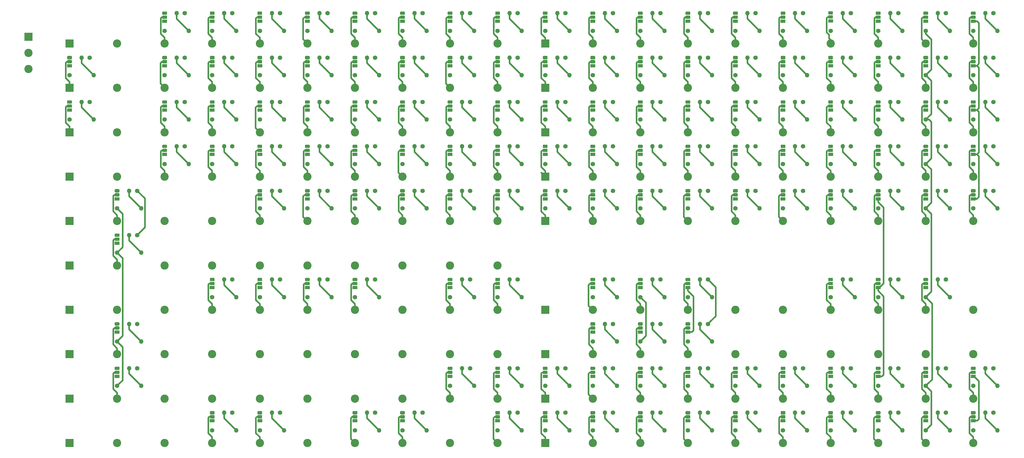
<source format=gbr>
G04 #@! TF.GenerationSoftware,KiCad,Pcbnew,(5.0.0)*
G04 #@! TF.CreationDate,2019-07-24T13:19:38+01:00*
G04 #@! TF.ProjectId,Display,446973706C61792E6B696361645F7063,rev?*
G04 #@! TF.SameCoordinates,Original*
G04 #@! TF.FileFunction,Copper,L1,Top,Signal*
G04 #@! TF.FilePolarity,Positive*
%FSLAX46Y46*%
G04 Gerber Fmt 4.6, Leading zero omitted, Abs format (unit mm)*
G04 Created by KiCad (PCBNEW (5.0.0)) date 07/24/19 13:19:38*
%MOMM*%
%LPD*%
G01*
G04 APERTURE LIST*
G04 #@! TA.AperFunction,ComponentPad*
%ADD10C,2.600000*%
G04 #@! TD*
G04 #@! TA.AperFunction,ComponentPad*
%ADD11R,2.600000X2.600000*%
G04 #@! TD*
G04 #@! TA.AperFunction,ComponentPad*
%ADD12R,1.500000X1.050000*%
G04 #@! TD*
G04 #@! TA.AperFunction,Conductor*
%ADD13C,0.100000*%
G04 #@! TD*
G04 #@! TA.AperFunction,ComponentPad*
%ADD14C,1.050000*%
G04 #@! TD*
G04 #@! TA.AperFunction,ComponentPad*
%ADD15C,1.400000*%
G04 #@! TD*
G04 #@! TA.AperFunction,ComponentPad*
%ADD16O,1.400000X1.400000*%
G04 #@! TD*
G04 #@! TA.AperFunction,Conductor*
%ADD17C,0.500000*%
G04 #@! TD*
G04 APERTURE END LIST*
D10*
G04 #@! TO.P,J12,10*
G04 #@! TO.N,N/C*
X215000000Y-117000000D03*
G04 #@! TO.P,J12,9*
X200000000Y-117000000D03*
G04 #@! TO.P,J12,8*
X185000000Y-117000000D03*
G04 #@! TO.P,J12,7*
X170000000Y-117000000D03*
G04 #@! TO.P,J12,6*
X155000000Y-117000000D03*
G04 #@! TO.P,J12,5*
X140000000Y-117000000D03*
G04 #@! TO.P,J12,4*
X125000000Y-117000000D03*
G04 #@! TO.P,J12,3*
X110000000Y-117000000D03*
G04 #@! TO.P,J12,2*
G04 #@! TO.N,Net-(J12-Pad2)*
X95000000Y-117000000D03*
D11*
G04 #@! TO.P,J12,1*
G04 #@! TO.N,N/C*
X80000000Y-117000000D03*
G04 #@! TD*
D10*
G04 #@! TO.P,J8,10*
G04 #@! TO.N,Net-(J8-Pad10)*
X215000000Y-89000000D03*
G04 #@! TO.P,J8,9*
G04 #@! TO.N,Net-(J8-Pad9)*
X200000000Y-89000000D03*
G04 #@! TO.P,J8,8*
G04 #@! TO.N,Net-(J8-Pad8)*
X185000000Y-89000000D03*
G04 #@! TO.P,J8,7*
G04 #@! TO.N,Net-(J8-Pad7)*
X170000000Y-89000000D03*
G04 #@! TO.P,J8,6*
G04 #@! TO.N,Net-(J8-Pad6)*
X155000000Y-89000000D03*
G04 #@! TO.P,J8,5*
G04 #@! TO.N,Net-(J8-Pad5)*
X140000000Y-89000000D03*
G04 #@! TO.P,J8,4*
G04 #@! TO.N,Net-(J8-Pad4)*
X125000000Y-89000000D03*
G04 #@! TO.P,J8,3*
G04 #@! TO.N,Net-(J8-Pad3)*
X110000000Y-89000000D03*
G04 #@! TO.P,J8,2*
G04 #@! TO.N,N/C*
X95000000Y-89000000D03*
D11*
G04 #@! TO.P,J8,1*
X80000000Y-89000000D03*
G04 #@! TD*
D12*
G04 #@! TO.P,Q194,1*
G04 #@! TO.N,0v*
X275000000Y-166000000D03*
D13*
G04 #@! TD*
G04 #@! TO.N,Net-(NE194-Pad2)*
G04 #@! TO.C,Q194*
G36*
X275513229Y-162936264D02*
X275538711Y-162940044D01*
X275563700Y-162946303D01*
X275587954Y-162954982D01*
X275611242Y-162965996D01*
X275633337Y-162979239D01*
X275654028Y-162994585D01*
X275673116Y-163011884D01*
X275690415Y-163030972D01*
X275705761Y-163051663D01*
X275719004Y-163073758D01*
X275730018Y-163097046D01*
X275738697Y-163121300D01*
X275744956Y-163146289D01*
X275748736Y-163171771D01*
X275750000Y-163197500D01*
X275750000Y-163722500D01*
X275748736Y-163748229D01*
X275744956Y-163773711D01*
X275738697Y-163798700D01*
X275730018Y-163822954D01*
X275719004Y-163846242D01*
X275705761Y-163868337D01*
X275690415Y-163889028D01*
X275673116Y-163908116D01*
X275654028Y-163925415D01*
X275633337Y-163940761D01*
X275611242Y-163954004D01*
X275587954Y-163965018D01*
X275563700Y-163973697D01*
X275538711Y-163979956D01*
X275513229Y-163983736D01*
X275487500Y-163985000D01*
X274512500Y-163985000D01*
X274486771Y-163983736D01*
X274461289Y-163979956D01*
X274436300Y-163973697D01*
X274412046Y-163965018D01*
X274388758Y-163954004D01*
X274366663Y-163940761D01*
X274345972Y-163925415D01*
X274326884Y-163908116D01*
X274309585Y-163889028D01*
X274294239Y-163868337D01*
X274280996Y-163846242D01*
X274269982Y-163822954D01*
X274261303Y-163798700D01*
X274255044Y-163773711D01*
X274251264Y-163748229D01*
X274250000Y-163722500D01*
X274250000Y-163197500D01*
X274251264Y-163171771D01*
X274255044Y-163146289D01*
X274261303Y-163121300D01*
X274269982Y-163097046D01*
X274280996Y-163073758D01*
X274294239Y-163051663D01*
X274309585Y-163030972D01*
X274326884Y-163011884D01*
X274345972Y-162994585D01*
X274366663Y-162979239D01*
X274388758Y-162965996D01*
X274412046Y-162954982D01*
X274436300Y-162946303D01*
X274461289Y-162940044D01*
X274486771Y-162936264D01*
X274512500Y-162935000D01*
X275487500Y-162935000D01*
X275513229Y-162936264D01*
X275513229Y-162936264D01*
G37*
D14*
G04 #@! TO.P,Q194,3*
G04 #@! TO.N,Net-(NE194-Pad2)*
X275000000Y-163460000D03*
D13*
G04 #@! TD*
G04 #@! TO.N,Net-(J21-Pad4)*
G04 #@! TO.C,Q194*
G36*
X275513229Y-164206264D02*
X275538711Y-164210044D01*
X275563700Y-164216303D01*
X275587954Y-164224982D01*
X275611242Y-164235996D01*
X275633337Y-164249239D01*
X275654028Y-164264585D01*
X275673116Y-164281884D01*
X275690415Y-164300972D01*
X275705761Y-164321663D01*
X275719004Y-164343758D01*
X275730018Y-164367046D01*
X275738697Y-164391300D01*
X275744956Y-164416289D01*
X275748736Y-164441771D01*
X275750000Y-164467500D01*
X275750000Y-164992500D01*
X275748736Y-165018229D01*
X275744956Y-165043711D01*
X275738697Y-165068700D01*
X275730018Y-165092954D01*
X275719004Y-165116242D01*
X275705761Y-165138337D01*
X275690415Y-165159028D01*
X275673116Y-165178116D01*
X275654028Y-165195415D01*
X275633337Y-165210761D01*
X275611242Y-165224004D01*
X275587954Y-165235018D01*
X275563700Y-165243697D01*
X275538711Y-165249956D01*
X275513229Y-165253736D01*
X275487500Y-165255000D01*
X274512500Y-165255000D01*
X274486771Y-165253736D01*
X274461289Y-165249956D01*
X274436300Y-165243697D01*
X274412046Y-165235018D01*
X274388758Y-165224004D01*
X274366663Y-165210761D01*
X274345972Y-165195415D01*
X274326884Y-165178116D01*
X274309585Y-165159028D01*
X274294239Y-165138337D01*
X274280996Y-165116242D01*
X274269982Y-165092954D01*
X274261303Y-165068700D01*
X274255044Y-165043711D01*
X274251264Y-165018229D01*
X274250000Y-164992500D01*
X274250000Y-164467500D01*
X274251264Y-164441771D01*
X274255044Y-164416289D01*
X274261303Y-164391300D01*
X274269982Y-164367046D01*
X274280996Y-164343758D01*
X274294239Y-164321663D01*
X274309585Y-164300972D01*
X274326884Y-164281884D01*
X274345972Y-164264585D01*
X274366663Y-164249239D01*
X274388758Y-164235996D01*
X274412046Y-164224982D01*
X274436300Y-164216303D01*
X274461289Y-164210044D01*
X274486771Y-164206264D01*
X274512500Y-164205000D01*
X275487500Y-164205000D01*
X275513229Y-164206264D01*
X275513229Y-164206264D01*
G37*
D14*
G04 #@! TO.P,Q194,2*
G04 #@! TO.N,Net-(J21-Pad4)*
X275000000Y-164730000D03*
G04 #@! TD*
D12*
G04 #@! TO.P,Q193,1*
G04 #@! TO.N,0v*
X260000000Y-166000000D03*
D13*
G04 #@! TD*
G04 #@! TO.N,Net-(NE193-Pad2)*
G04 #@! TO.C,Q193*
G36*
X260513229Y-162936264D02*
X260538711Y-162940044D01*
X260563700Y-162946303D01*
X260587954Y-162954982D01*
X260611242Y-162965996D01*
X260633337Y-162979239D01*
X260654028Y-162994585D01*
X260673116Y-163011884D01*
X260690415Y-163030972D01*
X260705761Y-163051663D01*
X260719004Y-163073758D01*
X260730018Y-163097046D01*
X260738697Y-163121300D01*
X260744956Y-163146289D01*
X260748736Y-163171771D01*
X260750000Y-163197500D01*
X260750000Y-163722500D01*
X260748736Y-163748229D01*
X260744956Y-163773711D01*
X260738697Y-163798700D01*
X260730018Y-163822954D01*
X260719004Y-163846242D01*
X260705761Y-163868337D01*
X260690415Y-163889028D01*
X260673116Y-163908116D01*
X260654028Y-163925415D01*
X260633337Y-163940761D01*
X260611242Y-163954004D01*
X260587954Y-163965018D01*
X260563700Y-163973697D01*
X260538711Y-163979956D01*
X260513229Y-163983736D01*
X260487500Y-163985000D01*
X259512500Y-163985000D01*
X259486771Y-163983736D01*
X259461289Y-163979956D01*
X259436300Y-163973697D01*
X259412046Y-163965018D01*
X259388758Y-163954004D01*
X259366663Y-163940761D01*
X259345972Y-163925415D01*
X259326884Y-163908116D01*
X259309585Y-163889028D01*
X259294239Y-163868337D01*
X259280996Y-163846242D01*
X259269982Y-163822954D01*
X259261303Y-163798700D01*
X259255044Y-163773711D01*
X259251264Y-163748229D01*
X259250000Y-163722500D01*
X259250000Y-163197500D01*
X259251264Y-163171771D01*
X259255044Y-163146289D01*
X259261303Y-163121300D01*
X259269982Y-163097046D01*
X259280996Y-163073758D01*
X259294239Y-163051663D01*
X259309585Y-163030972D01*
X259326884Y-163011884D01*
X259345972Y-162994585D01*
X259366663Y-162979239D01*
X259388758Y-162965996D01*
X259412046Y-162954982D01*
X259436300Y-162946303D01*
X259461289Y-162940044D01*
X259486771Y-162936264D01*
X259512500Y-162935000D01*
X260487500Y-162935000D01*
X260513229Y-162936264D01*
X260513229Y-162936264D01*
G37*
D14*
G04 #@! TO.P,Q193,3*
G04 #@! TO.N,Net-(NE193-Pad2)*
X260000000Y-163460000D03*
D13*
G04 #@! TD*
G04 #@! TO.N,Net-(J21-Pad3)*
G04 #@! TO.C,Q193*
G36*
X260513229Y-164206264D02*
X260538711Y-164210044D01*
X260563700Y-164216303D01*
X260587954Y-164224982D01*
X260611242Y-164235996D01*
X260633337Y-164249239D01*
X260654028Y-164264585D01*
X260673116Y-164281884D01*
X260690415Y-164300972D01*
X260705761Y-164321663D01*
X260719004Y-164343758D01*
X260730018Y-164367046D01*
X260738697Y-164391300D01*
X260744956Y-164416289D01*
X260748736Y-164441771D01*
X260750000Y-164467500D01*
X260750000Y-164992500D01*
X260748736Y-165018229D01*
X260744956Y-165043711D01*
X260738697Y-165068700D01*
X260730018Y-165092954D01*
X260719004Y-165116242D01*
X260705761Y-165138337D01*
X260690415Y-165159028D01*
X260673116Y-165178116D01*
X260654028Y-165195415D01*
X260633337Y-165210761D01*
X260611242Y-165224004D01*
X260587954Y-165235018D01*
X260563700Y-165243697D01*
X260538711Y-165249956D01*
X260513229Y-165253736D01*
X260487500Y-165255000D01*
X259512500Y-165255000D01*
X259486771Y-165253736D01*
X259461289Y-165249956D01*
X259436300Y-165243697D01*
X259412046Y-165235018D01*
X259388758Y-165224004D01*
X259366663Y-165210761D01*
X259345972Y-165195415D01*
X259326884Y-165178116D01*
X259309585Y-165159028D01*
X259294239Y-165138337D01*
X259280996Y-165116242D01*
X259269982Y-165092954D01*
X259261303Y-165068700D01*
X259255044Y-165043711D01*
X259251264Y-165018229D01*
X259250000Y-164992500D01*
X259250000Y-164467500D01*
X259251264Y-164441771D01*
X259255044Y-164416289D01*
X259261303Y-164391300D01*
X259269982Y-164367046D01*
X259280996Y-164343758D01*
X259294239Y-164321663D01*
X259309585Y-164300972D01*
X259326884Y-164281884D01*
X259345972Y-164264585D01*
X259366663Y-164249239D01*
X259388758Y-164235996D01*
X259412046Y-164224982D01*
X259436300Y-164216303D01*
X259461289Y-164210044D01*
X259486771Y-164206264D01*
X259512500Y-164205000D01*
X260487500Y-164205000D01*
X260513229Y-164206264D01*
X260513229Y-164206264D01*
G37*
D14*
G04 #@! TO.P,Q193,2*
G04 #@! TO.N,Net-(J21-Pad3)*
X260000000Y-164730000D03*
G04 #@! TD*
D12*
G04 #@! TO.P,Q192,1*
G04 #@! TO.N,0v*
X245000000Y-166000000D03*
D13*
G04 #@! TD*
G04 #@! TO.N,Net-(NE192-Pad2)*
G04 #@! TO.C,Q192*
G36*
X245513229Y-162936264D02*
X245538711Y-162940044D01*
X245563700Y-162946303D01*
X245587954Y-162954982D01*
X245611242Y-162965996D01*
X245633337Y-162979239D01*
X245654028Y-162994585D01*
X245673116Y-163011884D01*
X245690415Y-163030972D01*
X245705761Y-163051663D01*
X245719004Y-163073758D01*
X245730018Y-163097046D01*
X245738697Y-163121300D01*
X245744956Y-163146289D01*
X245748736Y-163171771D01*
X245750000Y-163197500D01*
X245750000Y-163722500D01*
X245748736Y-163748229D01*
X245744956Y-163773711D01*
X245738697Y-163798700D01*
X245730018Y-163822954D01*
X245719004Y-163846242D01*
X245705761Y-163868337D01*
X245690415Y-163889028D01*
X245673116Y-163908116D01*
X245654028Y-163925415D01*
X245633337Y-163940761D01*
X245611242Y-163954004D01*
X245587954Y-163965018D01*
X245563700Y-163973697D01*
X245538711Y-163979956D01*
X245513229Y-163983736D01*
X245487500Y-163985000D01*
X244512500Y-163985000D01*
X244486771Y-163983736D01*
X244461289Y-163979956D01*
X244436300Y-163973697D01*
X244412046Y-163965018D01*
X244388758Y-163954004D01*
X244366663Y-163940761D01*
X244345972Y-163925415D01*
X244326884Y-163908116D01*
X244309585Y-163889028D01*
X244294239Y-163868337D01*
X244280996Y-163846242D01*
X244269982Y-163822954D01*
X244261303Y-163798700D01*
X244255044Y-163773711D01*
X244251264Y-163748229D01*
X244250000Y-163722500D01*
X244250000Y-163197500D01*
X244251264Y-163171771D01*
X244255044Y-163146289D01*
X244261303Y-163121300D01*
X244269982Y-163097046D01*
X244280996Y-163073758D01*
X244294239Y-163051663D01*
X244309585Y-163030972D01*
X244326884Y-163011884D01*
X244345972Y-162994585D01*
X244366663Y-162979239D01*
X244388758Y-162965996D01*
X244412046Y-162954982D01*
X244436300Y-162946303D01*
X244461289Y-162940044D01*
X244486771Y-162936264D01*
X244512500Y-162935000D01*
X245487500Y-162935000D01*
X245513229Y-162936264D01*
X245513229Y-162936264D01*
G37*
D14*
G04 #@! TO.P,Q192,3*
G04 #@! TO.N,Net-(NE192-Pad2)*
X245000000Y-163460000D03*
D13*
G04 #@! TD*
G04 #@! TO.N,Net-(J21-Pad2)*
G04 #@! TO.C,Q192*
G36*
X245513229Y-164206264D02*
X245538711Y-164210044D01*
X245563700Y-164216303D01*
X245587954Y-164224982D01*
X245611242Y-164235996D01*
X245633337Y-164249239D01*
X245654028Y-164264585D01*
X245673116Y-164281884D01*
X245690415Y-164300972D01*
X245705761Y-164321663D01*
X245719004Y-164343758D01*
X245730018Y-164367046D01*
X245738697Y-164391300D01*
X245744956Y-164416289D01*
X245748736Y-164441771D01*
X245750000Y-164467500D01*
X245750000Y-164992500D01*
X245748736Y-165018229D01*
X245744956Y-165043711D01*
X245738697Y-165068700D01*
X245730018Y-165092954D01*
X245719004Y-165116242D01*
X245705761Y-165138337D01*
X245690415Y-165159028D01*
X245673116Y-165178116D01*
X245654028Y-165195415D01*
X245633337Y-165210761D01*
X245611242Y-165224004D01*
X245587954Y-165235018D01*
X245563700Y-165243697D01*
X245538711Y-165249956D01*
X245513229Y-165253736D01*
X245487500Y-165255000D01*
X244512500Y-165255000D01*
X244486771Y-165253736D01*
X244461289Y-165249956D01*
X244436300Y-165243697D01*
X244412046Y-165235018D01*
X244388758Y-165224004D01*
X244366663Y-165210761D01*
X244345972Y-165195415D01*
X244326884Y-165178116D01*
X244309585Y-165159028D01*
X244294239Y-165138337D01*
X244280996Y-165116242D01*
X244269982Y-165092954D01*
X244261303Y-165068700D01*
X244255044Y-165043711D01*
X244251264Y-165018229D01*
X244250000Y-164992500D01*
X244250000Y-164467500D01*
X244251264Y-164441771D01*
X244255044Y-164416289D01*
X244261303Y-164391300D01*
X244269982Y-164367046D01*
X244280996Y-164343758D01*
X244294239Y-164321663D01*
X244309585Y-164300972D01*
X244326884Y-164281884D01*
X244345972Y-164264585D01*
X244366663Y-164249239D01*
X244388758Y-164235996D01*
X244412046Y-164224982D01*
X244436300Y-164216303D01*
X244461289Y-164210044D01*
X244486771Y-164206264D01*
X244512500Y-164205000D01*
X245487500Y-164205000D01*
X245513229Y-164206264D01*
X245513229Y-164206264D01*
G37*
D14*
G04 #@! TO.P,Q192,2*
G04 #@! TO.N,Net-(J21-Pad2)*
X245000000Y-164730000D03*
G04 #@! TD*
D12*
G04 #@! TO.P,Q191,1*
G04 #@! TO.N,0v*
X230000000Y-166000000D03*
D13*
G04 #@! TD*
G04 #@! TO.N,Net-(NE191-Pad2)*
G04 #@! TO.C,Q191*
G36*
X230513229Y-162936264D02*
X230538711Y-162940044D01*
X230563700Y-162946303D01*
X230587954Y-162954982D01*
X230611242Y-162965996D01*
X230633337Y-162979239D01*
X230654028Y-162994585D01*
X230673116Y-163011884D01*
X230690415Y-163030972D01*
X230705761Y-163051663D01*
X230719004Y-163073758D01*
X230730018Y-163097046D01*
X230738697Y-163121300D01*
X230744956Y-163146289D01*
X230748736Y-163171771D01*
X230750000Y-163197500D01*
X230750000Y-163722500D01*
X230748736Y-163748229D01*
X230744956Y-163773711D01*
X230738697Y-163798700D01*
X230730018Y-163822954D01*
X230719004Y-163846242D01*
X230705761Y-163868337D01*
X230690415Y-163889028D01*
X230673116Y-163908116D01*
X230654028Y-163925415D01*
X230633337Y-163940761D01*
X230611242Y-163954004D01*
X230587954Y-163965018D01*
X230563700Y-163973697D01*
X230538711Y-163979956D01*
X230513229Y-163983736D01*
X230487500Y-163985000D01*
X229512500Y-163985000D01*
X229486771Y-163983736D01*
X229461289Y-163979956D01*
X229436300Y-163973697D01*
X229412046Y-163965018D01*
X229388758Y-163954004D01*
X229366663Y-163940761D01*
X229345972Y-163925415D01*
X229326884Y-163908116D01*
X229309585Y-163889028D01*
X229294239Y-163868337D01*
X229280996Y-163846242D01*
X229269982Y-163822954D01*
X229261303Y-163798700D01*
X229255044Y-163773711D01*
X229251264Y-163748229D01*
X229250000Y-163722500D01*
X229250000Y-163197500D01*
X229251264Y-163171771D01*
X229255044Y-163146289D01*
X229261303Y-163121300D01*
X229269982Y-163097046D01*
X229280996Y-163073758D01*
X229294239Y-163051663D01*
X229309585Y-163030972D01*
X229326884Y-163011884D01*
X229345972Y-162994585D01*
X229366663Y-162979239D01*
X229388758Y-162965996D01*
X229412046Y-162954982D01*
X229436300Y-162946303D01*
X229461289Y-162940044D01*
X229486771Y-162936264D01*
X229512500Y-162935000D01*
X230487500Y-162935000D01*
X230513229Y-162936264D01*
X230513229Y-162936264D01*
G37*
D14*
G04 #@! TO.P,Q191,3*
G04 #@! TO.N,Net-(NE191-Pad2)*
X230000000Y-163460000D03*
D13*
G04 #@! TD*
G04 #@! TO.N,Net-(J21-Pad1)*
G04 #@! TO.C,Q191*
G36*
X230513229Y-164206264D02*
X230538711Y-164210044D01*
X230563700Y-164216303D01*
X230587954Y-164224982D01*
X230611242Y-164235996D01*
X230633337Y-164249239D01*
X230654028Y-164264585D01*
X230673116Y-164281884D01*
X230690415Y-164300972D01*
X230705761Y-164321663D01*
X230719004Y-164343758D01*
X230730018Y-164367046D01*
X230738697Y-164391300D01*
X230744956Y-164416289D01*
X230748736Y-164441771D01*
X230750000Y-164467500D01*
X230750000Y-164992500D01*
X230748736Y-165018229D01*
X230744956Y-165043711D01*
X230738697Y-165068700D01*
X230730018Y-165092954D01*
X230719004Y-165116242D01*
X230705761Y-165138337D01*
X230690415Y-165159028D01*
X230673116Y-165178116D01*
X230654028Y-165195415D01*
X230633337Y-165210761D01*
X230611242Y-165224004D01*
X230587954Y-165235018D01*
X230563700Y-165243697D01*
X230538711Y-165249956D01*
X230513229Y-165253736D01*
X230487500Y-165255000D01*
X229512500Y-165255000D01*
X229486771Y-165253736D01*
X229461289Y-165249956D01*
X229436300Y-165243697D01*
X229412046Y-165235018D01*
X229388758Y-165224004D01*
X229366663Y-165210761D01*
X229345972Y-165195415D01*
X229326884Y-165178116D01*
X229309585Y-165159028D01*
X229294239Y-165138337D01*
X229280996Y-165116242D01*
X229269982Y-165092954D01*
X229261303Y-165068700D01*
X229255044Y-165043711D01*
X229251264Y-165018229D01*
X229250000Y-164992500D01*
X229250000Y-164467500D01*
X229251264Y-164441771D01*
X229255044Y-164416289D01*
X229261303Y-164391300D01*
X229269982Y-164367046D01*
X229280996Y-164343758D01*
X229294239Y-164321663D01*
X229309585Y-164300972D01*
X229326884Y-164281884D01*
X229345972Y-164264585D01*
X229366663Y-164249239D01*
X229388758Y-164235996D01*
X229412046Y-164224982D01*
X229436300Y-164216303D01*
X229461289Y-164210044D01*
X229486771Y-164206264D01*
X229512500Y-164205000D01*
X230487500Y-164205000D01*
X230513229Y-164206264D01*
X230513229Y-164206264D01*
G37*
D14*
G04 #@! TO.P,Q191,2*
G04 #@! TO.N,Net-(J21-Pad1)*
X230000000Y-164730000D03*
G04 #@! TD*
D12*
G04 #@! TO.P,Q197,1*
G04 #@! TO.N,0v*
X320000000Y-166000000D03*
D13*
G04 #@! TD*
G04 #@! TO.N,Net-(NE197-Pad2)*
G04 #@! TO.C,Q197*
G36*
X320513229Y-162936264D02*
X320538711Y-162940044D01*
X320563700Y-162946303D01*
X320587954Y-162954982D01*
X320611242Y-162965996D01*
X320633337Y-162979239D01*
X320654028Y-162994585D01*
X320673116Y-163011884D01*
X320690415Y-163030972D01*
X320705761Y-163051663D01*
X320719004Y-163073758D01*
X320730018Y-163097046D01*
X320738697Y-163121300D01*
X320744956Y-163146289D01*
X320748736Y-163171771D01*
X320750000Y-163197500D01*
X320750000Y-163722500D01*
X320748736Y-163748229D01*
X320744956Y-163773711D01*
X320738697Y-163798700D01*
X320730018Y-163822954D01*
X320719004Y-163846242D01*
X320705761Y-163868337D01*
X320690415Y-163889028D01*
X320673116Y-163908116D01*
X320654028Y-163925415D01*
X320633337Y-163940761D01*
X320611242Y-163954004D01*
X320587954Y-163965018D01*
X320563700Y-163973697D01*
X320538711Y-163979956D01*
X320513229Y-163983736D01*
X320487500Y-163985000D01*
X319512500Y-163985000D01*
X319486771Y-163983736D01*
X319461289Y-163979956D01*
X319436300Y-163973697D01*
X319412046Y-163965018D01*
X319388758Y-163954004D01*
X319366663Y-163940761D01*
X319345972Y-163925415D01*
X319326884Y-163908116D01*
X319309585Y-163889028D01*
X319294239Y-163868337D01*
X319280996Y-163846242D01*
X319269982Y-163822954D01*
X319261303Y-163798700D01*
X319255044Y-163773711D01*
X319251264Y-163748229D01*
X319250000Y-163722500D01*
X319250000Y-163197500D01*
X319251264Y-163171771D01*
X319255044Y-163146289D01*
X319261303Y-163121300D01*
X319269982Y-163097046D01*
X319280996Y-163073758D01*
X319294239Y-163051663D01*
X319309585Y-163030972D01*
X319326884Y-163011884D01*
X319345972Y-162994585D01*
X319366663Y-162979239D01*
X319388758Y-162965996D01*
X319412046Y-162954982D01*
X319436300Y-162946303D01*
X319461289Y-162940044D01*
X319486771Y-162936264D01*
X319512500Y-162935000D01*
X320487500Y-162935000D01*
X320513229Y-162936264D01*
X320513229Y-162936264D01*
G37*
D14*
G04 #@! TO.P,Q197,3*
G04 #@! TO.N,Net-(NE197-Pad2)*
X320000000Y-163460000D03*
D13*
G04 #@! TD*
G04 #@! TO.N,Net-(J21-Pad7)*
G04 #@! TO.C,Q197*
G36*
X320513229Y-164206264D02*
X320538711Y-164210044D01*
X320563700Y-164216303D01*
X320587954Y-164224982D01*
X320611242Y-164235996D01*
X320633337Y-164249239D01*
X320654028Y-164264585D01*
X320673116Y-164281884D01*
X320690415Y-164300972D01*
X320705761Y-164321663D01*
X320719004Y-164343758D01*
X320730018Y-164367046D01*
X320738697Y-164391300D01*
X320744956Y-164416289D01*
X320748736Y-164441771D01*
X320750000Y-164467500D01*
X320750000Y-164992500D01*
X320748736Y-165018229D01*
X320744956Y-165043711D01*
X320738697Y-165068700D01*
X320730018Y-165092954D01*
X320719004Y-165116242D01*
X320705761Y-165138337D01*
X320690415Y-165159028D01*
X320673116Y-165178116D01*
X320654028Y-165195415D01*
X320633337Y-165210761D01*
X320611242Y-165224004D01*
X320587954Y-165235018D01*
X320563700Y-165243697D01*
X320538711Y-165249956D01*
X320513229Y-165253736D01*
X320487500Y-165255000D01*
X319512500Y-165255000D01*
X319486771Y-165253736D01*
X319461289Y-165249956D01*
X319436300Y-165243697D01*
X319412046Y-165235018D01*
X319388758Y-165224004D01*
X319366663Y-165210761D01*
X319345972Y-165195415D01*
X319326884Y-165178116D01*
X319309585Y-165159028D01*
X319294239Y-165138337D01*
X319280996Y-165116242D01*
X319269982Y-165092954D01*
X319261303Y-165068700D01*
X319255044Y-165043711D01*
X319251264Y-165018229D01*
X319250000Y-164992500D01*
X319250000Y-164467500D01*
X319251264Y-164441771D01*
X319255044Y-164416289D01*
X319261303Y-164391300D01*
X319269982Y-164367046D01*
X319280996Y-164343758D01*
X319294239Y-164321663D01*
X319309585Y-164300972D01*
X319326884Y-164281884D01*
X319345972Y-164264585D01*
X319366663Y-164249239D01*
X319388758Y-164235996D01*
X319412046Y-164224982D01*
X319436300Y-164216303D01*
X319461289Y-164210044D01*
X319486771Y-164206264D01*
X319512500Y-164205000D01*
X320487500Y-164205000D01*
X320513229Y-164206264D01*
X320513229Y-164206264D01*
G37*
D14*
G04 #@! TO.P,Q197,2*
G04 #@! TO.N,Net-(J21-Pad7)*
X320000000Y-164730000D03*
G04 #@! TD*
D12*
G04 #@! TO.P,Q187,1*
G04 #@! TO.N,0v*
X170000000Y-166000000D03*
D13*
G04 #@! TD*
G04 #@! TO.N,Net-(NE187-Pad2)*
G04 #@! TO.C,Q187*
G36*
X170513229Y-162936264D02*
X170538711Y-162940044D01*
X170563700Y-162946303D01*
X170587954Y-162954982D01*
X170611242Y-162965996D01*
X170633337Y-162979239D01*
X170654028Y-162994585D01*
X170673116Y-163011884D01*
X170690415Y-163030972D01*
X170705761Y-163051663D01*
X170719004Y-163073758D01*
X170730018Y-163097046D01*
X170738697Y-163121300D01*
X170744956Y-163146289D01*
X170748736Y-163171771D01*
X170750000Y-163197500D01*
X170750000Y-163722500D01*
X170748736Y-163748229D01*
X170744956Y-163773711D01*
X170738697Y-163798700D01*
X170730018Y-163822954D01*
X170719004Y-163846242D01*
X170705761Y-163868337D01*
X170690415Y-163889028D01*
X170673116Y-163908116D01*
X170654028Y-163925415D01*
X170633337Y-163940761D01*
X170611242Y-163954004D01*
X170587954Y-163965018D01*
X170563700Y-163973697D01*
X170538711Y-163979956D01*
X170513229Y-163983736D01*
X170487500Y-163985000D01*
X169512500Y-163985000D01*
X169486771Y-163983736D01*
X169461289Y-163979956D01*
X169436300Y-163973697D01*
X169412046Y-163965018D01*
X169388758Y-163954004D01*
X169366663Y-163940761D01*
X169345972Y-163925415D01*
X169326884Y-163908116D01*
X169309585Y-163889028D01*
X169294239Y-163868337D01*
X169280996Y-163846242D01*
X169269982Y-163822954D01*
X169261303Y-163798700D01*
X169255044Y-163773711D01*
X169251264Y-163748229D01*
X169250000Y-163722500D01*
X169250000Y-163197500D01*
X169251264Y-163171771D01*
X169255044Y-163146289D01*
X169261303Y-163121300D01*
X169269982Y-163097046D01*
X169280996Y-163073758D01*
X169294239Y-163051663D01*
X169309585Y-163030972D01*
X169326884Y-163011884D01*
X169345972Y-162994585D01*
X169366663Y-162979239D01*
X169388758Y-162965996D01*
X169412046Y-162954982D01*
X169436300Y-162946303D01*
X169461289Y-162940044D01*
X169486771Y-162936264D01*
X169512500Y-162935000D01*
X170487500Y-162935000D01*
X170513229Y-162936264D01*
X170513229Y-162936264D01*
G37*
D14*
G04 #@! TO.P,Q187,3*
G04 #@! TO.N,Net-(NE187-Pad2)*
X170000000Y-163460000D03*
D13*
G04 #@! TD*
G04 #@! TO.N,Net-(J20-Pad7)*
G04 #@! TO.C,Q187*
G36*
X170513229Y-164206264D02*
X170538711Y-164210044D01*
X170563700Y-164216303D01*
X170587954Y-164224982D01*
X170611242Y-164235996D01*
X170633337Y-164249239D01*
X170654028Y-164264585D01*
X170673116Y-164281884D01*
X170690415Y-164300972D01*
X170705761Y-164321663D01*
X170719004Y-164343758D01*
X170730018Y-164367046D01*
X170738697Y-164391300D01*
X170744956Y-164416289D01*
X170748736Y-164441771D01*
X170750000Y-164467500D01*
X170750000Y-164992500D01*
X170748736Y-165018229D01*
X170744956Y-165043711D01*
X170738697Y-165068700D01*
X170730018Y-165092954D01*
X170719004Y-165116242D01*
X170705761Y-165138337D01*
X170690415Y-165159028D01*
X170673116Y-165178116D01*
X170654028Y-165195415D01*
X170633337Y-165210761D01*
X170611242Y-165224004D01*
X170587954Y-165235018D01*
X170563700Y-165243697D01*
X170538711Y-165249956D01*
X170513229Y-165253736D01*
X170487500Y-165255000D01*
X169512500Y-165255000D01*
X169486771Y-165253736D01*
X169461289Y-165249956D01*
X169436300Y-165243697D01*
X169412046Y-165235018D01*
X169388758Y-165224004D01*
X169366663Y-165210761D01*
X169345972Y-165195415D01*
X169326884Y-165178116D01*
X169309585Y-165159028D01*
X169294239Y-165138337D01*
X169280996Y-165116242D01*
X169269982Y-165092954D01*
X169261303Y-165068700D01*
X169255044Y-165043711D01*
X169251264Y-165018229D01*
X169250000Y-164992500D01*
X169250000Y-164467500D01*
X169251264Y-164441771D01*
X169255044Y-164416289D01*
X169261303Y-164391300D01*
X169269982Y-164367046D01*
X169280996Y-164343758D01*
X169294239Y-164321663D01*
X169309585Y-164300972D01*
X169326884Y-164281884D01*
X169345972Y-164264585D01*
X169366663Y-164249239D01*
X169388758Y-164235996D01*
X169412046Y-164224982D01*
X169436300Y-164216303D01*
X169461289Y-164210044D01*
X169486771Y-164206264D01*
X169512500Y-164205000D01*
X170487500Y-164205000D01*
X170513229Y-164206264D01*
X170513229Y-164206264D01*
G37*
D14*
G04 #@! TO.P,Q187,2*
G04 #@! TO.N,Net-(J20-Pad7)*
X170000000Y-164730000D03*
G04 #@! TD*
D12*
G04 #@! TO.P,Q198,1*
G04 #@! TO.N,0v*
X335000000Y-166000000D03*
D13*
G04 #@! TD*
G04 #@! TO.N,Net-(NE198-Pad2)*
G04 #@! TO.C,Q198*
G36*
X335513229Y-162936264D02*
X335538711Y-162940044D01*
X335563700Y-162946303D01*
X335587954Y-162954982D01*
X335611242Y-162965996D01*
X335633337Y-162979239D01*
X335654028Y-162994585D01*
X335673116Y-163011884D01*
X335690415Y-163030972D01*
X335705761Y-163051663D01*
X335719004Y-163073758D01*
X335730018Y-163097046D01*
X335738697Y-163121300D01*
X335744956Y-163146289D01*
X335748736Y-163171771D01*
X335750000Y-163197500D01*
X335750000Y-163722500D01*
X335748736Y-163748229D01*
X335744956Y-163773711D01*
X335738697Y-163798700D01*
X335730018Y-163822954D01*
X335719004Y-163846242D01*
X335705761Y-163868337D01*
X335690415Y-163889028D01*
X335673116Y-163908116D01*
X335654028Y-163925415D01*
X335633337Y-163940761D01*
X335611242Y-163954004D01*
X335587954Y-163965018D01*
X335563700Y-163973697D01*
X335538711Y-163979956D01*
X335513229Y-163983736D01*
X335487500Y-163985000D01*
X334512500Y-163985000D01*
X334486771Y-163983736D01*
X334461289Y-163979956D01*
X334436300Y-163973697D01*
X334412046Y-163965018D01*
X334388758Y-163954004D01*
X334366663Y-163940761D01*
X334345972Y-163925415D01*
X334326884Y-163908116D01*
X334309585Y-163889028D01*
X334294239Y-163868337D01*
X334280996Y-163846242D01*
X334269982Y-163822954D01*
X334261303Y-163798700D01*
X334255044Y-163773711D01*
X334251264Y-163748229D01*
X334250000Y-163722500D01*
X334250000Y-163197500D01*
X334251264Y-163171771D01*
X334255044Y-163146289D01*
X334261303Y-163121300D01*
X334269982Y-163097046D01*
X334280996Y-163073758D01*
X334294239Y-163051663D01*
X334309585Y-163030972D01*
X334326884Y-163011884D01*
X334345972Y-162994585D01*
X334366663Y-162979239D01*
X334388758Y-162965996D01*
X334412046Y-162954982D01*
X334436300Y-162946303D01*
X334461289Y-162940044D01*
X334486771Y-162936264D01*
X334512500Y-162935000D01*
X335487500Y-162935000D01*
X335513229Y-162936264D01*
X335513229Y-162936264D01*
G37*
D14*
G04 #@! TO.P,Q198,3*
G04 #@! TO.N,Net-(NE198-Pad2)*
X335000000Y-163460000D03*
D13*
G04 #@! TD*
G04 #@! TO.N,Net-(J21-Pad8)*
G04 #@! TO.C,Q198*
G36*
X335513229Y-164206264D02*
X335538711Y-164210044D01*
X335563700Y-164216303D01*
X335587954Y-164224982D01*
X335611242Y-164235996D01*
X335633337Y-164249239D01*
X335654028Y-164264585D01*
X335673116Y-164281884D01*
X335690415Y-164300972D01*
X335705761Y-164321663D01*
X335719004Y-164343758D01*
X335730018Y-164367046D01*
X335738697Y-164391300D01*
X335744956Y-164416289D01*
X335748736Y-164441771D01*
X335750000Y-164467500D01*
X335750000Y-164992500D01*
X335748736Y-165018229D01*
X335744956Y-165043711D01*
X335738697Y-165068700D01*
X335730018Y-165092954D01*
X335719004Y-165116242D01*
X335705761Y-165138337D01*
X335690415Y-165159028D01*
X335673116Y-165178116D01*
X335654028Y-165195415D01*
X335633337Y-165210761D01*
X335611242Y-165224004D01*
X335587954Y-165235018D01*
X335563700Y-165243697D01*
X335538711Y-165249956D01*
X335513229Y-165253736D01*
X335487500Y-165255000D01*
X334512500Y-165255000D01*
X334486771Y-165253736D01*
X334461289Y-165249956D01*
X334436300Y-165243697D01*
X334412046Y-165235018D01*
X334388758Y-165224004D01*
X334366663Y-165210761D01*
X334345972Y-165195415D01*
X334326884Y-165178116D01*
X334309585Y-165159028D01*
X334294239Y-165138337D01*
X334280996Y-165116242D01*
X334269982Y-165092954D01*
X334261303Y-165068700D01*
X334255044Y-165043711D01*
X334251264Y-165018229D01*
X334250000Y-164992500D01*
X334250000Y-164467500D01*
X334251264Y-164441771D01*
X334255044Y-164416289D01*
X334261303Y-164391300D01*
X334269982Y-164367046D01*
X334280996Y-164343758D01*
X334294239Y-164321663D01*
X334309585Y-164300972D01*
X334326884Y-164281884D01*
X334345972Y-164264585D01*
X334366663Y-164249239D01*
X334388758Y-164235996D01*
X334412046Y-164224982D01*
X334436300Y-164216303D01*
X334461289Y-164210044D01*
X334486771Y-164206264D01*
X334512500Y-164205000D01*
X335487500Y-164205000D01*
X335513229Y-164206264D01*
X335513229Y-164206264D01*
G37*
D14*
G04 #@! TO.P,Q198,2*
G04 #@! TO.N,Net-(J21-Pad8)*
X335000000Y-164730000D03*
G04 #@! TD*
D12*
G04 #@! TO.P,Q200,1*
G04 #@! TO.N,0v*
X365000000Y-166000000D03*
D13*
G04 #@! TD*
G04 #@! TO.N,Net-(NE200-Pad2)*
G04 #@! TO.C,Q200*
G36*
X365513229Y-162936264D02*
X365538711Y-162940044D01*
X365563700Y-162946303D01*
X365587954Y-162954982D01*
X365611242Y-162965996D01*
X365633337Y-162979239D01*
X365654028Y-162994585D01*
X365673116Y-163011884D01*
X365690415Y-163030972D01*
X365705761Y-163051663D01*
X365719004Y-163073758D01*
X365730018Y-163097046D01*
X365738697Y-163121300D01*
X365744956Y-163146289D01*
X365748736Y-163171771D01*
X365750000Y-163197500D01*
X365750000Y-163722500D01*
X365748736Y-163748229D01*
X365744956Y-163773711D01*
X365738697Y-163798700D01*
X365730018Y-163822954D01*
X365719004Y-163846242D01*
X365705761Y-163868337D01*
X365690415Y-163889028D01*
X365673116Y-163908116D01*
X365654028Y-163925415D01*
X365633337Y-163940761D01*
X365611242Y-163954004D01*
X365587954Y-163965018D01*
X365563700Y-163973697D01*
X365538711Y-163979956D01*
X365513229Y-163983736D01*
X365487500Y-163985000D01*
X364512500Y-163985000D01*
X364486771Y-163983736D01*
X364461289Y-163979956D01*
X364436300Y-163973697D01*
X364412046Y-163965018D01*
X364388758Y-163954004D01*
X364366663Y-163940761D01*
X364345972Y-163925415D01*
X364326884Y-163908116D01*
X364309585Y-163889028D01*
X364294239Y-163868337D01*
X364280996Y-163846242D01*
X364269982Y-163822954D01*
X364261303Y-163798700D01*
X364255044Y-163773711D01*
X364251264Y-163748229D01*
X364250000Y-163722500D01*
X364250000Y-163197500D01*
X364251264Y-163171771D01*
X364255044Y-163146289D01*
X364261303Y-163121300D01*
X364269982Y-163097046D01*
X364280996Y-163073758D01*
X364294239Y-163051663D01*
X364309585Y-163030972D01*
X364326884Y-163011884D01*
X364345972Y-162994585D01*
X364366663Y-162979239D01*
X364388758Y-162965996D01*
X364412046Y-162954982D01*
X364436300Y-162946303D01*
X364461289Y-162940044D01*
X364486771Y-162936264D01*
X364512500Y-162935000D01*
X365487500Y-162935000D01*
X365513229Y-162936264D01*
X365513229Y-162936264D01*
G37*
D14*
G04 #@! TO.P,Q200,3*
G04 #@! TO.N,Net-(NE200-Pad2)*
X365000000Y-163460000D03*
D13*
G04 #@! TD*
G04 #@! TO.N,Net-(J21-Pad10)*
G04 #@! TO.C,Q200*
G36*
X365513229Y-164206264D02*
X365538711Y-164210044D01*
X365563700Y-164216303D01*
X365587954Y-164224982D01*
X365611242Y-164235996D01*
X365633337Y-164249239D01*
X365654028Y-164264585D01*
X365673116Y-164281884D01*
X365690415Y-164300972D01*
X365705761Y-164321663D01*
X365719004Y-164343758D01*
X365730018Y-164367046D01*
X365738697Y-164391300D01*
X365744956Y-164416289D01*
X365748736Y-164441771D01*
X365750000Y-164467500D01*
X365750000Y-164992500D01*
X365748736Y-165018229D01*
X365744956Y-165043711D01*
X365738697Y-165068700D01*
X365730018Y-165092954D01*
X365719004Y-165116242D01*
X365705761Y-165138337D01*
X365690415Y-165159028D01*
X365673116Y-165178116D01*
X365654028Y-165195415D01*
X365633337Y-165210761D01*
X365611242Y-165224004D01*
X365587954Y-165235018D01*
X365563700Y-165243697D01*
X365538711Y-165249956D01*
X365513229Y-165253736D01*
X365487500Y-165255000D01*
X364512500Y-165255000D01*
X364486771Y-165253736D01*
X364461289Y-165249956D01*
X364436300Y-165243697D01*
X364412046Y-165235018D01*
X364388758Y-165224004D01*
X364366663Y-165210761D01*
X364345972Y-165195415D01*
X364326884Y-165178116D01*
X364309585Y-165159028D01*
X364294239Y-165138337D01*
X364280996Y-165116242D01*
X364269982Y-165092954D01*
X364261303Y-165068700D01*
X364255044Y-165043711D01*
X364251264Y-165018229D01*
X364250000Y-164992500D01*
X364250000Y-164467500D01*
X364251264Y-164441771D01*
X364255044Y-164416289D01*
X364261303Y-164391300D01*
X364269982Y-164367046D01*
X364280996Y-164343758D01*
X364294239Y-164321663D01*
X364309585Y-164300972D01*
X364326884Y-164281884D01*
X364345972Y-164264585D01*
X364366663Y-164249239D01*
X364388758Y-164235996D01*
X364412046Y-164224982D01*
X364436300Y-164216303D01*
X364461289Y-164210044D01*
X364486771Y-164206264D01*
X364512500Y-164205000D01*
X365487500Y-164205000D01*
X365513229Y-164206264D01*
X365513229Y-164206264D01*
G37*
D14*
G04 #@! TO.P,Q200,2*
G04 #@! TO.N,Net-(J21-Pad10)*
X365000000Y-164730000D03*
G04 #@! TD*
D12*
G04 #@! TO.P,Q188,1*
G04 #@! TO.N,0v*
X185000000Y-166000000D03*
D13*
G04 #@! TD*
G04 #@! TO.N,Net-(NE188-Pad2)*
G04 #@! TO.C,Q188*
G36*
X185513229Y-162936264D02*
X185538711Y-162940044D01*
X185563700Y-162946303D01*
X185587954Y-162954982D01*
X185611242Y-162965996D01*
X185633337Y-162979239D01*
X185654028Y-162994585D01*
X185673116Y-163011884D01*
X185690415Y-163030972D01*
X185705761Y-163051663D01*
X185719004Y-163073758D01*
X185730018Y-163097046D01*
X185738697Y-163121300D01*
X185744956Y-163146289D01*
X185748736Y-163171771D01*
X185750000Y-163197500D01*
X185750000Y-163722500D01*
X185748736Y-163748229D01*
X185744956Y-163773711D01*
X185738697Y-163798700D01*
X185730018Y-163822954D01*
X185719004Y-163846242D01*
X185705761Y-163868337D01*
X185690415Y-163889028D01*
X185673116Y-163908116D01*
X185654028Y-163925415D01*
X185633337Y-163940761D01*
X185611242Y-163954004D01*
X185587954Y-163965018D01*
X185563700Y-163973697D01*
X185538711Y-163979956D01*
X185513229Y-163983736D01*
X185487500Y-163985000D01*
X184512500Y-163985000D01*
X184486771Y-163983736D01*
X184461289Y-163979956D01*
X184436300Y-163973697D01*
X184412046Y-163965018D01*
X184388758Y-163954004D01*
X184366663Y-163940761D01*
X184345972Y-163925415D01*
X184326884Y-163908116D01*
X184309585Y-163889028D01*
X184294239Y-163868337D01*
X184280996Y-163846242D01*
X184269982Y-163822954D01*
X184261303Y-163798700D01*
X184255044Y-163773711D01*
X184251264Y-163748229D01*
X184250000Y-163722500D01*
X184250000Y-163197500D01*
X184251264Y-163171771D01*
X184255044Y-163146289D01*
X184261303Y-163121300D01*
X184269982Y-163097046D01*
X184280996Y-163073758D01*
X184294239Y-163051663D01*
X184309585Y-163030972D01*
X184326884Y-163011884D01*
X184345972Y-162994585D01*
X184366663Y-162979239D01*
X184388758Y-162965996D01*
X184412046Y-162954982D01*
X184436300Y-162946303D01*
X184461289Y-162940044D01*
X184486771Y-162936264D01*
X184512500Y-162935000D01*
X185487500Y-162935000D01*
X185513229Y-162936264D01*
X185513229Y-162936264D01*
G37*
D14*
G04 #@! TO.P,Q188,3*
G04 #@! TO.N,Net-(NE188-Pad2)*
X185000000Y-163460000D03*
D13*
G04 #@! TD*
G04 #@! TO.N,Net-(J20-Pad8)*
G04 #@! TO.C,Q188*
G36*
X185513229Y-164206264D02*
X185538711Y-164210044D01*
X185563700Y-164216303D01*
X185587954Y-164224982D01*
X185611242Y-164235996D01*
X185633337Y-164249239D01*
X185654028Y-164264585D01*
X185673116Y-164281884D01*
X185690415Y-164300972D01*
X185705761Y-164321663D01*
X185719004Y-164343758D01*
X185730018Y-164367046D01*
X185738697Y-164391300D01*
X185744956Y-164416289D01*
X185748736Y-164441771D01*
X185750000Y-164467500D01*
X185750000Y-164992500D01*
X185748736Y-165018229D01*
X185744956Y-165043711D01*
X185738697Y-165068700D01*
X185730018Y-165092954D01*
X185719004Y-165116242D01*
X185705761Y-165138337D01*
X185690415Y-165159028D01*
X185673116Y-165178116D01*
X185654028Y-165195415D01*
X185633337Y-165210761D01*
X185611242Y-165224004D01*
X185587954Y-165235018D01*
X185563700Y-165243697D01*
X185538711Y-165249956D01*
X185513229Y-165253736D01*
X185487500Y-165255000D01*
X184512500Y-165255000D01*
X184486771Y-165253736D01*
X184461289Y-165249956D01*
X184436300Y-165243697D01*
X184412046Y-165235018D01*
X184388758Y-165224004D01*
X184366663Y-165210761D01*
X184345972Y-165195415D01*
X184326884Y-165178116D01*
X184309585Y-165159028D01*
X184294239Y-165138337D01*
X184280996Y-165116242D01*
X184269982Y-165092954D01*
X184261303Y-165068700D01*
X184255044Y-165043711D01*
X184251264Y-165018229D01*
X184250000Y-164992500D01*
X184250000Y-164467500D01*
X184251264Y-164441771D01*
X184255044Y-164416289D01*
X184261303Y-164391300D01*
X184269982Y-164367046D01*
X184280996Y-164343758D01*
X184294239Y-164321663D01*
X184309585Y-164300972D01*
X184326884Y-164281884D01*
X184345972Y-164264585D01*
X184366663Y-164249239D01*
X184388758Y-164235996D01*
X184412046Y-164224982D01*
X184436300Y-164216303D01*
X184461289Y-164210044D01*
X184486771Y-164206264D01*
X184512500Y-164205000D01*
X185487500Y-164205000D01*
X185513229Y-164206264D01*
X185513229Y-164206264D01*
G37*
D14*
G04 #@! TO.P,Q188,2*
G04 #@! TO.N,Net-(J20-Pad8)*
X185000000Y-164730000D03*
G04 #@! TD*
D12*
G04 #@! TO.P,Q195,1*
G04 #@! TO.N,0v*
X290000000Y-166000000D03*
D13*
G04 #@! TD*
G04 #@! TO.N,Net-(NE195-Pad2)*
G04 #@! TO.C,Q195*
G36*
X290513229Y-162936264D02*
X290538711Y-162940044D01*
X290563700Y-162946303D01*
X290587954Y-162954982D01*
X290611242Y-162965996D01*
X290633337Y-162979239D01*
X290654028Y-162994585D01*
X290673116Y-163011884D01*
X290690415Y-163030972D01*
X290705761Y-163051663D01*
X290719004Y-163073758D01*
X290730018Y-163097046D01*
X290738697Y-163121300D01*
X290744956Y-163146289D01*
X290748736Y-163171771D01*
X290750000Y-163197500D01*
X290750000Y-163722500D01*
X290748736Y-163748229D01*
X290744956Y-163773711D01*
X290738697Y-163798700D01*
X290730018Y-163822954D01*
X290719004Y-163846242D01*
X290705761Y-163868337D01*
X290690415Y-163889028D01*
X290673116Y-163908116D01*
X290654028Y-163925415D01*
X290633337Y-163940761D01*
X290611242Y-163954004D01*
X290587954Y-163965018D01*
X290563700Y-163973697D01*
X290538711Y-163979956D01*
X290513229Y-163983736D01*
X290487500Y-163985000D01*
X289512500Y-163985000D01*
X289486771Y-163983736D01*
X289461289Y-163979956D01*
X289436300Y-163973697D01*
X289412046Y-163965018D01*
X289388758Y-163954004D01*
X289366663Y-163940761D01*
X289345972Y-163925415D01*
X289326884Y-163908116D01*
X289309585Y-163889028D01*
X289294239Y-163868337D01*
X289280996Y-163846242D01*
X289269982Y-163822954D01*
X289261303Y-163798700D01*
X289255044Y-163773711D01*
X289251264Y-163748229D01*
X289250000Y-163722500D01*
X289250000Y-163197500D01*
X289251264Y-163171771D01*
X289255044Y-163146289D01*
X289261303Y-163121300D01*
X289269982Y-163097046D01*
X289280996Y-163073758D01*
X289294239Y-163051663D01*
X289309585Y-163030972D01*
X289326884Y-163011884D01*
X289345972Y-162994585D01*
X289366663Y-162979239D01*
X289388758Y-162965996D01*
X289412046Y-162954982D01*
X289436300Y-162946303D01*
X289461289Y-162940044D01*
X289486771Y-162936264D01*
X289512500Y-162935000D01*
X290487500Y-162935000D01*
X290513229Y-162936264D01*
X290513229Y-162936264D01*
G37*
D14*
G04 #@! TO.P,Q195,3*
G04 #@! TO.N,Net-(NE195-Pad2)*
X290000000Y-163460000D03*
D13*
G04 #@! TD*
G04 #@! TO.N,Net-(J21-Pad5)*
G04 #@! TO.C,Q195*
G36*
X290513229Y-164206264D02*
X290538711Y-164210044D01*
X290563700Y-164216303D01*
X290587954Y-164224982D01*
X290611242Y-164235996D01*
X290633337Y-164249239D01*
X290654028Y-164264585D01*
X290673116Y-164281884D01*
X290690415Y-164300972D01*
X290705761Y-164321663D01*
X290719004Y-164343758D01*
X290730018Y-164367046D01*
X290738697Y-164391300D01*
X290744956Y-164416289D01*
X290748736Y-164441771D01*
X290750000Y-164467500D01*
X290750000Y-164992500D01*
X290748736Y-165018229D01*
X290744956Y-165043711D01*
X290738697Y-165068700D01*
X290730018Y-165092954D01*
X290719004Y-165116242D01*
X290705761Y-165138337D01*
X290690415Y-165159028D01*
X290673116Y-165178116D01*
X290654028Y-165195415D01*
X290633337Y-165210761D01*
X290611242Y-165224004D01*
X290587954Y-165235018D01*
X290563700Y-165243697D01*
X290538711Y-165249956D01*
X290513229Y-165253736D01*
X290487500Y-165255000D01*
X289512500Y-165255000D01*
X289486771Y-165253736D01*
X289461289Y-165249956D01*
X289436300Y-165243697D01*
X289412046Y-165235018D01*
X289388758Y-165224004D01*
X289366663Y-165210761D01*
X289345972Y-165195415D01*
X289326884Y-165178116D01*
X289309585Y-165159028D01*
X289294239Y-165138337D01*
X289280996Y-165116242D01*
X289269982Y-165092954D01*
X289261303Y-165068700D01*
X289255044Y-165043711D01*
X289251264Y-165018229D01*
X289250000Y-164992500D01*
X289250000Y-164467500D01*
X289251264Y-164441771D01*
X289255044Y-164416289D01*
X289261303Y-164391300D01*
X289269982Y-164367046D01*
X289280996Y-164343758D01*
X289294239Y-164321663D01*
X289309585Y-164300972D01*
X289326884Y-164281884D01*
X289345972Y-164264585D01*
X289366663Y-164249239D01*
X289388758Y-164235996D01*
X289412046Y-164224982D01*
X289436300Y-164216303D01*
X289461289Y-164210044D01*
X289486771Y-164206264D01*
X289512500Y-164205000D01*
X290487500Y-164205000D01*
X290513229Y-164206264D01*
X290513229Y-164206264D01*
G37*
D14*
G04 #@! TO.P,Q195,2*
G04 #@! TO.N,Net-(J21-Pad5)*
X290000000Y-164730000D03*
G04 #@! TD*
D12*
G04 #@! TO.P,Q184,1*
G04 #@! TO.N,0v*
X125000000Y-166000000D03*
D13*
G04 #@! TD*
G04 #@! TO.N,Net-(NE184-Pad2)*
G04 #@! TO.C,Q184*
G36*
X125513229Y-162936264D02*
X125538711Y-162940044D01*
X125563700Y-162946303D01*
X125587954Y-162954982D01*
X125611242Y-162965996D01*
X125633337Y-162979239D01*
X125654028Y-162994585D01*
X125673116Y-163011884D01*
X125690415Y-163030972D01*
X125705761Y-163051663D01*
X125719004Y-163073758D01*
X125730018Y-163097046D01*
X125738697Y-163121300D01*
X125744956Y-163146289D01*
X125748736Y-163171771D01*
X125750000Y-163197500D01*
X125750000Y-163722500D01*
X125748736Y-163748229D01*
X125744956Y-163773711D01*
X125738697Y-163798700D01*
X125730018Y-163822954D01*
X125719004Y-163846242D01*
X125705761Y-163868337D01*
X125690415Y-163889028D01*
X125673116Y-163908116D01*
X125654028Y-163925415D01*
X125633337Y-163940761D01*
X125611242Y-163954004D01*
X125587954Y-163965018D01*
X125563700Y-163973697D01*
X125538711Y-163979956D01*
X125513229Y-163983736D01*
X125487500Y-163985000D01*
X124512500Y-163985000D01*
X124486771Y-163983736D01*
X124461289Y-163979956D01*
X124436300Y-163973697D01*
X124412046Y-163965018D01*
X124388758Y-163954004D01*
X124366663Y-163940761D01*
X124345972Y-163925415D01*
X124326884Y-163908116D01*
X124309585Y-163889028D01*
X124294239Y-163868337D01*
X124280996Y-163846242D01*
X124269982Y-163822954D01*
X124261303Y-163798700D01*
X124255044Y-163773711D01*
X124251264Y-163748229D01*
X124250000Y-163722500D01*
X124250000Y-163197500D01*
X124251264Y-163171771D01*
X124255044Y-163146289D01*
X124261303Y-163121300D01*
X124269982Y-163097046D01*
X124280996Y-163073758D01*
X124294239Y-163051663D01*
X124309585Y-163030972D01*
X124326884Y-163011884D01*
X124345972Y-162994585D01*
X124366663Y-162979239D01*
X124388758Y-162965996D01*
X124412046Y-162954982D01*
X124436300Y-162946303D01*
X124461289Y-162940044D01*
X124486771Y-162936264D01*
X124512500Y-162935000D01*
X125487500Y-162935000D01*
X125513229Y-162936264D01*
X125513229Y-162936264D01*
G37*
D14*
G04 #@! TO.P,Q184,3*
G04 #@! TO.N,Net-(NE184-Pad2)*
X125000000Y-163460000D03*
D13*
G04 #@! TD*
G04 #@! TO.N,Net-(J20-Pad4)*
G04 #@! TO.C,Q184*
G36*
X125513229Y-164206264D02*
X125538711Y-164210044D01*
X125563700Y-164216303D01*
X125587954Y-164224982D01*
X125611242Y-164235996D01*
X125633337Y-164249239D01*
X125654028Y-164264585D01*
X125673116Y-164281884D01*
X125690415Y-164300972D01*
X125705761Y-164321663D01*
X125719004Y-164343758D01*
X125730018Y-164367046D01*
X125738697Y-164391300D01*
X125744956Y-164416289D01*
X125748736Y-164441771D01*
X125750000Y-164467500D01*
X125750000Y-164992500D01*
X125748736Y-165018229D01*
X125744956Y-165043711D01*
X125738697Y-165068700D01*
X125730018Y-165092954D01*
X125719004Y-165116242D01*
X125705761Y-165138337D01*
X125690415Y-165159028D01*
X125673116Y-165178116D01*
X125654028Y-165195415D01*
X125633337Y-165210761D01*
X125611242Y-165224004D01*
X125587954Y-165235018D01*
X125563700Y-165243697D01*
X125538711Y-165249956D01*
X125513229Y-165253736D01*
X125487500Y-165255000D01*
X124512500Y-165255000D01*
X124486771Y-165253736D01*
X124461289Y-165249956D01*
X124436300Y-165243697D01*
X124412046Y-165235018D01*
X124388758Y-165224004D01*
X124366663Y-165210761D01*
X124345972Y-165195415D01*
X124326884Y-165178116D01*
X124309585Y-165159028D01*
X124294239Y-165138337D01*
X124280996Y-165116242D01*
X124269982Y-165092954D01*
X124261303Y-165068700D01*
X124255044Y-165043711D01*
X124251264Y-165018229D01*
X124250000Y-164992500D01*
X124250000Y-164467500D01*
X124251264Y-164441771D01*
X124255044Y-164416289D01*
X124261303Y-164391300D01*
X124269982Y-164367046D01*
X124280996Y-164343758D01*
X124294239Y-164321663D01*
X124309585Y-164300972D01*
X124326884Y-164281884D01*
X124345972Y-164264585D01*
X124366663Y-164249239D01*
X124388758Y-164235996D01*
X124412046Y-164224982D01*
X124436300Y-164216303D01*
X124461289Y-164210044D01*
X124486771Y-164206264D01*
X124512500Y-164205000D01*
X125487500Y-164205000D01*
X125513229Y-164206264D01*
X125513229Y-164206264D01*
G37*
D14*
G04 #@! TO.P,Q184,2*
G04 #@! TO.N,Net-(J20-Pad4)*
X125000000Y-164730000D03*
G04 #@! TD*
D12*
G04 #@! TO.P,Q196,1*
G04 #@! TO.N,0v*
X305000000Y-166000000D03*
D13*
G04 #@! TD*
G04 #@! TO.N,Net-(NE196-Pad2)*
G04 #@! TO.C,Q196*
G36*
X305513229Y-162936264D02*
X305538711Y-162940044D01*
X305563700Y-162946303D01*
X305587954Y-162954982D01*
X305611242Y-162965996D01*
X305633337Y-162979239D01*
X305654028Y-162994585D01*
X305673116Y-163011884D01*
X305690415Y-163030972D01*
X305705761Y-163051663D01*
X305719004Y-163073758D01*
X305730018Y-163097046D01*
X305738697Y-163121300D01*
X305744956Y-163146289D01*
X305748736Y-163171771D01*
X305750000Y-163197500D01*
X305750000Y-163722500D01*
X305748736Y-163748229D01*
X305744956Y-163773711D01*
X305738697Y-163798700D01*
X305730018Y-163822954D01*
X305719004Y-163846242D01*
X305705761Y-163868337D01*
X305690415Y-163889028D01*
X305673116Y-163908116D01*
X305654028Y-163925415D01*
X305633337Y-163940761D01*
X305611242Y-163954004D01*
X305587954Y-163965018D01*
X305563700Y-163973697D01*
X305538711Y-163979956D01*
X305513229Y-163983736D01*
X305487500Y-163985000D01*
X304512500Y-163985000D01*
X304486771Y-163983736D01*
X304461289Y-163979956D01*
X304436300Y-163973697D01*
X304412046Y-163965018D01*
X304388758Y-163954004D01*
X304366663Y-163940761D01*
X304345972Y-163925415D01*
X304326884Y-163908116D01*
X304309585Y-163889028D01*
X304294239Y-163868337D01*
X304280996Y-163846242D01*
X304269982Y-163822954D01*
X304261303Y-163798700D01*
X304255044Y-163773711D01*
X304251264Y-163748229D01*
X304250000Y-163722500D01*
X304250000Y-163197500D01*
X304251264Y-163171771D01*
X304255044Y-163146289D01*
X304261303Y-163121300D01*
X304269982Y-163097046D01*
X304280996Y-163073758D01*
X304294239Y-163051663D01*
X304309585Y-163030972D01*
X304326884Y-163011884D01*
X304345972Y-162994585D01*
X304366663Y-162979239D01*
X304388758Y-162965996D01*
X304412046Y-162954982D01*
X304436300Y-162946303D01*
X304461289Y-162940044D01*
X304486771Y-162936264D01*
X304512500Y-162935000D01*
X305487500Y-162935000D01*
X305513229Y-162936264D01*
X305513229Y-162936264D01*
G37*
D14*
G04 #@! TO.P,Q196,3*
G04 #@! TO.N,Net-(NE196-Pad2)*
X305000000Y-163460000D03*
D13*
G04 #@! TD*
G04 #@! TO.N,Net-(J21-Pad6)*
G04 #@! TO.C,Q196*
G36*
X305513229Y-164206264D02*
X305538711Y-164210044D01*
X305563700Y-164216303D01*
X305587954Y-164224982D01*
X305611242Y-164235996D01*
X305633337Y-164249239D01*
X305654028Y-164264585D01*
X305673116Y-164281884D01*
X305690415Y-164300972D01*
X305705761Y-164321663D01*
X305719004Y-164343758D01*
X305730018Y-164367046D01*
X305738697Y-164391300D01*
X305744956Y-164416289D01*
X305748736Y-164441771D01*
X305750000Y-164467500D01*
X305750000Y-164992500D01*
X305748736Y-165018229D01*
X305744956Y-165043711D01*
X305738697Y-165068700D01*
X305730018Y-165092954D01*
X305719004Y-165116242D01*
X305705761Y-165138337D01*
X305690415Y-165159028D01*
X305673116Y-165178116D01*
X305654028Y-165195415D01*
X305633337Y-165210761D01*
X305611242Y-165224004D01*
X305587954Y-165235018D01*
X305563700Y-165243697D01*
X305538711Y-165249956D01*
X305513229Y-165253736D01*
X305487500Y-165255000D01*
X304512500Y-165255000D01*
X304486771Y-165253736D01*
X304461289Y-165249956D01*
X304436300Y-165243697D01*
X304412046Y-165235018D01*
X304388758Y-165224004D01*
X304366663Y-165210761D01*
X304345972Y-165195415D01*
X304326884Y-165178116D01*
X304309585Y-165159028D01*
X304294239Y-165138337D01*
X304280996Y-165116242D01*
X304269982Y-165092954D01*
X304261303Y-165068700D01*
X304255044Y-165043711D01*
X304251264Y-165018229D01*
X304250000Y-164992500D01*
X304250000Y-164467500D01*
X304251264Y-164441771D01*
X304255044Y-164416289D01*
X304261303Y-164391300D01*
X304269982Y-164367046D01*
X304280996Y-164343758D01*
X304294239Y-164321663D01*
X304309585Y-164300972D01*
X304326884Y-164281884D01*
X304345972Y-164264585D01*
X304366663Y-164249239D01*
X304388758Y-164235996D01*
X304412046Y-164224982D01*
X304436300Y-164216303D01*
X304461289Y-164210044D01*
X304486771Y-164206264D01*
X304512500Y-164205000D01*
X305487500Y-164205000D01*
X305513229Y-164206264D01*
X305513229Y-164206264D01*
G37*
D14*
G04 #@! TO.P,Q196,2*
G04 #@! TO.N,Net-(J21-Pad6)*
X305000000Y-164730000D03*
G04 #@! TD*
D12*
G04 #@! TO.P,Q185,1*
G04 #@! TO.N,0v*
X140000000Y-166000000D03*
D13*
G04 #@! TD*
G04 #@! TO.N,Net-(NE185-Pad2)*
G04 #@! TO.C,Q185*
G36*
X140513229Y-162936264D02*
X140538711Y-162940044D01*
X140563700Y-162946303D01*
X140587954Y-162954982D01*
X140611242Y-162965996D01*
X140633337Y-162979239D01*
X140654028Y-162994585D01*
X140673116Y-163011884D01*
X140690415Y-163030972D01*
X140705761Y-163051663D01*
X140719004Y-163073758D01*
X140730018Y-163097046D01*
X140738697Y-163121300D01*
X140744956Y-163146289D01*
X140748736Y-163171771D01*
X140750000Y-163197500D01*
X140750000Y-163722500D01*
X140748736Y-163748229D01*
X140744956Y-163773711D01*
X140738697Y-163798700D01*
X140730018Y-163822954D01*
X140719004Y-163846242D01*
X140705761Y-163868337D01*
X140690415Y-163889028D01*
X140673116Y-163908116D01*
X140654028Y-163925415D01*
X140633337Y-163940761D01*
X140611242Y-163954004D01*
X140587954Y-163965018D01*
X140563700Y-163973697D01*
X140538711Y-163979956D01*
X140513229Y-163983736D01*
X140487500Y-163985000D01*
X139512500Y-163985000D01*
X139486771Y-163983736D01*
X139461289Y-163979956D01*
X139436300Y-163973697D01*
X139412046Y-163965018D01*
X139388758Y-163954004D01*
X139366663Y-163940761D01*
X139345972Y-163925415D01*
X139326884Y-163908116D01*
X139309585Y-163889028D01*
X139294239Y-163868337D01*
X139280996Y-163846242D01*
X139269982Y-163822954D01*
X139261303Y-163798700D01*
X139255044Y-163773711D01*
X139251264Y-163748229D01*
X139250000Y-163722500D01*
X139250000Y-163197500D01*
X139251264Y-163171771D01*
X139255044Y-163146289D01*
X139261303Y-163121300D01*
X139269982Y-163097046D01*
X139280996Y-163073758D01*
X139294239Y-163051663D01*
X139309585Y-163030972D01*
X139326884Y-163011884D01*
X139345972Y-162994585D01*
X139366663Y-162979239D01*
X139388758Y-162965996D01*
X139412046Y-162954982D01*
X139436300Y-162946303D01*
X139461289Y-162940044D01*
X139486771Y-162936264D01*
X139512500Y-162935000D01*
X140487500Y-162935000D01*
X140513229Y-162936264D01*
X140513229Y-162936264D01*
G37*
D14*
G04 #@! TO.P,Q185,3*
G04 #@! TO.N,Net-(NE185-Pad2)*
X140000000Y-163460000D03*
D13*
G04 #@! TD*
G04 #@! TO.N,Net-(J20-Pad5)*
G04 #@! TO.C,Q185*
G36*
X140513229Y-164206264D02*
X140538711Y-164210044D01*
X140563700Y-164216303D01*
X140587954Y-164224982D01*
X140611242Y-164235996D01*
X140633337Y-164249239D01*
X140654028Y-164264585D01*
X140673116Y-164281884D01*
X140690415Y-164300972D01*
X140705761Y-164321663D01*
X140719004Y-164343758D01*
X140730018Y-164367046D01*
X140738697Y-164391300D01*
X140744956Y-164416289D01*
X140748736Y-164441771D01*
X140750000Y-164467500D01*
X140750000Y-164992500D01*
X140748736Y-165018229D01*
X140744956Y-165043711D01*
X140738697Y-165068700D01*
X140730018Y-165092954D01*
X140719004Y-165116242D01*
X140705761Y-165138337D01*
X140690415Y-165159028D01*
X140673116Y-165178116D01*
X140654028Y-165195415D01*
X140633337Y-165210761D01*
X140611242Y-165224004D01*
X140587954Y-165235018D01*
X140563700Y-165243697D01*
X140538711Y-165249956D01*
X140513229Y-165253736D01*
X140487500Y-165255000D01*
X139512500Y-165255000D01*
X139486771Y-165253736D01*
X139461289Y-165249956D01*
X139436300Y-165243697D01*
X139412046Y-165235018D01*
X139388758Y-165224004D01*
X139366663Y-165210761D01*
X139345972Y-165195415D01*
X139326884Y-165178116D01*
X139309585Y-165159028D01*
X139294239Y-165138337D01*
X139280996Y-165116242D01*
X139269982Y-165092954D01*
X139261303Y-165068700D01*
X139255044Y-165043711D01*
X139251264Y-165018229D01*
X139250000Y-164992500D01*
X139250000Y-164467500D01*
X139251264Y-164441771D01*
X139255044Y-164416289D01*
X139261303Y-164391300D01*
X139269982Y-164367046D01*
X139280996Y-164343758D01*
X139294239Y-164321663D01*
X139309585Y-164300972D01*
X139326884Y-164281884D01*
X139345972Y-164264585D01*
X139366663Y-164249239D01*
X139388758Y-164235996D01*
X139412046Y-164224982D01*
X139436300Y-164216303D01*
X139461289Y-164210044D01*
X139486771Y-164206264D01*
X139512500Y-164205000D01*
X140487500Y-164205000D01*
X140513229Y-164206264D01*
X140513229Y-164206264D01*
G37*
D14*
G04 #@! TO.P,Q185,2*
G04 #@! TO.N,Net-(J20-Pad5)*
X140000000Y-164730000D03*
G04 #@! TD*
D12*
G04 #@! TO.P,Q190,1*
G04 #@! TO.N,0v*
X215000000Y-166000000D03*
D13*
G04 #@! TD*
G04 #@! TO.N,Net-(NE190-Pad2)*
G04 #@! TO.C,Q190*
G36*
X215513229Y-162936264D02*
X215538711Y-162940044D01*
X215563700Y-162946303D01*
X215587954Y-162954982D01*
X215611242Y-162965996D01*
X215633337Y-162979239D01*
X215654028Y-162994585D01*
X215673116Y-163011884D01*
X215690415Y-163030972D01*
X215705761Y-163051663D01*
X215719004Y-163073758D01*
X215730018Y-163097046D01*
X215738697Y-163121300D01*
X215744956Y-163146289D01*
X215748736Y-163171771D01*
X215750000Y-163197500D01*
X215750000Y-163722500D01*
X215748736Y-163748229D01*
X215744956Y-163773711D01*
X215738697Y-163798700D01*
X215730018Y-163822954D01*
X215719004Y-163846242D01*
X215705761Y-163868337D01*
X215690415Y-163889028D01*
X215673116Y-163908116D01*
X215654028Y-163925415D01*
X215633337Y-163940761D01*
X215611242Y-163954004D01*
X215587954Y-163965018D01*
X215563700Y-163973697D01*
X215538711Y-163979956D01*
X215513229Y-163983736D01*
X215487500Y-163985000D01*
X214512500Y-163985000D01*
X214486771Y-163983736D01*
X214461289Y-163979956D01*
X214436300Y-163973697D01*
X214412046Y-163965018D01*
X214388758Y-163954004D01*
X214366663Y-163940761D01*
X214345972Y-163925415D01*
X214326884Y-163908116D01*
X214309585Y-163889028D01*
X214294239Y-163868337D01*
X214280996Y-163846242D01*
X214269982Y-163822954D01*
X214261303Y-163798700D01*
X214255044Y-163773711D01*
X214251264Y-163748229D01*
X214250000Y-163722500D01*
X214250000Y-163197500D01*
X214251264Y-163171771D01*
X214255044Y-163146289D01*
X214261303Y-163121300D01*
X214269982Y-163097046D01*
X214280996Y-163073758D01*
X214294239Y-163051663D01*
X214309585Y-163030972D01*
X214326884Y-163011884D01*
X214345972Y-162994585D01*
X214366663Y-162979239D01*
X214388758Y-162965996D01*
X214412046Y-162954982D01*
X214436300Y-162946303D01*
X214461289Y-162940044D01*
X214486771Y-162936264D01*
X214512500Y-162935000D01*
X215487500Y-162935000D01*
X215513229Y-162936264D01*
X215513229Y-162936264D01*
G37*
D14*
G04 #@! TO.P,Q190,3*
G04 #@! TO.N,Net-(NE190-Pad2)*
X215000000Y-163460000D03*
D13*
G04 #@! TD*
G04 #@! TO.N,Net-(J20-Pad10)*
G04 #@! TO.C,Q190*
G36*
X215513229Y-164206264D02*
X215538711Y-164210044D01*
X215563700Y-164216303D01*
X215587954Y-164224982D01*
X215611242Y-164235996D01*
X215633337Y-164249239D01*
X215654028Y-164264585D01*
X215673116Y-164281884D01*
X215690415Y-164300972D01*
X215705761Y-164321663D01*
X215719004Y-164343758D01*
X215730018Y-164367046D01*
X215738697Y-164391300D01*
X215744956Y-164416289D01*
X215748736Y-164441771D01*
X215750000Y-164467500D01*
X215750000Y-164992500D01*
X215748736Y-165018229D01*
X215744956Y-165043711D01*
X215738697Y-165068700D01*
X215730018Y-165092954D01*
X215719004Y-165116242D01*
X215705761Y-165138337D01*
X215690415Y-165159028D01*
X215673116Y-165178116D01*
X215654028Y-165195415D01*
X215633337Y-165210761D01*
X215611242Y-165224004D01*
X215587954Y-165235018D01*
X215563700Y-165243697D01*
X215538711Y-165249956D01*
X215513229Y-165253736D01*
X215487500Y-165255000D01*
X214512500Y-165255000D01*
X214486771Y-165253736D01*
X214461289Y-165249956D01*
X214436300Y-165243697D01*
X214412046Y-165235018D01*
X214388758Y-165224004D01*
X214366663Y-165210761D01*
X214345972Y-165195415D01*
X214326884Y-165178116D01*
X214309585Y-165159028D01*
X214294239Y-165138337D01*
X214280996Y-165116242D01*
X214269982Y-165092954D01*
X214261303Y-165068700D01*
X214255044Y-165043711D01*
X214251264Y-165018229D01*
X214250000Y-164992500D01*
X214250000Y-164467500D01*
X214251264Y-164441771D01*
X214255044Y-164416289D01*
X214261303Y-164391300D01*
X214269982Y-164367046D01*
X214280996Y-164343758D01*
X214294239Y-164321663D01*
X214309585Y-164300972D01*
X214326884Y-164281884D01*
X214345972Y-164264585D01*
X214366663Y-164249239D01*
X214388758Y-164235996D01*
X214412046Y-164224982D01*
X214436300Y-164216303D01*
X214461289Y-164210044D01*
X214486771Y-164206264D01*
X214512500Y-164205000D01*
X215487500Y-164205000D01*
X215513229Y-164206264D01*
X215513229Y-164206264D01*
G37*
D14*
G04 #@! TO.P,Q190,2*
G04 #@! TO.N,Net-(J20-Pad10)*
X215000000Y-164730000D03*
G04 #@! TD*
D12*
G04 #@! TO.P,Q199,1*
G04 #@! TO.N,0v*
X350000000Y-166000000D03*
D13*
G04 #@! TD*
G04 #@! TO.N,Net-(NE199-Pad2)*
G04 #@! TO.C,Q199*
G36*
X350513229Y-162936264D02*
X350538711Y-162940044D01*
X350563700Y-162946303D01*
X350587954Y-162954982D01*
X350611242Y-162965996D01*
X350633337Y-162979239D01*
X350654028Y-162994585D01*
X350673116Y-163011884D01*
X350690415Y-163030972D01*
X350705761Y-163051663D01*
X350719004Y-163073758D01*
X350730018Y-163097046D01*
X350738697Y-163121300D01*
X350744956Y-163146289D01*
X350748736Y-163171771D01*
X350750000Y-163197500D01*
X350750000Y-163722500D01*
X350748736Y-163748229D01*
X350744956Y-163773711D01*
X350738697Y-163798700D01*
X350730018Y-163822954D01*
X350719004Y-163846242D01*
X350705761Y-163868337D01*
X350690415Y-163889028D01*
X350673116Y-163908116D01*
X350654028Y-163925415D01*
X350633337Y-163940761D01*
X350611242Y-163954004D01*
X350587954Y-163965018D01*
X350563700Y-163973697D01*
X350538711Y-163979956D01*
X350513229Y-163983736D01*
X350487500Y-163985000D01*
X349512500Y-163985000D01*
X349486771Y-163983736D01*
X349461289Y-163979956D01*
X349436300Y-163973697D01*
X349412046Y-163965018D01*
X349388758Y-163954004D01*
X349366663Y-163940761D01*
X349345972Y-163925415D01*
X349326884Y-163908116D01*
X349309585Y-163889028D01*
X349294239Y-163868337D01*
X349280996Y-163846242D01*
X349269982Y-163822954D01*
X349261303Y-163798700D01*
X349255044Y-163773711D01*
X349251264Y-163748229D01*
X349250000Y-163722500D01*
X349250000Y-163197500D01*
X349251264Y-163171771D01*
X349255044Y-163146289D01*
X349261303Y-163121300D01*
X349269982Y-163097046D01*
X349280996Y-163073758D01*
X349294239Y-163051663D01*
X349309585Y-163030972D01*
X349326884Y-163011884D01*
X349345972Y-162994585D01*
X349366663Y-162979239D01*
X349388758Y-162965996D01*
X349412046Y-162954982D01*
X349436300Y-162946303D01*
X349461289Y-162940044D01*
X349486771Y-162936264D01*
X349512500Y-162935000D01*
X350487500Y-162935000D01*
X350513229Y-162936264D01*
X350513229Y-162936264D01*
G37*
D14*
G04 #@! TO.P,Q199,3*
G04 #@! TO.N,Net-(NE199-Pad2)*
X350000000Y-163460000D03*
D13*
G04 #@! TD*
G04 #@! TO.N,Net-(J21-Pad9)*
G04 #@! TO.C,Q199*
G36*
X350513229Y-164206264D02*
X350538711Y-164210044D01*
X350563700Y-164216303D01*
X350587954Y-164224982D01*
X350611242Y-164235996D01*
X350633337Y-164249239D01*
X350654028Y-164264585D01*
X350673116Y-164281884D01*
X350690415Y-164300972D01*
X350705761Y-164321663D01*
X350719004Y-164343758D01*
X350730018Y-164367046D01*
X350738697Y-164391300D01*
X350744956Y-164416289D01*
X350748736Y-164441771D01*
X350750000Y-164467500D01*
X350750000Y-164992500D01*
X350748736Y-165018229D01*
X350744956Y-165043711D01*
X350738697Y-165068700D01*
X350730018Y-165092954D01*
X350719004Y-165116242D01*
X350705761Y-165138337D01*
X350690415Y-165159028D01*
X350673116Y-165178116D01*
X350654028Y-165195415D01*
X350633337Y-165210761D01*
X350611242Y-165224004D01*
X350587954Y-165235018D01*
X350563700Y-165243697D01*
X350538711Y-165249956D01*
X350513229Y-165253736D01*
X350487500Y-165255000D01*
X349512500Y-165255000D01*
X349486771Y-165253736D01*
X349461289Y-165249956D01*
X349436300Y-165243697D01*
X349412046Y-165235018D01*
X349388758Y-165224004D01*
X349366663Y-165210761D01*
X349345972Y-165195415D01*
X349326884Y-165178116D01*
X349309585Y-165159028D01*
X349294239Y-165138337D01*
X349280996Y-165116242D01*
X349269982Y-165092954D01*
X349261303Y-165068700D01*
X349255044Y-165043711D01*
X349251264Y-165018229D01*
X349250000Y-164992500D01*
X349250000Y-164467500D01*
X349251264Y-164441771D01*
X349255044Y-164416289D01*
X349261303Y-164391300D01*
X349269982Y-164367046D01*
X349280996Y-164343758D01*
X349294239Y-164321663D01*
X349309585Y-164300972D01*
X349326884Y-164281884D01*
X349345972Y-164264585D01*
X349366663Y-164249239D01*
X349388758Y-164235996D01*
X349412046Y-164224982D01*
X349436300Y-164216303D01*
X349461289Y-164210044D01*
X349486771Y-164206264D01*
X349512500Y-164205000D01*
X350487500Y-164205000D01*
X350513229Y-164206264D01*
X350513229Y-164206264D01*
G37*
D14*
G04 #@! TO.P,Q199,2*
G04 #@! TO.N,Net-(J21-Pad9)*
X350000000Y-164730000D03*
G04 #@! TD*
D12*
G04 #@! TO.P,Q171,1*
G04 #@! TO.N,0v*
X230000000Y-152000000D03*
D13*
G04 #@! TD*
G04 #@! TO.N,Net-(NE171-Pad2)*
G04 #@! TO.C,Q171*
G36*
X230513229Y-148936264D02*
X230538711Y-148940044D01*
X230563700Y-148946303D01*
X230587954Y-148954982D01*
X230611242Y-148965996D01*
X230633337Y-148979239D01*
X230654028Y-148994585D01*
X230673116Y-149011884D01*
X230690415Y-149030972D01*
X230705761Y-149051663D01*
X230719004Y-149073758D01*
X230730018Y-149097046D01*
X230738697Y-149121300D01*
X230744956Y-149146289D01*
X230748736Y-149171771D01*
X230750000Y-149197500D01*
X230750000Y-149722500D01*
X230748736Y-149748229D01*
X230744956Y-149773711D01*
X230738697Y-149798700D01*
X230730018Y-149822954D01*
X230719004Y-149846242D01*
X230705761Y-149868337D01*
X230690415Y-149889028D01*
X230673116Y-149908116D01*
X230654028Y-149925415D01*
X230633337Y-149940761D01*
X230611242Y-149954004D01*
X230587954Y-149965018D01*
X230563700Y-149973697D01*
X230538711Y-149979956D01*
X230513229Y-149983736D01*
X230487500Y-149985000D01*
X229512500Y-149985000D01*
X229486771Y-149983736D01*
X229461289Y-149979956D01*
X229436300Y-149973697D01*
X229412046Y-149965018D01*
X229388758Y-149954004D01*
X229366663Y-149940761D01*
X229345972Y-149925415D01*
X229326884Y-149908116D01*
X229309585Y-149889028D01*
X229294239Y-149868337D01*
X229280996Y-149846242D01*
X229269982Y-149822954D01*
X229261303Y-149798700D01*
X229255044Y-149773711D01*
X229251264Y-149748229D01*
X229250000Y-149722500D01*
X229250000Y-149197500D01*
X229251264Y-149171771D01*
X229255044Y-149146289D01*
X229261303Y-149121300D01*
X229269982Y-149097046D01*
X229280996Y-149073758D01*
X229294239Y-149051663D01*
X229309585Y-149030972D01*
X229326884Y-149011884D01*
X229345972Y-148994585D01*
X229366663Y-148979239D01*
X229388758Y-148965996D01*
X229412046Y-148954982D01*
X229436300Y-148946303D01*
X229461289Y-148940044D01*
X229486771Y-148936264D01*
X229512500Y-148935000D01*
X230487500Y-148935000D01*
X230513229Y-148936264D01*
X230513229Y-148936264D01*
G37*
D14*
G04 #@! TO.P,Q171,3*
G04 #@! TO.N,Net-(NE171-Pad2)*
X230000000Y-149460000D03*
D13*
G04 #@! TD*
G04 #@! TO.N,Net-(J19-Pad1)*
G04 #@! TO.C,Q171*
G36*
X230513229Y-150206264D02*
X230538711Y-150210044D01*
X230563700Y-150216303D01*
X230587954Y-150224982D01*
X230611242Y-150235996D01*
X230633337Y-150249239D01*
X230654028Y-150264585D01*
X230673116Y-150281884D01*
X230690415Y-150300972D01*
X230705761Y-150321663D01*
X230719004Y-150343758D01*
X230730018Y-150367046D01*
X230738697Y-150391300D01*
X230744956Y-150416289D01*
X230748736Y-150441771D01*
X230750000Y-150467500D01*
X230750000Y-150992500D01*
X230748736Y-151018229D01*
X230744956Y-151043711D01*
X230738697Y-151068700D01*
X230730018Y-151092954D01*
X230719004Y-151116242D01*
X230705761Y-151138337D01*
X230690415Y-151159028D01*
X230673116Y-151178116D01*
X230654028Y-151195415D01*
X230633337Y-151210761D01*
X230611242Y-151224004D01*
X230587954Y-151235018D01*
X230563700Y-151243697D01*
X230538711Y-151249956D01*
X230513229Y-151253736D01*
X230487500Y-151255000D01*
X229512500Y-151255000D01*
X229486771Y-151253736D01*
X229461289Y-151249956D01*
X229436300Y-151243697D01*
X229412046Y-151235018D01*
X229388758Y-151224004D01*
X229366663Y-151210761D01*
X229345972Y-151195415D01*
X229326884Y-151178116D01*
X229309585Y-151159028D01*
X229294239Y-151138337D01*
X229280996Y-151116242D01*
X229269982Y-151092954D01*
X229261303Y-151068700D01*
X229255044Y-151043711D01*
X229251264Y-151018229D01*
X229250000Y-150992500D01*
X229250000Y-150467500D01*
X229251264Y-150441771D01*
X229255044Y-150416289D01*
X229261303Y-150391300D01*
X229269982Y-150367046D01*
X229280996Y-150343758D01*
X229294239Y-150321663D01*
X229309585Y-150300972D01*
X229326884Y-150281884D01*
X229345972Y-150264585D01*
X229366663Y-150249239D01*
X229388758Y-150235996D01*
X229412046Y-150224982D01*
X229436300Y-150216303D01*
X229461289Y-150210044D01*
X229486771Y-150206264D01*
X229512500Y-150205000D01*
X230487500Y-150205000D01*
X230513229Y-150206264D01*
X230513229Y-150206264D01*
G37*
D14*
G04 #@! TO.P,Q171,2*
G04 #@! TO.N,Net-(J19-Pad1)*
X230000000Y-150730000D03*
G04 #@! TD*
D12*
G04 #@! TO.P,Q172,1*
G04 #@! TO.N,0v*
X245000000Y-152000000D03*
D13*
G04 #@! TD*
G04 #@! TO.N,Net-(NE172-Pad2)*
G04 #@! TO.C,Q172*
G36*
X245513229Y-148936264D02*
X245538711Y-148940044D01*
X245563700Y-148946303D01*
X245587954Y-148954982D01*
X245611242Y-148965996D01*
X245633337Y-148979239D01*
X245654028Y-148994585D01*
X245673116Y-149011884D01*
X245690415Y-149030972D01*
X245705761Y-149051663D01*
X245719004Y-149073758D01*
X245730018Y-149097046D01*
X245738697Y-149121300D01*
X245744956Y-149146289D01*
X245748736Y-149171771D01*
X245750000Y-149197500D01*
X245750000Y-149722500D01*
X245748736Y-149748229D01*
X245744956Y-149773711D01*
X245738697Y-149798700D01*
X245730018Y-149822954D01*
X245719004Y-149846242D01*
X245705761Y-149868337D01*
X245690415Y-149889028D01*
X245673116Y-149908116D01*
X245654028Y-149925415D01*
X245633337Y-149940761D01*
X245611242Y-149954004D01*
X245587954Y-149965018D01*
X245563700Y-149973697D01*
X245538711Y-149979956D01*
X245513229Y-149983736D01*
X245487500Y-149985000D01*
X244512500Y-149985000D01*
X244486771Y-149983736D01*
X244461289Y-149979956D01*
X244436300Y-149973697D01*
X244412046Y-149965018D01*
X244388758Y-149954004D01*
X244366663Y-149940761D01*
X244345972Y-149925415D01*
X244326884Y-149908116D01*
X244309585Y-149889028D01*
X244294239Y-149868337D01*
X244280996Y-149846242D01*
X244269982Y-149822954D01*
X244261303Y-149798700D01*
X244255044Y-149773711D01*
X244251264Y-149748229D01*
X244250000Y-149722500D01*
X244250000Y-149197500D01*
X244251264Y-149171771D01*
X244255044Y-149146289D01*
X244261303Y-149121300D01*
X244269982Y-149097046D01*
X244280996Y-149073758D01*
X244294239Y-149051663D01*
X244309585Y-149030972D01*
X244326884Y-149011884D01*
X244345972Y-148994585D01*
X244366663Y-148979239D01*
X244388758Y-148965996D01*
X244412046Y-148954982D01*
X244436300Y-148946303D01*
X244461289Y-148940044D01*
X244486771Y-148936264D01*
X244512500Y-148935000D01*
X245487500Y-148935000D01*
X245513229Y-148936264D01*
X245513229Y-148936264D01*
G37*
D14*
G04 #@! TO.P,Q172,3*
G04 #@! TO.N,Net-(NE172-Pad2)*
X245000000Y-149460000D03*
D13*
G04 #@! TD*
G04 #@! TO.N,Net-(J19-Pad2)*
G04 #@! TO.C,Q172*
G36*
X245513229Y-150206264D02*
X245538711Y-150210044D01*
X245563700Y-150216303D01*
X245587954Y-150224982D01*
X245611242Y-150235996D01*
X245633337Y-150249239D01*
X245654028Y-150264585D01*
X245673116Y-150281884D01*
X245690415Y-150300972D01*
X245705761Y-150321663D01*
X245719004Y-150343758D01*
X245730018Y-150367046D01*
X245738697Y-150391300D01*
X245744956Y-150416289D01*
X245748736Y-150441771D01*
X245750000Y-150467500D01*
X245750000Y-150992500D01*
X245748736Y-151018229D01*
X245744956Y-151043711D01*
X245738697Y-151068700D01*
X245730018Y-151092954D01*
X245719004Y-151116242D01*
X245705761Y-151138337D01*
X245690415Y-151159028D01*
X245673116Y-151178116D01*
X245654028Y-151195415D01*
X245633337Y-151210761D01*
X245611242Y-151224004D01*
X245587954Y-151235018D01*
X245563700Y-151243697D01*
X245538711Y-151249956D01*
X245513229Y-151253736D01*
X245487500Y-151255000D01*
X244512500Y-151255000D01*
X244486771Y-151253736D01*
X244461289Y-151249956D01*
X244436300Y-151243697D01*
X244412046Y-151235018D01*
X244388758Y-151224004D01*
X244366663Y-151210761D01*
X244345972Y-151195415D01*
X244326884Y-151178116D01*
X244309585Y-151159028D01*
X244294239Y-151138337D01*
X244280996Y-151116242D01*
X244269982Y-151092954D01*
X244261303Y-151068700D01*
X244255044Y-151043711D01*
X244251264Y-151018229D01*
X244250000Y-150992500D01*
X244250000Y-150467500D01*
X244251264Y-150441771D01*
X244255044Y-150416289D01*
X244261303Y-150391300D01*
X244269982Y-150367046D01*
X244280996Y-150343758D01*
X244294239Y-150321663D01*
X244309585Y-150300972D01*
X244326884Y-150281884D01*
X244345972Y-150264585D01*
X244366663Y-150249239D01*
X244388758Y-150235996D01*
X244412046Y-150224982D01*
X244436300Y-150216303D01*
X244461289Y-150210044D01*
X244486771Y-150206264D01*
X244512500Y-150205000D01*
X245487500Y-150205000D01*
X245513229Y-150206264D01*
X245513229Y-150206264D01*
G37*
D14*
G04 #@! TO.P,Q172,2*
G04 #@! TO.N,Net-(J19-Pad2)*
X245000000Y-150730000D03*
G04 #@! TD*
D12*
G04 #@! TO.P,Q174,1*
G04 #@! TO.N,0v*
X275000000Y-152000000D03*
D13*
G04 #@! TD*
G04 #@! TO.N,Net-(NE174-Pad2)*
G04 #@! TO.C,Q174*
G36*
X275513229Y-148936264D02*
X275538711Y-148940044D01*
X275563700Y-148946303D01*
X275587954Y-148954982D01*
X275611242Y-148965996D01*
X275633337Y-148979239D01*
X275654028Y-148994585D01*
X275673116Y-149011884D01*
X275690415Y-149030972D01*
X275705761Y-149051663D01*
X275719004Y-149073758D01*
X275730018Y-149097046D01*
X275738697Y-149121300D01*
X275744956Y-149146289D01*
X275748736Y-149171771D01*
X275750000Y-149197500D01*
X275750000Y-149722500D01*
X275748736Y-149748229D01*
X275744956Y-149773711D01*
X275738697Y-149798700D01*
X275730018Y-149822954D01*
X275719004Y-149846242D01*
X275705761Y-149868337D01*
X275690415Y-149889028D01*
X275673116Y-149908116D01*
X275654028Y-149925415D01*
X275633337Y-149940761D01*
X275611242Y-149954004D01*
X275587954Y-149965018D01*
X275563700Y-149973697D01*
X275538711Y-149979956D01*
X275513229Y-149983736D01*
X275487500Y-149985000D01*
X274512500Y-149985000D01*
X274486771Y-149983736D01*
X274461289Y-149979956D01*
X274436300Y-149973697D01*
X274412046Y-149965018D01*
X274388758Y-149954004D01*
X274366663Y-149940761D01*
X274345972Y-149925415D01*
X274326884Y-149908116D01*
X274309585Y-149889028D01*
X274294239Y-149868337D01*
X274280996Y-149846242D01*
X274269982Y-149822954D01*
X274261303Y-149798700D01*
X274255044Y-149773711D01*
X274251264Y-149748229D01*
X274250000Y-149722500D01*
X274250000Y-149197500D01*
X274251264Y-149171771D01*
X274255044Y-149146289D01*
X274261303Y-149121300D01*
X274269982Y-149097046D01*
X274280996Y-149073758D01*
X274294239Y-149051663D01*
X274309585Y-149030972D01*
X274326884Y-149011884D01*
X274345972Y-148994585D01*
X274366663Y-148979239D01*
X274388758Y-148965996D01*
X274412046Y-148954982D01*
X274436300Y-148946303D01*
X274461289Y-148940044D01*
X274486771Y-148936264D01*
X274512500Y-148935000D01*
X275487500Y-148935000D01*
X275513229Y-148936264D01*
X275513229Y-148936264D01*
G37*
D14*
G04 #@! TO.P,Q174,3*
G04 #@! TO.N,Net-(NE174-Pad2)*
X275000000Y-149460000D03*
D13*
G04 #@! TD*
G04 #@! TO.N,Net-(J19-Pad4)*
G04 #@! TO.C,Q174*
G36*
X275513229Y-150206264D02*
X275538711Y-150210044D01*
X275563700Y-150216303D01*
X275587954Y-150224982D01*
X275611242Y-150235996D01*
X275633337Y-150249239D01*
X275654028Y-150264585D01*
X275673116Y-150281884D01*
X275690415Y-150300972D01*
X275705761Y-150321663D01*
X275719004Y-150343758D01*
X275730018Y-150367046D01*
X275738697Y-150391300D01*
X275744956Y-150416289D01*
X275748736Y-150441771D01*
X275750000Y-150467500D01*
X275750000Y-150992500D01*
X275748736Y-151018229D01*
X275744956Y-151043711D01*
X275738697Y-151068700D01*
X275730018Y-151092954D01*
X275719004Y-151116242D01*
X275705761Y-151138337D01*
X275690415Y-151159028D01*
X275673116Y-151178116D01*
X275654028Y-151195415D01*
X275633337Y-151210761D01*
X275611242Y-151224004D01*
X275587954Y-151235018D01*
X275563700Y-151243697D01*
X275538711Y-151249956D01*
X275513229Y-151253736D01*
X275487500Y-151255000D01*
X274512500Y-151255000D01*
X274486771Y-151253736D01*
X274461289Y-151249956D01*
X274436300Y-151243697D01*
X274412046Y-151235018D01*
X274388758Y-151224004D01*
X274366663Y-151210761D01*
X274345972Y-151195415D01*
X274326884Y-151178116D01*
X274309585Y-151159028D01*
X274294239Y-151138337D01*
X274280996Y-151116242D01*
X274269982Y-151092954D01*
X274261303Y-151068700D01*
X274255044Y-151043711D01*
X274251264Y-151018229D01*
X274250000Y-150992500D01*
X274250000Y-150467500D01*
X274251264Y-150441771D01*
X274255044Y-150416289D01*
X274261303Y-150391300D01*
X274269982Y-150367046D01*
X274280996Y-150343758D01*
X274294239Y-150321663D01*
X274309585Y-150300972D01*
X274326884Y-150281884D01*
X274345972Y-150264585D01*
X274366663Y-150249239D01*
X274388758Y-150235996D01*
X274412046Y-150224982D01*
X274436300Y-150216303D01*
X274461289Y-150210044D01*
X274486771Y-150206264D01*
X274512500Y-150205000D01*
X275487500Y-150205000D01*
X275513229Y-150206264D01*
X275513229Y-150206264D01*
G37*
D14*
G04 #@! TO.P,Q174,2*
G04 #@! TO.N,Net-(J19-Pad4)*
X275000000Y-150730000D03*
G04 #@! TD*
D12*
G04 #@! TO.P,Q173,1*
G04 #@! TO.N,0v*
X260000000Y-152000000D03*
D13*
G04 #@! TD*
G04 #@! TO.N,Net-(NE173-Pad2)*
G04 #@! TO.C,Q173*
G36*
X260513229Y-148936264D02*
X260538711Y-148940044D01*
X260563700Y-148946303D01*
X260587954Y-148954982D01*
X260611242Y-148965996D01*
X260633337Y-148979239D01*
X260654028Y-148994585D01*
X260673116Y-149011884D01*
X260690415Y-149030972D01*
X260705761Y-149051663D01*
X260719004Y-149073758D01*
X260730018Y-149097046D01*
X260738697Y-149121300D01*
X260744956Y-149146289D01*
X260748736Y-149171771D01*
X260750000Y-149197500D01*
X260750000Y-149722500D01*
X260748736Y-149748229D01*
X260744956Y-149773711D01*
X260738697Y-149798700D01*
X260730018Y-149822954D01*
X260719004Y-149846242D01*
X260705761Y-149868337D01*
X260690415Y-149889028D01*
X260673116Y-149908116D01*
X260654028Y-149925415D01*
X260633337Y-149940761D01*
X260611242Y-149954004D01*
X260587954Y-149965018D01*
X260563700Y-149973697D01*
X260538711Y-149979956D01*
X260513229Y-149983736D01*
X260487500Y-149985000D01*
X259512500Y-149985000D01*
X259486771Y-149983736D01*
X259461289Y-149979956D01*
X259436300Y-149973697D01*
X259412046Y-149965018D01*
X259388758Y-149954004D01*
X259366663Y-149940761D01*
X259345972Y-149925415D01*
X259326884Y-149908116D01*
X259309585Y-149889028D01*
X259294239Y-149868337D01*
X259280996Y-149846242D01*
X259269982Y-149822954D01*
X259261303Y-149798700D01*
X259255044Y-149773711D01*
X259251264Y-149748229D01*
X259250000Y-149722500D01*
X259250000Y-149197500D01*
X259251264Y-149171771D01*
X259255044Y-149146289D01*
X259261303Y-149121300D01*
X259269982Y-149097046D01*
X259280996Y-149073758D01*
X259294239Y-149051663D01*
X259309585Y-149030972D01*
X259326884Y-149011884D01*
X259345972Y-148994585D01*
X259366663Y-148979239D01*
X259388758Y-148965996D01*
X259412046Y-148954982D01*
X259436300Y-148946303D01*
X259461289Y-148940044D01*
X259486771Y-148936264D01*
X259512500Y-148935000D01*
X260487500Y-148935000D01*
X260513229Y-148936264D01*
X260513229Y-148936264D01*
G37*
D14*
G04 #@! TO.P,Q173,3*
G04 #@! TO.N,Net-(NE173-Pad2)*
X260000000Y-149460000D03*
D13*
G04 #@! TD*
G04 #@! TO.N,Net-(J19-Pad3)*
G04 #@! TO.C,Q173*
G36*
X260513229Y-150206264D02*
X260538711Y-150210044D01*
X260563700Y-150216303D01*
X260587954Y-150224982D01*
X260611242Y-150235996D01*
X260633337Y-150249239D01*
X260654028Y-150264585D01*
X260673116Y-150281884D01*
X260690415Y-150300972D01*
X260705761Y-150321663D01*
X260719004Y-150343758D01*
X260730018Y-150367046D01*
X260738697Y-150391300D01*
X260744956Y-150416289D01*
X260748736Y-150441771D01*
X260750000Y-150467500D01*
X260750000Y-150992500D01*
X260748736Y-151018229D01*
X260744956Y-151043711D01*
X260738697Y-151068700D01*
X260730018Y-151092954D01*
X260719004Y-151116242D01*
X260705761Y-151138337D01*
X260690415Y-151159028D01*
X260673116Y-151178116D01*
X260654028Y-151195415D01*
X260633337Y-151210761D01*
X260611242Y-151224004D01*
X260587954Y-151235018D01*
X260563700Y-151243697D01*
X260538711Y-151249956D01*
X260513229Y-151253736D01*
X260487500Y-151255000D01*
X259512500Y-151255000D01*
X259486771Y-151253736D01*
X259461289Y-151249956D01*
X259436300Y-151243697D01*
X259412046Y-151235018D01*
X259388758Y-151224004D01*
X259366663Y-151210761D01*
X259345972Y-151195415D01*
X259326884Y-151178116D01*
X259309585Y-151159028D01*
X259294239Y-151138337D01*
X259280996Y-151116242D01*
X259269982Y-151092954D01*
X259261303Y-151068700D01*
X259255044Y-151043711D01*
X259251264Y-151018229D01*
X259250000Y-150992500D01*
X259250000Y-150467500D01*
X259251264Y-150441771D01*
X259255044Y-150416289D01*
X259261303Y-150391300D01*
X259269982Y-150367046D01*
X259280996Y-150343758D01*
X259294239Y-150321663D01*
X259309585Y-150300972D01*
X259326884Y-150281884D01*
X259345972Y-150264585D01*
X259366663Y-150249239D01*
X259388758Y-150235996D01*
X259412046Y-150224982D01*
X259436300Y-150216303D01*
X259461289Y-150210044D01*
X259486771Y-150206264D01*
X259512500Y-150205000D01*
X260487500Y-150205000D01*
X260513229Y-150206264D01*
X260513229Y-150206264D01*
G37*
D14*
G04 #@! TO.P,Q173,2*
G04 #@! TO.N,Net-(J19-Pad3)*
X260000000Y-150730000D03*
G04 #@! TD*
D12*
G04 #@! TO.P,Q176,1*
G04 #@! TO.N,0v*
X305000000Y-152000000D03*
D13*
G04 #@! TD*
G04 #@! TO.N,Net-(NE176-Pad2)*
G04 #@! TO.C,Q176*
G36*
X305513229Y-148936264D02*
X305538711Y-148940044D01*
X305563700Y-148946303D01*
X305587954Y-148954982D01*
X305611242Y-148965996D01*
X305633337Y-148979239D01*
X305654028Y-148994585D01*
X305673116Y-149011884D01*
X305690415Y-149030972D01*
X305705761Y-149051663D01*
X305719004Y-149073758D01*
X305730018Y-149097046D01*
X305738697Y-149121300D01*
X305744956Y-149146289D01*
X305748736Y-149171771D01*
X305750000Y-149197500D01*
X305750000Y-149722500D01*
X305748736Y-149748229D01*
X305744956Y-149773711D01*
X305738697Y-149798700D01*
X305730018Y-149822954D01*
X305719004Y-149846242D01*
X305705761Y-149868337D01*
X305690415Y-149889028D01*
X305673116Y-149908116D01*
X305654028Y-149925415D01*
X305633337Y-149940761D01*
X305611242Y-149954004D01*
X305587954Y-149965018D01*
X305563700Y-149973697D01*
X305538711Y-149979956D01*
X305513229Y-149983736D01*
X305487500Y-149985000D01*
X304512500Y-149985000D01*
X304486771Y-149983736D01*
X304461289Y-149979956D01*
X304436300Y-149973697D01*
X304412046Y-149965018D01*
X304388758Y-149954004D01*
X304366663Y-149940761D01*
X304345972Y-149925415D01*
X304326884Y-149908116D01*
X304309585Y-149889028D01*
X304294239Y-149868337D01*
X304280996Y-149846242D01*
X304269982Y-149822954D01*
X304261303Y-149798700D01*
X304255044Y-149773711D01*
X304251264Y-149748229D01*
X304250000Y-149722500D01*
X304250000Y-149197500D01*
X304251264Y-149171771D01*
X304255044Y-149146289D01*
X304261303Y-149121300D01*
X304269982Y-149097046D01*
X304280996Y-149073758D01*
X304294239Y-149051663D01*
X304309585Y-149030972D01*
X304326884Y-149011884D01*
X304345972Y-148994585D01*
X304366663Y-148979239D01*
X304388758Y-148965996D01*
X304412046Y-148954982D01*
X304436300Y-148946303D01*
X304461289Y-148940044D01*
X304486771Y-148936264D01*
X304512500Y-148935000D01*
X305487500Y-148935000D01*
X305513229Y-148936264D01*
X305513229Y-148936264D01*
G37*
D14*
G04 #@! TO.P,Q176,3*
G04 #@! TO.N,Net-(NE176-Pad2)*
X305000000Y-149460000D03*
D13*
G04 #@! TD*
G04 #@! TO.N,Net-(J19-Pad6)*
G04 #@! TO.C,Q176*
G36*
X305513229Y-150206264D02*
X305538711Y-150210044D01*
X305563700Y-150216303D01*
X305587954Y-150224982D01*
X305611242Y-150235996D01*
X305633337Y-150249239D01*
X305654028Y-150264585D01*
X305673116Y-150281884D01*
X305690415Y-150300972D01*
X305705761Y-150321663D01*
X305719004Y-150343758D01*
X305730018Y-150367046D01*
X305738697Y-150391300D01*
X305744956Y-150416289D01*
X305748736Y-150441771D01*
X305750000Y-150467500D01*
X305750000Y-150992500D01*
X305748736Y-151018229D01*
X305744956Y-151043711D01*
X305738697Y-151068700D01*
X305730018Y-151092954D01*
X305719004Y-151116242D01*
X305705761Y-151138337D01*
X305690415Y-151159028D01*
X305673116Y-151178116D01*
X305654028Y-151195415D01*
X305633337Y-151210761D01*
X305611242Y-151224004D01*
X305587954Y-151235018D01*
X305563700Y-151243697D01*
X305538711Y-151249956D01*
X305513229Y-151253736D01*
X305487500Y-151255000D01*
X304512500Y-151255000D01*
X304486771Y-151253736D01*
X304461289Y-151249956D01*
X304436300Y-151243697D01*
X304412046Y-151235018D01*
X304388758Y-151224004D01*
X304366663Y-151210761D01*
X304345972Y-151195415D01*
X304326884Y-151178116D01*
X304309585Y-151159028D01*
X304294239Y-151138337D01*
X304280996Y-151116242D01*
X304269982Y-151092954D01*
X304261303Y-151068700D01*
X304255044Y-151043711D01*
X304251264Y-151018229D01*
X304250000Y-150992500D01*
X304250000Y-150467500D01*
X304251264Y-150441771D01*
X304255044Y-150416289D01*
X304261303Y-150391300D01*
X304269982Y-150367046D01*
X304280996Y-150343758D01*
X304294239Y-150321663D01*
X304309585Y-150300972D01*
X304326884Y-150281884D01*
X304345972Y-150264585D01*
X304366663Y-150249239D01*
X304388758Y-150235996D01*
X304412046Y-150224982D01*
X304436300Y-150216303D01*
X304461289Y-150210044D01*
X304486771Y-150206264D01*
X304512500Y-150205000D01*
X305487500Y-150205000D01*
X305513229Y-150206264D01*
X305513229Y-150206264D01*
G37*
D14*
G04 #@! TO.P,Q176,2*
G04 #@! TO.N,Net-(J19-Pad6)*
X305000000Y-150730000D03*
G04 #@! TD*
D12*
G04 #@! TO.P,Q175,1*
G04 #@! TO.N,0v*
X290000000Y-152000000D03*
D13*
G04 #@! TD*
G04 #@! TO.N,Net-(NE175-Pad2)*
G04 #@! TO.C,Q175*
G36*
X290513229Y-148936264D02*
X290538711Y-148940044D01*
X290563700Y-148946303D01*
X290587954Y-148954982D01*
X290611242Y-148965996D01*
X290633337Y-148979239D01*
X290654028Y-148994585D01*
X290673116Y-149011884D01*
X290690415Y-149030972D01*
X290705761Y-149051663D01*
X290719004Y-149073758D01*
X290730018Y-149097046D01*
X290738697Y-149121300D01*
X290744956Y-149146289D01*
X290748736Y-149171771D01*
X290750000Y-149197500D01*
X290750000Y-149722500D01*
X290748736Y-149748229D01*
X290744956Y-149773711D01*
X290738697Y-149798700D01*
X290730018Y-149822954D01*
X290719004Y-149846242D01*
X290705761Y-149868337D01*
X290690415Y-149889028D01*
X290673116Y-149908116D01*
X290654028Y-149925415D01*
X290633337Y-149940761D01*
X290611242Y-149954004D01*
X290587954Y-149965018D01*
X290563700Y-149973697D01*
X290538711Y-149979956D01*
X290513229Y-149983736D01*
X290487500Y-149985000D01*
X289512500Y-149985000D01*
X289486771Y-149983736D01*
X289461289Y-149979956D01*
X289436300Y-149973697D01*
X289412046Y-149965018D01*
X289388758Y-149954004D01*
X289366663Y-149940761D01*
X289345972Y-149925415D01*
X289326884Y-149908116D01*
X289309585Y-149889028D01*
X289294239Y-149868337D01*
X289280996Y-149846242D01*
X289269982Y-149822954D01*
X289261303Y-149798700D01*
X289255044Y-149773711D01*
X289251264Y-149748229D01*
X289250000Y-149722500D01*
X289250000Y-149197500D01*
X289251264Y-149171771D01*
X289255044Y-149146289D01*
X289261303Y-149121300D01*
X289269982Y-149097046D01*
X289280996Y-149073758D01*
X289294239Y-149051663D01*
X289309585Y-149030972D01*
X289326884Y-149011884D01*
X289345972Y-148994585D01*
X289366663Y-148979239D01*
X289388758Y-148965996D01*
X289412046Y-148954982D01*
X289436300Y-148946303D01*
X289461289Y-148940044D01*
X289486771Y-148936264D01*
X289512500Y-148935000D01*
X290487500Y-148935000D01*
X290513229Y-148936264D01*
X290513229Y-148936264D01*
G37*
D14*
G04 #@! TO.P,Q175,3*
G04 #@! TO.N,Net-(NE175-Pad2)*
X290000000Y-149460000D03*
D13*
G04 #@! TD*
G04 #@! TO.N,Net-(J19-Pad5)*
G04 #@! TO.C,Q175*
G36*
X290513229Y-150206264D02*
X290538711Y-150210044D01*
X290563700Y-150216303D01*
X290587954Y-150224982D01*
X290611242Y-150235996D01*
X290633337Y-150249239D01*
X290654028Y-150264585D01*
X290673116Y-150281884D01*
X290690415Y-150300972D01*
X290705761Y-150321663D01*
X290719004Y-150343758D01*
X290730018Y-150367046D01*
X290738697Y-150391300D01*
X290744956Y-150416289D01*
X290748736Y-150441771D01*
X290750000Y-150467500D01*
X290750000Y-150992500D01*
X290748736Y-151018229D01*
X290744956Y-151043711D01*
X290738697Y-151068700D01*
X290730018Y-151092954D01*
X290719004Y-151116242D01*
X290705761Y-151138337D01*
X290690415Y-151159028D01*
X290673116Y-151178116D01*
X290654028Y-151195415D01*
X290633337Y-151210761D01*
X290611242Y-151224004D01*
X290587954Y-151235018D01*
X290563700Y-151243697D01*
X290538711Y-151249956D01*
X290513229Y-151253736D01*
X290487500Y-151255000D01*
X289512500Y-151255000D01*
X289486771Y-151253736D01*
X289461289Y-151249956D01*
X289436300Y-151243697D01*
X289412046Y-151235018D01*
X289388758Y-151224004D01*
X289366663Y-151210761D01*
X289345972Y-151195415D01*
X289326884Y-151178116D01*
X289309585Y-151159028D01*
X289294239Y-151138337D01*
X289280996Y-151116242D01*
X289269982Y-151092954D01*
X289261303Y-151068700D01*
X289255044Y-151043711D01*
X289251264Y-151018229D01*
X289250000Y-150992500D01*
X289250000Y-150467500D01*
X289251264Y-150441771D01*
X289255044Y-150416289D01*
X289261303Y-150391300D01*
X289269982Y-150367046D01*
X289280996Y-150343758D01*
X289294239Y-150321663D01*
X289309585Y-150300972D01*
X289326884Y-150281884D01*
X289345972Y-150264585D01*
X289366663Y-150249239D01*
X289388758Y-150235996D01*
X289412046Y-150224982D01*
X289436300Y-150216303D01*
X289461289Y-150210044D01*
X289486771Y-150206264D01*
X289512500Y-150205000D01*
X290487500Y-150205000D01*
X290513229Y-150206264D01*
X290513229Y-150206264D01*
G37*
D14*
G04 #@! TO.P,Q175,2*
G04 #@! TO.N,Net-(J19-Pad5)*
X290000000Y-150730000D03*
G04 #@! TD*
D12*
G04 #@! TO.P,Q170,1*
G04 #@! TO.N,0v*
X215000000Y-152000000D03*
D13*
G04 #@! TD*
G04 #@! TO.N,Net-(NE170-Pad2)*
G04 #@! TO.C,Q170*
G36*
X215513229Y-148936264D02*
X215538711Y-148940044D01*
X215563700Y-148946303D01*
X215587954Y-148954982D01*
X215611242Y-148965996D01*
X215633337Y-148979239D01*
X215654028Y-148994585D01*
X215673116Y-149011884D01*
X215690415Y-149030972D01*
X215705761Y-149051663D01*
X215719004Y-149073758D01*
X215730018Y-149097046D01*
X215738697Y-149121300D01*
X215744956Y-149146289D01*
X215748736Y-149171771D01*
X215750000Y-149197500D01*
X215750000Y-149722500D01*
X215748736Y-149748229D01*
X215744956Y-149773711D01*
X215738697Y-149798700D01*
X215730018Y-149822954D01*
X215719004Y-149846242D01*
X215705761Y-149868337D01*
X215690415Y-149889028D01*
X215673116Y-149908116D01*
X215654028Y-149925415D01*
X215633337Y-149940761D01*
X215611242Y-149954004D01*
X215587954Y-149965018D01*
X215563700Y-149973697D01*
X215538711Y-149979956D01*
X215513229Y-149983736D01*
X215487500Y-149985000D01*
X214512500Y-149985000D01*
X214486771Y-149983736D01*
X214461289Y-149979956D01*
X214436300Y-149973697D01*
X214412046Y-149965018D01*
X214388758Y-149954004D01*
X214366663Y-149940761D01*
X214345972Y-149925415D01*
X214326884Y-149908116D01*
X214309585Y-149889028D01*
X214294239Y-149868337D01*
X214280996Y-149846242D01*
X214269982Y-149822954D01*
X214261303Y-149798700D01*
X214255044Y-149773711D01*
X214251264Y-149748229D01*
X214250000Y-149722500D01*
X214250000Y-149197500D01*
X214251264Y-149171771D01*
X214255044Y-149146289D01*
X214261303Y-149121300D01*
X214269982Y-149097046D01*
X214280996Y-149073758D01*
X214294239Y-149051663D01*
X214309585Y-149030972D01*
X214326884Y-149011884D01*
X214345972Y-148994585D01*
X214366663Y-148979239D01*
X214388758Y-148965996D01*
X214412046Y-148954982D01*
X214436300Y-148946303D01*
X214461289Y-148940044D01*
X214486771Y-148936264D01*
X214512500Y-148935000D01*
X215487500Y-148935000D01*
X215513229Y-148936264D01*
X215513229Y-148936264D01*
G37*
D14*
G04 #@! TO.P,Q170,3*
G04 #@! TO.N,Net-(NE170-Pad2)*
X215000000Y-149460000D03*
D13*
G04 #@! TD*
G04 #@! TO.N,Net-(J18-Pad10)*
G04 #@! TO.C,Q170*
G36*
X215513229Y-150206264D02*
X215538711Y-150210044D01*
X215563700Y-150216303D01*
X215587954Y-150224982D01*
X215611242Y-150235996D01*
X215633337Y-150249239D01*
X215654028Y-150264585D01*
X215673116Y-150281884D01*
X215690415Y-150300972D01*
X215705761Y-150321663D01*
X215719004Y-150343758D01*
X215730018Y-150367046D01*
X215738697Y-150391300D01*
X215744956Y-150416289D01*
X215748736Y-150441771D01*
X215750000Y-150467500D01*
X215750000Y-150992500D01*
X215748736Y-151018229D01*
X215744956Y-151043711D01*
X215738697Y-151068700D01*
X215730018Y-151092954D01*
X215719004Y-151116242D01*
X215705761Y-151138337D01*
X215690415Y-151159028D01*
X215673116Y-151178116D01*
X215654028Y-151195415D01*
X215633337Y-151210761D01*
X215611242Y-151224004D01*
X215587954Y-151235018D01*
X215563700Y-151243697D01*
X215538711Y-151249956D01*
X215513229Y-151253736D01*
X215487500Y-151255000D01*
X214512500Y-151255000D01*
X214486771Y-151253736D01*
X214461289Y-151249956D01*
X214436300Y-151243697D01*
X214412046Y-151235018D01*
X214388758Y-151224004D01*
X214366663Y-151210761D01*
X214345972Y-151195415D01*
X214326884Y-151178116D01*
X214309585Y-151159028D01*
X214294239Y-151138337D01*
X214280996Y-151116242D01*
X214269982Y-151092954D01*
X214261303Y-151068700D01*
X214255044Y-151043711D01*
X214251264Y-151018229D01*
X214250000Y-150992500D01*
X214250000Y-150467500D01*
X214251264Y-150441771D01*
X214255044Y-150416289D01*
X214261303Y-150391300D01*
X214269982Y-150367046D01*
X214280996Y-150343758D01*
X214294239Y-150321663D01*
X214309585Y-150300972D01*
X214326884Y-150281884D01*
X214345972Y-150264585D01*
X214366663Y-150249239D01*
X214388758Y-150235996D01*
X214412046Y-150224982D01*
X214436300Y-150216303D01*
X214461289Y-150210044D01*
X214486771Y-150206264D01*
X214512500Y-150205000D01*
X215487500Y-150205000D01*
X215513229Y-150206264D01*
X215513229Y-150206264D01*
G37*
D14*
G04 #@! TO.P,Q170,2*
G04 #@! TO.N,Net-(J18-Pad10)*
X215000000Y-150730000D03*
G04 #@! TD*
D12*
G04 #@! TO.P,Q179,1*
G04 #@! TO.N,0v*
X350000000Y-152000000D03*
D13*
G04 #@! TD*
G04 #@! TO.N,Net-(NE179-Pad2)*
G04 #@! TO.C,Q179*
G36*
X350513229Y-148936264D02*
X350538711Y-148940044D01*
X350563700Y-148946303D01*
X350587954Y-148954982D01*
X350611242Y-148965996D01*
X350633337Y-148979239D01*
X350654028Y-148994585D01*
X350673116Y-149011884D01*
X350690415Y-149030972D01*
X350705761Y-149051663D01*
X350719004Y-149073758D01*
X350730018Y-149097046D01*
X350738697Y-149121300D01*
X350744956Y-149146289D01*
X350748736Y-149171771D01*
X350750000Y-149197500D01*
X350750000Y-149722500D01*
X350748736Y-149748229D01*
X350744956Y-149773711D01*
X350738697Y-149798700D01*
X350730018Y-149822954D01*
X350719004Y-149846242D01*
X350705761Y-149868337D01*
X350690415Y-149889028D01*
X350673116Y-149908116D01*
X350654028Y-149925415D01*
X350633337Y-149940761D01*
X350611242Y-149954004D01*
X350587954Y-149965018D01*
X350563700Y-149973697D01*
X350538711Y-149979956D01*
X350513229Y-149983736D01*
X350487500Y-149985000D01*
X349512500Y-149985000D01*
X349486771Y-149983736D01*
X349461289Y-149979956D01*
X349436300Y-149973697D01*
X349412046Y-149965018D01*
X349388758Y-149954004D01*
X349366663Y-149940761D01*
X349345972Y-149925415D01*
X349326884Y-149908116D01*
X349309585Y-149889028D01*
X349294239Y-149868337D01*
X349280996Y-149846242D01*
X349269982Y-149822954D01*
X349261303Y-149798700D01*
X349255044Y-149773711D01*
X349251264Y-149748229D01*
X349250000Y-149722500D01*
X349250000Y-149197500D01*
X349251264Y-149171771D01*
X349255044Y-149146289D01*
X349261303Y-149121300D01*
X349269982Y-149097046D01*
X349280996Y-149073758D01*
X349294239Y-149051663D01*
X349309585Y-149030972D01*
X349326884Y-149011884D01*
X349345972Y-148994585D01*
X349366663Y-148979239D01*
X349388758Y-148965996D01*
X349412046Y-148954982D01*
X349436300Y-148946303D01*
X349461289Y-148940044D01*
X349486771Y-148936264D01*
X349512500Y-148935000D01*
X350487500Y-148935000D01*
X350513229Y-148936264D01*
X350513229Y-148936264D01*
G37*
D14*
G04 #@! TO.P,Q179,3*
G04 #@! TO.N,Net-(NE179-Pad2)*
X350000000Y-149460000D03*
D13*
G04 #@! TD*
G04 #@! TO.N,Net-(J19-Pad9)*
G04 #@! TO.C,Q179*
G36*
X350513229Y-150206264D02*
X350538711Y-150210044D01*
X350563700Y-150216303D01*
X350587954Y-150224982D01*
X350611242Y-150235996D01*
X350633337Y-150249239D01*
X350654028Y-150264585D01*
X350673116Y-150281884D01*
X350690415Y-150300972D01*
X350705761Y-150321663D01*
X350719004Y-150343758D01*
X350730018Y-150367046D01*
X350738697Y-150391300D01*
X350744956Y-150416289D01*
X350748736Y-150441771D01*
X350750000Y-150467500D01*
X350750000Y-150992500D01*
X350748736Y-151018229D01*
X350744956Y-151043711D01*
X350738697Y-151068700D01*
X350730018Y-151092954D01*
X350719004Y-151116242D01*
X350705761Y-151138337D01*
X350690415Y-151159028D01*
X350673116Y-151178116D01*
X350654028Y-151195415D01*
X350633337Y-151210761D01*
X350611242Y-151224004D01*
X350587954Y-151235018D01*
X350563700Y-151243697D01*
X350538711Y-151249956D01*
X350513229Y-151253736D01*
X350487500Y-151255000D01*
X349512500Y-151255000D01*
X349486771Y-151253736D01*
X349461289Y-151249956D01*
X349436300Y-151243697D01*
X349412046Y-151235018D01*
X349388758Y-151224004D01*
X349366663Y-151210761D01*
X349345972Y-151195415D01*
X349326884Y-151178116D01*
X349309585Y-151159028D01*
X349294239Y-151138337D01*
X349280996Y-151116242D01*
X349269982Y-151092954D01*
X349261303Y-151068700D01*
X349255044Y-151043711D01*
X349251264Y-151018229D01*
X349250000Y-150992500D01*
X349250000Y-150467500D01*
X349251264Y-150441771D01*
X349255044Y-150416289D01*
X349261303Y-150391300D01*
X349269982Y-150367046D01*
X349280996Y-150343758D01*
X349294239Y-150321663D01*
X349309585Y-150300972D01*
X349326884Y-150281884D01*
X349345972Y-150264585D01*
X349366663Y-150249239D01*
X349388758Y-150235996D01*
X349412046Y-150224982D01*
X349436300Y-150216303D01*
X349461289Y-150210044D01*
X349486771Y-150206264D01*
X349512500Y-150205000D01*
X350487500Y-150205000D01*
X350513229Y-150206264D01*
X350513229Y-150206264D01*
G37*
D14*
G04 #@! TO.P,Q179,2*
G04 #@! TO.N,Net-(J19-Pad9)*
X350000000Y-150730000D03*
G04 #@! TD*
D12*
G04 #@! TO.P,Q162,1*
G04 #@! TO.N,0v*
X95000000Y-152000000D03*
D13*
G04 #@! TD*
G04 #@! TO.N,Net-(NE162-Pad2)*
G04 #@! TO.C,Q162*
G36*
X95513229Y-148936264D02*
X95538711Y-148940044D01*
X95563700Y-148946303D01*
X95587954Y-148954982D01*
X95611242Y-148965996D01*
X95633337Y-148979239D01*
X95654028Y-148994585D01*
X95673116Y-149011884D01*
X95690415Y-149030972D01*
X95705761Y-149051663D01*
X95719004Y-149073758D01*
X95730018Y-149097046D01*
X95738697Y-149121300D01*
X95744956Y-149146289D01*
X95748736Y-149171771D01*
X95750000Y-149197500D01*
X95750000Y-149722500D01*
X95748736Y-149748229D01*
X95744956Y-149773711D01*
X95738697Y-149798700D01*
X95730018Y-149822954D01*
X95719004Y-149846242D01*
X95705761Y-149868337D01*
X95690415Y-149889028D01*
X95673116Y-149908116D01*
X95654028Y-149925415D01*
X95633337Y-149940761D01*
X95611242Y-149954004D01*
X95587954Y-149965018D01*
X95563700Y-149973697D01*
X95538711Y-149979956D01*
X95513229Y-149983736D01*
X95487500Y-149985000D01*
X94512500Y-149985000D01*
X94486771Y-149983736D01*
X94461289Y-149979956D01*
X94436300Y-149973697D01*
X94412046Y-149965018D01*
X94388758Y-149954004D01*
X94366663Y-149940761D01*
X94345972Y-149925415D01*
X94326884Y-149908116D01*
X94309585Y-149889028D01*
X94294239Y-149868337D01*
X94280996Y-149846242D01*
X94269982Y-149822954D01*
X94261303Y-149798700D01*
X94255044Y-149773711D01*
X94251264Y-149748229D01*
X94250000Y-149722500D01*
X94250000Y-149197500D01*
X94251264Y-149171771D01*
X94255044Y-149146289D01*
X94261303Y-149121300D01*
X94269982Y-149097046D01*
X94280996Y-149073758D01*
X94294239Y-149051663D01*
X94309585Y-149030972D01*
X94326884Y-149011884D01*
X94345972Y-148994585D01*
X94366663Y-148979239D01*
X94388758Y-148965996D01*
X94412046Y-148954982D01*
X94436300Y-148946303D01*
X94461289Y-148940044D01*
X94486771Y-148936264D01*
X94512500Y-148935000D01*
X95487500Y-148935000D01*
X95513229Y-148936264D01*
X95513229Y-148936264D01*
G37*
D14*
G04 #@! TO.P,Q162,3*
G04 #@! TO.N,Net-(NE162-Pad2)*
X95000000Y-149460000D03*
D13*
G04 #@! TD*
G04 #@! TO.N,Net-(J18-Pad2)*
G04 #@! TO.C,Q162*
G36*
X95513229Y-150206264D02*
X95538711Y-150210044D01*
X95563700Y-150216303D01*
X95587954Y-150224982D01*
X95611242Y-150235996D01*
X95633337Y-150249239D01*
X95654028Y-150264585D01*
X95673116Y-150281884D01*
X95690415Y-150300972D01*
X95705761Y-150321663D01*
X95719004Y-150343758D01*
X95730018Y-150367046D01*
X95738697Y-150391300D01*
X95744956Y-150416289D01*
X95748736Y-150441771D01*
X95750000Y-150467500D01*
X95750000Y-150992500D01*
X95748736Y-151018229D01*
X95744956Y-151043711D01*
X95738697Y-151068700D01*
X95730018Y-151092954D01*
X95719004Y-151116242D01*
X95705761Y-151138337D01*
X95690415Y-151159028D01*
X95673116Y-151178116D01*
X95654028Y-151195415D01*
X95633337Y-151210761D01*
X95611242Y-151224004D01*
X95587954Y-151235018D01*
X95563700Y-151243697D01*
X95538711Y-151249956D01*
X95513229Y-151253736D01*
X95487500Y-151255000D01*
X94512500Y-151255000D01*
X94486771Y-151253736D01*
X94461289Y-151249956D01*
X94436300Y-151243697D01*
X94412046Y-151235018D01*
X94388758Y-151224004D01*
X94366663Y-151210761D01*
X94345972Y-151195415D01*
X94326884Y-151178116D01*
X94309585Y-151159028D01*
X94294239Y-151138337D01*
X94280996Y-151116242D01*
X94269982Y-151092954D01*
X94261303Y-151068700D01*
X94255044Y-151043711D01*
X94251264Y-151018229D01*
X94250000Y-150992500D01*
X94250000Y-150467500D01*
X94251264Y-150441771D01*
X94255044Y-150416289D01*
X94261303Y-150391300D01*
X94269982Y-150367046D01*
X94280996Y-150343758D01*
X94294239Y-150321663D01*
X94309585Y-150300972D01*
X94326884Y-150281884D01*
X94345972Y-150264585D01*
X94366663Y-150249239D01*
X94388758Y-150235996D01*
X94412046Y-150224982D01*
X94436300Y-150216303D01*
X94461289Y-150210044D01*
X94486771Y-150206264D01*
X94512500Y-150205000D01*
X95487500Y-150205000D01*
X95513229Y-150206264D01*
X95513229Y-150206264D01*
G37*
D14*
G04 #@! TO.P,Q162,2*
G04 #@! TO.N,Net-(J18-Pad2)*
X95000000Y-150730000D03*
G04 #@! TD*
D12*
G04 #@! TO.P,Q169,1*
G04 #@! TO.N,0v*
X200000000Y-152000000D03*
D13*
G04 #@! TD*
G04 #@! TO.N,Net-(NE169-Pad2)*
G04 #@! TO.C,Q169*
G36*
X200513229Y-148936264D02*
X200538711Y-148940044D01*
X200563700Y-148946303D01*
X200587954Y-148954982D01*
X200611242Y-148965996D01*
X200633337Y-148979239D01*
X200654028Y-148994585D01*
X200673116Y-149011884D01*
X200690415Y-149030972D01*
X200705761Y-149051663D01*
X200719004Y-149073758D01*
X200730018Y-149097046D01*
X200738697Y-149121300D01*
X200744956Y-149146289D01*
X200748736Y-149171771D01*
X200750000Y-149197500D01*
X200750000Y-149722500D01*
X200748736Y-149748229D01*
X200744956Y-149773711D01*
X200738697Y-149798700D01*
X200730018Y-149822954D01*
X200719004Y-149846242D01*
X200705761Y-149868337D01*
X200690415Y-149889028D01*
X200673116Y-149908116D01*
X200654028Y-149925415D01*
X200633337Y-149940761D01*
X200611242Y-149954004D01*
X200587954Y-149965018D01*
X200563700Y-149973697D01*
X200538711Y-149979956D01*
X200513229Y-149983736D01*
X200487500Y-149985000D01*
X199512500Y-149985000D01*
X199486771Y-149983736D01*
X199461289Y-149979956D01*
X199436300Y-149973697D01*
X199412046Y-149965018D01*
X199388758Y-149954004D01*
X199366663Y-149940761D01*
X199345972Y-149925415D01*
X199326884Y-149908116D01*
X199309585Y-149889028D01*
X199294239Y-149868337D01*
X199280996Y-149846242D01*
X199269982Y-149822954D01*
X199261303Y-149798700D01*
X199255044Y-149773711D01*
X199251264Y-149748229D01*
X199250000Y-149722500D01*
X199250000Y-149197500D01*
X199251264Y-149171771D01*
X199255044Y-149146289D01*
X199261303Y-149121300D01*
X199269982Y-149097046D01*
X199280996Y-149073758D01*
X199294239Y-149051663D01*
X199309585Y-149030972D01*
X199326884Y-149011884D01*
X199345972Y-148994585D01*
X199366663Y-148979239D01*
X199388758Y-148965996D01*
X199412046Y-148954982D01*
X199436300Y-148946303D01*
X199461289Y-148940044D01*
X199486771Y-148936264D01*
X199512500Y-148935000D01*
X200487500Y-148935000D01*
X200513229Y-148936264D01*
X200513229Y-148936264D01*
G37*
D14*
G04 #@! TO.P,Q169,3*
G04 #@! TO.N,Net-(NE169-Pad2)*
X200000000Y-149460000D03*
D13*
G04 #@! TD*
G04 #@! TO.N,Net-(J18-Pad9)*
G04 #@! TO.C,Q169*
G36*
X200513229Y-150206264D02*
X200538711Y-150210044D01*
X200563700Y-150216303D01*
X200587954Y-150224982D01*
X200611242Y-150235996D01*
X200633337Y-150249239D01*
X200654028Y-150264585D01*
X200673116Y-150281884D01*
X200690415Y-150300972D01*
X200705761Y-150321663D01*
X200719004Y-150343758D01*
X200730018Y-150367046D01*
X200738697Y-150391300D01*
X200744956Y-150416289D01*
X200748736Y-150441771D01*
X200750000Y-150467500D01*
X200750000Y-150992500D01*
X200748736Y-151018229D01*
X200744956Y-151043711D01*
X200738697Y-151068700D01*
X200730018Y-151092954D01*
X200719004Y-151116242D01*
X200705761Y-151138337D01*
X200690415Y-151159028D01*
X200673116Y-151178116D01*
X200654028Y-151195415D01*
X200633337Y-151210761D01*
X200611242Y-151224004D01*
X200587954Y-151235018D01*
X200563700Y-151243697D01*
X200538711Y-151249956D01*
X200513229Y-151253736D01*
X200487500Y-151255000D01*
X199512500Y-151255000D01*
X199486771Y-151253736D01*
X199461289Y-151249956D01*
X199436300Y-151243697D01*
X199412046Y-151235018D01*
X199388758Y-151224004D01*
X199366663Y-151210761D01*
X199345972Y-151195415D01*
X199326884Y-151178116D01*
X199309585Y-151159028D01*
X199294239Y-151138337D01*
X199280996Y-151116242D01*
X199269982Y-151092954D01*
X199261303Y-151068700D01*
X199255044Y-151043711D01*
X199251264Y-151018229D01*
X199250000Y-150992500D01*
X199250000Y-150467500D01*
X199251264Y-150441771D01*
X199255044Y-150416289D01*
X199261303Y-150391300D01*
X199269982Y-150367046D01*
X199280996Y-150343758D01*
X199294239Y-150321663D01*
X199309585Y-150300972D01*
X199326884Y-150281884D01*
X199345972Y-150264585D01*
X199366663Y-150249239D01*
X199388758Y-150235996D01*
X199412046Y-150224982D01*
X199436300Y-150216303D01*
X199461289Y-150210044D01*
X199486771Y-150206264D01*
X199512500Y-150205000D01*
X200487500Y-150205000D01*
X200513229Y-150206264D01*
X200513229Y-150206264D01*
G37*
D14*
G04 #@! TO.P,Q169,2*
G04 #@! TO.N,Net-(J18-Pad9)*
X200000000Y-150730000D03*
G04 #@! TD*
D12*
G04 #@! TO.P,Q180,1*
G04 #@! TO.N,0v*
X365000000Y-152000000D03*
D13*
G04 #@! TD*
G04 #@! TO.N,Net-(NE180-Pad2)*
G04 #@! TO.C,Q180*
G36*
X365513229Y-148936264D02*
X365538711Y-148940044D01*
X365563700Y-148946303D01*
X365587954Y-148954982D01*
X365611242Y-148965996D01*
X365633337Y-148979239D01*
X365654028Y-148994585D01*
X365673116Y-149011884D01*
X365690415Y-149030972D01*
X365705761Y-149051663D01*
X365719004Y-149073758D01*
X365730018Y-149097046D01*
X365738697Y-149121300D01*
X365744956Y-149146289D01*
X365748736Y-149171771D01*
X365750000Y-149197500D01*
X365750000Y-149722500D01*
X365748736Y-149748229D01*
X365744956Y-149773711D01*
X365738697Y-149798700D01*
X365730018Y-149822954D01*
X365719004Y-149846242D01*
X365705761Y-149868337D01*
X365690415Y-149889028D01*
X365673116Y-149908116D01*
X365654028Y-149925415D01*
X365633337Y-149940761D01*
X365611242Y-149954004D01*
X365587954Y-149965018D01*
X365563700Y-149973697D01*
X365538711Y-149979956D01*
X365513229Y-149983736D01*
X365487500Y-149985000D01*
X364512500Y-149985000D01*
X364486771Y-149983736D01*
X364461289Y-149979956D01*
X364436300Y-149973697D01*
X364412046Y-149965018D01*
X364388758Y-149954004D01*
X364366663Y-149940761D01*
X364345972Y-149925415D01*
X364326884Y-149908116D01*
X364309585Y-149889028D01*
X364294239Y-149868337D01*
X364280996Y-149846242D01*
X364269982Y-149822954D01*
X364261303Y-149798700D01*
X364255044Y-149773711D01*
X364251264Y-149748229D01*
X364250000Y-149722500D01*
X364250000Y-149197500D01*
X364251264Y-149171771D01*
X364255044Y-149146289D01*
X364261303Y-149121300D01*
X364269982Y-149097046D01*
X364280996Y-149073758D01*
X364294239Y-149051663D01*
X364309585Y-149030972D01*
X364326884Y-149011884D01*
X364345972Y-148994585D01*
X364366663Y-148979239D01*
X364388758Y-148965996D01*
X364412046Y-148954982D01*
X364436300Y-148946303D01*
X364461289Y-148940044D01*
X364486771Y-148936264D01*
X364512500Y-148935000D01*
X365487500Y-148935000D01*
X365513229Y-148936264D01*
X365513229Y-148936264D01*
G37*
D14*
G04 #@! TO.P,Q180,3*
G04 #@! TO.N,Net-(NE180-Pad2)*
X365000000Y-149460000D03*
D13*
G04 #@! TD*
G04 #@! TO.N,Net-(J19-Pad10)*
G04 #@! TO.C,Q180*
G36*
X365513229Y-150206264D02*
X365538711Y-150210044D01*
X365563700Y-150216303D01*
X365587954Y-150224982D01*
X365611242Y-150235996D01*
X365633337Y-150249239D01*
X365654028Y-150264585D01*
X365673116Y-150281884D01*
X365690415Y-150300972D01*
X365705761Y-150321663D01*
X365719004Y-150343758D01*
X365730018Y-150367046D01*
X365738697Y-150391300D01*
X365744956Y-150416289D01*
X365748736Y-150441771D01*
X365750000Y-150467500D01*
X365750000Y-150992500D01*
X365748736Y-151018229D01*
X365744956Y-151043711D01*
X365738697Y-151068700D01*
X365730018Y-151092954D01*
X365719004Y-151116242D01*
X365705761Y-151138337D01*
X365690415Y-151159028D01*
X365673116Y-151178116D01*
X365654028Y-151195415D01*
X365633337Y-151210761D01*
X365611242Y-151224004D01*
X365587954Y-151235018D01*
X365563700Y-151243697D01*
X365538711Y-151249956D01*
X365513229Y-151253736D01*
X365487500Y-151255000D01*
X364512500Y-151255000D01*
X364486771Y-151253736D01*
X364461289Y-151249956D01*
X364436300Y-151243697D01*
X364412046Y-151235018D01*
X364388758Y-151224004D01*
X364366663Y-151210761D01*
X364345972Y-151195415D01*
X364326884Y-151178116D01*
X364309585Y-151159028D01*
X364294239Y-151138337D01*
X364280996Y-151116242D01*
X364269982Y-151092954D01*
X364261303Y-151068700D01*
X364255044Y-151043711D01*
X364251264Y-151018229D01*
X364250000Y-150992500D01*
X364250000Y-150467500D01*
X364251264Y-150441771D01*
X364255044Y-150416289D01*
X364261303Y-150391300D01*
X364269982Y-150367046D01*
X364280996Y-150343758D01*
X364294239Y-150321663D01*
X364309585Y-150300972D01*
X364326884Y-150281884D01*
X364345972Y-150264585D01*
X364366663Y-150249239D01*
X364388758Y-150235996D01*
X364412046Y-150224982D01*
X364436300Y-150216303D01*
X364461289Y-150210044D01*
X364486771Y-150206264D01*
X364512500Y-150205000D01*
X365487500Y-150205000D01*
X365513229Y-150206264D01*
X365513229Y-150206264D01*
G37*
D14*
G04 #@! TO.P,Q180,2*
G04 #@! TO.N,Net-(J19-Pad10)*
X365000000Y-150730000D03*
G04 #@! TD*
D12*
G04 #@! TO.P,Q178,1*
G04 #@! TO.N,0v*
X335000000Y-152000000D03*
D13*
G04 #@! TD*
G04 #@! TO.N,Net-(NE178-Pad2)*
G04 #@! TO.C,Q178*
G36*
X335513229Y-148936264D02*
X335538711Y-148940044D01*
X335563700Y-148946303D01*
X335587954Y-148954982D01*
X335611242Y-148965996D01*
X335633337Y-148979239D01*
X335654028Y-148994585D01*
X335673116Y-149011884D01*
X335690415Y-149030972D01*
X335705761Y-149051663D01*
X335719004Y-149073758D01*
X335730018Y-149097046D01*
X335738697Y-149121300D01*
X335744956Y-149146289D01*
X335748736Y-149171771D01*
X335750000Y-149197500D01*
X335750000Y-149722500D01*
X335748736Y-149748229D01*
X335744956Y-149773711D01*
X335738697Y-149798700D01*
X335730018Y-149822954D01*
X335719004Y-149846242D01*
X335705761Y-149868337D01*
X335690415Y-149889028D01*
X335673116Y-149908116D01*
X335654028Y-149925415D01*
X335633337Y-149940761D01*
X335611242Y-149954004D01*
X335587954Y-149965018D01*
X335563700Y-149973697D01*
X335538711Y-149979956D01*
X335513229Y-149983736D01*
X335487500Y-149985000D01*
X334512500Y-149985000D01*
X334486771Y-149983736D01*
X334461289Y-149979956D01*
X334436300Y-149973697D01*
X334412046Y-149965018D01*
X334388758Y-149954004D01*
X334366663Y-149940761D01*
X334345972Y-149925415D01*
X334326884Y-149908116D01*
X334309585Y-149889028D01*
X334294239Y-149868337D01*
X334280996Y-149846242D01*
X334269982Y-149822954D01*
X334261303Y-149798700D01*
X334255044Y-149773711D01*
X334251264Y-149748229D01*
X334250000Y-149722500D01*
X334250000Y-149197500D01*
X334251264Y-149171771D01*
X334255044Y-149146289D01*
X334261303Y-149121300D01*
X334269982Y-149097046D01*
X334280996Y-149073758D01*
X334294239Y-149051663D01*
X334309585Y-149030972D01*
X334326884Y-149011884D01*
X334345972Y-148994585D01*
X334366663Y-148979239D01*
X334388758Y-148965996D01*
X334412046Y-148954982D01*
X334436300Y-148946303D01*
X334461289Y-148940044D01*
X334486771Y-148936264D01*
X334512500Y-148935000D01*
X335487500Y-148935000D01*
X335513229Y-148936264D01*
X335513229Y-148936264D01*
G37*
D14*
G04 #@! TO.P,Q178,3*
G04 #@! TO.N,Net-(NE178-Pad2)*
X335000000Y-149460000D03*
D13*
G04 #@! TD*
G04 #@! TO.N,Net-(J19-Pad8)*
G04 #@! TO.C,Q178*
G36*
X335513229Y-150206264D02*
X335538711Y-150210044D01*
X335563700Y-150216303D01*
X335587954Y-150224982D01*
X335611242Y-150235996D01*
X335633337Y-150249239D01*
X335654028Y-150264585D01*
X335673116Y-150281884D01*
X335690415Y-150300972D01*
X335705761Y-150321663D01*
X335719004Y-150343758D01*
X335730018Y-150367046D01*
X335738697Y-150391300D01*
X335744956Y-150416289D01*
X335748736Y-150441771D01*
X335750000Y-150467500D01*
X335750000Y-150992500D01*
X335748736Y-151018229D01*
X335744956Y-151043711D01*
X335738697Y-151068700D01*
X335730018Y-151092954D01*
X335719004Y-151116242D01*
X335705761Y-151138337D01*
X335690415Y-151159028D01*
X335673116Y-151178116D01*
X335654028Y-151195415D01*
X335633337Y-151210761D01*
X335611242Y-151224004D01*
X335587954Y-151235018D01*
X335563700Y-151243697D01*
X335538711Y-151249956D01*
X335513229Y-151253736D01*
X335487500Y-151255000D01*
X334512500Y-151255000D01*
X334486771Y-151253736D01*
X334461289Y-151249956D01*
X334436300Y-151243697D01*
X334412046Y-151235018D01*
X334388758Y-151224004D01*
X334366663Y-151210761D01*
X334345972Y-151195415D01*
X334326884Y-151178116D01*
X334309585Y-151159028D01*
X334294239Y-151138337D01*
X334280996Y-151116242D01*
X334269982Y-151092954D01*
X334261303Y-151068700D01*
X334255044Y-151043711D01*
X334251264Y-151018229D01*
X334250000Y-150992500D01*
X334250000Y-150467500D01*
X334251264Y-150441771D01*
X334255044Y-150416289D01*
X334261303Y-150391300D01*
X334269982Y-150367046D01*
X334280996Y-150343758D01*
X334294239Y-150321663D01*
X334309585Y-150300972D01*
X334326884Y-150281884D01*
X334345972Y-150264585D01*
X334366663Y-150249239D01*
X334388758Y-150235996D01*
X334412046Y-150224982D01*
X334436300Y-150216303D01*
X334461289Y-150210044D01*
X334486771Y-150206264D01*
X334512500Y-150205000D01*
X335487500Y-150205000D01*
X335513229Y-150206264D01*
X335513229Y-150206264D01*
G37*
D14*
G04 #@! TO.P,Q178,2*
G04 #@! TO.N,Net-(J19-Pad8)*
X335000000Y-150730000D03*
G04 #@! TD*
D12*
G04 #@! TO.P,Q177,1*
G04 #@! TO.N,0v*
X320000000Y-152000000D03*
D13*
G04 #@! TD*
G04 #@! TO.N,Net-(NE177-Pad2)*
G04 #@! TO.C,Q177*
G36*
X320513229Y-148936264D02*
X320538711Y-148940044D01*
X320563700Y-148946303D01*
X320587954Y-148954982D01*
X320611242Y-148965996D01*
X320633337Y-148979239D01*
X320654028Y-148994585D01*
X320673116Y-149011884D01*
X320690415Y-149030972D01*
X320705761Y-149051663D01*
X320719004Y-149073758D01*
X320730018Y-149097046D01*
X320738697Y-149121300D01*
X320744956Y-149146289D01*
X320748736Y-149171771D01*
X320750000Y-149197500D01*
X320750000Y-149722500D01*
X320748736Y-149748229D01*
X320744956Y-149773711D01*
X320738697Y-149798700D01*
X320730018Y-149822954D01*
X320719004Y-149846242D01*
X320705761Y-149868337D01*
X320690415Y-149889028D01*
X320673116Y-149908116D01*
X320654028Y-149925415D01*
X320633337Y-149940761D01*
X320611242Y-149954004D01*
X320587954Y-149965018D01*
X320563700Y-149973697D01*
X320538711Y-149979956D01*
X320513229Y-149983736D01*
X320487500Y-149985000D01*
X319512500Y-149985000D01*
X319486771Y-149983736D01*
X319461289Y-149979956D01*
X319436300Y-149973697D01*
X319412046Y-149965018D01*
X319388758Y-149954004D01*
X319366663Y-149940761D01*
X319345972Y-149925415D01*
X319326884Y-149908116D01*
X319309585Y-149889028D01*
X319294239Y-149868337D01*
X319280996Y-149846242D01*
X319269982Y-149822954D01*
X319261303Y-149798700D01*
X319255044Y-149773711D01*
X319251264Y-149748229D01*
X319250000Y-149722500D01*
X319250000Y-149197500D01*
X319251264Y-149171771D01*
X319255044Y-149146289D01*
X319261303Y-149121300D01*
X319269982Y-149097046D01*
X319280996Y-149073758D01*
X319294239Y-149051663D01*
X319309585Y-149030972D01*
X319326884Y-149011884D01*
X319345972Y-148994585D01*
X319366663Y-148979239D01*
X319388758Y-148965996D01*
X319412046Y-148954982D01*
X319436300Y-148946303D01*
X319461289Y-148940044D01*
X319486771Y-148936264D01*
X319512500Y-148935000D01*
X320487500Y-148935000D01*
X320513229Y-148936264D01*
X320513229Y-148936264D01*
G37*
D14*
G04 #@! TO.P,Q177,3*
G04 #@! TO.N,Net-(NE177-Pad2)*
X320000000Y-149460000D03*
D13*
G04 #@! TD*
G04 #@! TO.N,Net-(J19-Pad7)*
G04 #@! TO.C,Q177*
G36*
X320513229Y-150206264D02*
X320538711Y-150210044D01*
X320563700Y-150216303D01*
X320587954Y-150224982D01*
X320611242Y-150235996D01*
X320633337Y-150249239D01*
X320654028Y-150264585D01*
X320673116Y-150281884D01*
X320690415Y-150300972D01*
X320705761Y-150321663D01*
X320719004Y-150343758D01*
X320730018Y-150367046D01*
X320738697Y-150391300D01*
X320744956Y-150416289D01*
X320748736Y-150441771D01*
X320750000Y-150467500D01*
X320750000Y-150992500D01*
X320748736Y-151018229D01*
X320744956Y-151043711D01*
X320738697Y-151068700D01*
X320730018Y-151092954D01*
X320719004Y-151116242D01*
X320705761Y-151138337D01*
X320690415Y-151159028D01*
X320673116Y-151178116D01*
X320654028Y-151195415D01*
X320633337Y-151210761D01*
X320611242Y-151224004D01*
X320587954Y-151235018D01*
X320563700Y-151243697D01*
X320538711Y-151249956D01*
X320513229Y-151253736D01*
X320487500Y-151255000D01*
X319512500Y-151255000D01*
X319486771Y-151253736D01*
X319461289Y-151249956D01*
X319436300Y-151243697D01*
X319412046Y-151235018D01*
X319388758Y-151224004D01*
X319366663Y-151210761D01*
X319345972Y-151195415D01*
X319326884Y-151178116D01*
X319309585Y-151159028D01*
X319294239Y-151138337D01*
X319280996Y-151116242D01*
X319269982Y-151092954D01*
X319261303Y-151068700D01*
X319255044Y-151043711D01*
X319251264Y-151018229D01*
X319250000Y-150992500D01*
X319250000Y-150467500D01*
X319251264Y-150441771D01*
X319255044Y-150416289D01*
X319261303Y-150391300D01*
X319269982Y-150367046D01*
X319280996Y-150343758D01*
X319294239Y-150321663D01*
X319309585Y-150300972D01*
X319326884Y-150281884D01*
X319345972Y-150264585D01*
X319366663Y-150249239D01*
X319388758Y-150235996D01*
X319412046Y-150224982D01*
X319436300Y-150216303D01*
X319461289Y-150210044D01*
X319486771Y-150206264D01*
X319512500Y-150205000D01*
X320487500Y-150205000D01*
X320513229Y-150206264D01*
X320513229Y-150206264D01*
G37*
D14*
G04 #@! TO.P,Q177,2*
G04 #@! TO.N,Net-(J19-Pad7)*
X320000000Y-150730000D03*
G04 #@! TD*
D12*
G04 #@! TO.P,Q153,1*
G04 #@! TO.N,0v*
X260000000Y-138000000D03*
D13*
G04 #@! TD*
G04 #@! TO.N,Net-(NE153-Pad2)*
G04 #@! TO.C,Q153*
G36*
X260513229Y-134936264D02*
X260538711Y-134940044D01*
X260563700Y-134946303D01*
X260587954Y-134954982D01*
X260611242Y-134965996D01*
X260633337Y-134979239D01*
X260654028Y-134994585D01*
X260673116Y-135011884D01*
X260690415Y-135030972D01*
X260705761Y-135051663D01*
X260719004Y-135073758D01*
X260730018Y-135097046D01*
X260738697Y-135121300D01*
X260744956Y-135146289D01*
X260748736Y-135171771D01*
X260750000Y-135197500D01*
X260750000Y-135722500D01*
X260748736Y-135748229D01*
X260744956Y-135773711D01*
X260738697Y-135798700D01*
X260730018Y-135822954D01*
X260719004Y-135846242D01*
X260705761Y-135868337D01*
X260690415Y-135889028D01*
X260673116Y-135908116D01*
X260654028Y-135925415D01*
X260633337Y-135940761D01*
X260611242Y-135954004D01*
X260587954Y-135965018D01*
X260563700Y-135973697D01*
X260538711Y-135979956D01*
X260513229Y-135983736D01*
X260487500Y-135985000D01*
X259512500Y-135985000D01*
X259486771Y-135983736D01*
X259461289Y-135979956D01*
X259436300Y-135973697D01*
X259412046Y-135965018D01*
X259388758Y-135954004D01*
X259366663Y-135940761D01*
X259345972Y-135925415D01*
X259326884Y-135908116D01*
X259309585Y-135889028D01*
X259294239Y-135868337D01*
X259280996Y-135846242D01*
X259269982Y-135822954D01*
X259261303Y-135798700D01*
X259255044Y-135773711D01*
X259251264Y-135748229D01*
X259250000Y-135722500D01*
X259250000Y-135197500D01*
X259251264Y-135171771D01*
X259255044Y-135146289D01*
X259261303Y-135121300D01*
X259269982Y-135097046D01*
X259280996Y-135073758D01*
X259294239Y-135051663D01*
X259309585Y-135030972D01*
X259326884Y-135011884D01*
X259345972Y-134994585D01*
X259366663Y-134979239D01*
X259388758Y-134965996D01*
X259412046Y-134954982D01*
X259436300Y-134946303D01*
X259461289Y-134940044D01*
X259486771Y-134936264D01*
X259512500Y-134935000D01*
X260487500Y-134935000D01*
X260513229Y-134936264D01*
X260513229Y-134936264D01*
G37*
D14*
G04 #@! TO.P,Q153,3*
G04 #@! TO.N,Net-(NE153-Pad2)*
X260000000Y-135460000D03*
D13*
G04 #@! TD*
G04 #@! TO.N,Net-(J17-Pad3)*
G04 #@! TO.C,Q153*
G36*
X260513229Y-136206264D02*
X260538711Y-136210044D01*
X260563700Y-136216303D01*
X260587954Y-136224982D01*
X260611242Y-136235996D01*
X260633337Y-136249239D01*
X260654028Y-136264585D01*
X260673116Y-136281884D01*
X260690415Y-136300972D01*
X260705761Y-136321663D01*
X260719004Y-136343758D01*
X260730018Y-136367046D01*
X260738697Y-136391300D01*
X260744956Y-136416289D01*
X260748736Y-136441771D01*
X260750000Y-136467500D01*
X260750000Y-136992500D01*
X260748736Y-137018229D01*
X260744956Y-137043711D01*
X260738697Y-137068700D01*
X260730018Y-137092954D01*
X260719004Y-137116242D01*
X260705761Y-137138337D01*
X260690415Y-137159028D01*
X260673116Y-137178116D01*
X260654028Y-137195415D01*
X260633337Y-137210761D01*
X260611242Y-137224004D01*
X260587954Y-137235018D01*
X260563700Y-137243697D01*
X260538711Y-137249956D01*
X260513229Y-137253736D01*
X260487500Y-137255000D01*
X259512500Y-137255000D01*
X259486771Y-137253736D01*
X259461289Y-137249956D01*
X259436300Y-137243697D01*
X259412046Y-137235018D01*
X259388758Y-137224004D01*
X259366663Y-137210761D01*
X259345972Y-137195415D01*
X259326884Y-137178116D01*
X259309585Y-137159028D01*
X259294239Y-137138337D01*
X259280996Y-137116242D01*
X259269982Y-137092954D01*
X259261303Y-137068700D01*
X259255044Y-137043711D01*
X259251264Y-137018229D01*
X259250000Y-136992500D01*
X259250000Y-136467500D01*
X259251264Y-136441771D01*
X259255044Y-136416289D01*
X259261303Y-136391300D01*
X259269982Y-136367046D01*
X259280996Y-136343758D01*
X259294239Y-136321663D01*
X259309585Y-136300972D01*
X259326884Y-136281884D01*
X259345972Y-136264585D01*
X259366663Y-136249239D01*
X259388758Y-136235996D01*
X259412046Y-136224982D01*
X259436300Y-136216303D01*
X259461289Y-136210044D01*
X259486771Y-136206264D01*
X259512500Y-136205000D01*
X260487500Y-136205000D01*
X260513229Y-136206264D01*
X260513229Y-136206264D01*
G37*
D14*
G04 #@! TO.P,Q153,2*
G04 #@! TO.N,Net-(J17-Pad3)*
X260000000Y-136730000D03*
G04 #@! TD*
D12*
G04 #@! TO.P,Q154,1*
G04 #@! TO.N,0v*
X275000000Y-138000000D03*
D13*
G04 #@! TD*
G04 #@! TO.N,Net-(NE154-Pad2)*
G04 #@! TO.C,Q154*
G36*
X275513229Y-134936264D02*
X275538711Y-134940044D01*
X275563700Y-134946303D01*
X275587954Y-134954982D01*
X275611242Y-134965996D01*
X275633337Y-134979239D01*
X275654028Y-134994585D01*
X275673116Y-135011884D01*
X275690415Y-135030972D01*
X275705761Y-135051663D01*
X275719004Y-135073758D01*
X275730018Y-135097046D01*
X275738697Y-135121300D01*
X275744956Y-135146289D01*
X275748736Y-135171771D01*
X275750000Y-135197500D01*
X275750000Y-135722500D01*
X275748736Y-135748229D01*
X275744956Y-135773711D01*
X275738697Y-135798700D01*
X275730018Y-135822954D01*
X275719004Y-135846242D01*
X275705761Y-135868337D01*
X275690415Y-135889028D01*
X275673116Y-135908116D01*
X275654028Y-135925415D01*
X275633337Y-135940761D01*
X275611242Y-135954004D01*
X275587954Y-135965018D01*
X275563700Y-135973697D01*
X275538711Y-135979956D01*
X275513229Y-135983736D01*
X275487500Y-135985000D01*
X274512500Y-135985000D01*
X274486771Y-135983736D01*
X274461289Y-135979956D01*
X274436300Y-135973697D01*
X274412046Y-135965018D01*
X274388758Y-135954004D01*
X274366663Y-135940761D01*
X274345972Y-135925415D01*
X274326884Y-135908116D01*
X274309585Y-135889028D01*
X274294239Y-135868337D01*
X274280996Y-135846242D01*
X274269982Y-135822954D01*
X274261303Y-135798700D01*
X274255044Y-135773711D01*
X274251264Y-135748229D01*
X274250000Y-135722500D01*
X274250000Y-135197500D01*
X274251264Y-135171771D01*
X274255044Y-135146289D01*
X274261303Y-135121300D01*
X274269982Y-135097046D01*
X274280996Y-135073758D01*
X274294239Y-135051663D01*
X274309585Y-135030972D01*
X274326884Y-135011884D01*
X274345972Y-134994585D01*
X274366663Y-134979239D01*
X274388758Y-134965996D01*
X274412046Y-134954982D01*
X274436300Y-134946303D01*
X274461289Y-134940044D01*
X274486771Y-134936264D01*
X274512500Y-134935000D01*
X275487500Y-134935000D01*
X275513229Y-134936264D01*
X275513229Y-134936264D01*
G37*
D14*
G04 #@! TO.P,Q154,3*
G04 #@! TO.N,Net-(NE154-Pad2)*
X275000000Y-135460000D03*
D13*
G04 #@! TD*
G04 #@! TO.N,Net-(J17-Pad4)*
G04 #@! TO.C,Q154*
G36*
X275513229Y-136206264D02*
X275538711Y-136210044D01*
X275563700Y-136216303D01*
X275587954Y-136224982D01*
X275611242Y-136235996D01*
X275633337Y-136249239D01*
X275654028Y-136264585D01*
X275673116Y-136281884D01*
X275690415Y-136300972D01*
X275705761Y-136321663D01*
X275719004Y-136343758D01*
X275730018Y-136367046D01*
X275738697Y-136391300D01*
X275744956Y-136416289D01*
X275748736Y-136441771D01*
X275750000Y-136467500D01*
X275750000Y-136992500D01*
X275748736Y-137018229D01*
X275744956Y-137043711D01*
X275738697Y-137068700D01*
X275730018Y-137092954D01*
X275719004Y-137116242D01*
X275705761Y-137138337D01*
X275690415Y-137159028D01*
X275673116Y-137178116D01*
X275654028Y-137195415D01*
X275633337Y-137210761D01*
X275611242Y-137224004D01*
X275587954Y-137235018D01*
X275563700Y-137243697D01*
X275538711Y-137249956D01*
X275513229Y-137253736D01*
X275487500Y-137255000D01*
X274512500Y-137255000D01*
X274486771Y-137253736D01*
X274461289Y-137249956D01*
X274436300Y-137243697D01*
X274412046Y-137235018D01*
X274388758Y-137224004D01*
X274366663Y-137210761D01*
X274345972Y-137195415D01*
X274326884Y-137178116D01*
X274309585Y-137159028D01*
X274294239Y-137138337D01*
X274280996Y-137116242D01*
X274269982Y-137092954D01*
X274261303Y-137068700D01*
X274255044Y-137043711D01*
X274251264Y-137018229D01*
X274250000Y-136992500D01*
X274250000Y-136467500D01*
X274251264Y-136441771D01*
X274255044Y-136416289D01*
X274261303Y-136391300D01*
X274269982Y-136367046D01*
X274280996Y-136343758D01*
X274294239Y-136321663D01*
X274309585Y-136300972D01*
X274326884Y-136281884D01*
X274345972Y-136264585D01*
X274366663Y-136249239D01*
X274388758Y-136235996D01*
X274412046Y-136224982D01*
X274436300Y-136216303D01*
X274461289Y-136210044D01*
X274486771Y-136206264D01*
X274512500Y-136205000D01*
X275487500Y-136205000D01*
X275513229Y-136206264D01*
X275513229Y-136206264D01*
G37*
D14*
G04 #@! TO.P,Q154,2*
G04 #@! TO.N,Net-(J17-Pad4)*
X275000000Y-136730000D03*
G04 #@! TD*
D12*
G04 #@! TO.P,Q152,1*
G04 #@! TO.N,0v*
X245000000Y-138000000D03*
D13*
G04 #@! TD*
G04 #@! TO.N,Net-(NE152-Pad2)*
G04 #@! TO.C,Q152*
G36*
X245513229Y-134936264D02*
X245538711Y-134940044D01*
X245563700Y-134946303D01*
X245587954Y-134954982D01*
X245611242Y-134965996D01*
X245633337Y-134979239D01*
X245654028Y-134994585D01*
X245673116Y-135011884D01*
X245690415Y-135030972D01*
X245705761Y-135051663D01*
X245719004Y-135073758D01*
X245730018Y-135097046D01*
X245738697Y-135121300D01*
X245744956Y-135146289D01*
X245748736Y-135171771D01*
X245750000Y-135197500D01*
X245750000Y-135722500D01*
X245748736Y-135748229D01*
X245744956Y-135773711D01*
X245738697Y-135798700D01*
X245730018Y-135822954D01*
X245719004Y-135846242D01*
X245705761Y-135868337D01*
X245690415Y-135889028D01*
X245673116Y-135908116D01*
X245654028Y-135925415D01*
X245633337Y-135940761D01*
X245611242Y-135954004D01*
X245587954Y-135965018D01*
X245563700Y-135973697D01*
X245538711Y-135979956D01*
X245513229Y-135983736D01*
X245487500Y-135985000D01*
X244512500Y-135985000D01*
X244486771Y-135983736D01*
X244461289Y-135979956D01*
X244436300Y-135973697D01*
X244412046Y-135965018D01*
X244388758Y-135954004D01*
X244366663Y-135940761D01*
X244345972Y-135925415D01*
X244326884Y-135908116D01*
X244309585Y-135889028D01*
X244294239Y-135868337D01*
X244280996Y-135846242D01*
X244269982Y-135822954D01*
X244261303Y-135798700D01*
X244255044Y-135773711D01*
X244251264Y-135748229D01*
X244250000Y-135722500D01*
X244250000Y-135197500D01*
X244251264Y-135171771D01*
X244255044Y-135146289D01*
X244261303Y-135121300D01*
X244269982Y-135097046D01*
X244280996Y-135073758D01*
X244294239Y-135051663D01*
X244309585Y-135030972D01*
X244326884Y-135011884D01*
X244345972Y-134994585D01*
X244366663Y-134979239D01*
X244388758Y-134965996D01*
X244412046Y-134954982D01*
X244436300Y-134946303D01*
X244461289Y-134940044D01*
X244486771Y-134936264D01*
X244512500Y-134935000D01*
X245487500Y-134935000D01*
X245513229Y-134936264D01*
X245513229Y-134936264D01*
G37*
D14*
G04 #@! TO.P,Q152,3*
G04 #@! TO.N,Net-(NE152-Pad2)*
X245000000Y-135460000D03*
D13*
G04 #@! TD*
G04 #@! TO.N,Net-(J17-Pad2)*
G04 #@! TO.C,Q152*
G36*
X245513229Y-136206264D02*
X245538711Y-136210044D01*
X245563700Y-136216303D01*
X245587954Y-136224982D01*
X245611242Y-136235996D01*
X245633337Y-136249239D01*
X245654028Y-136264585D01*
X245673116Y-136281884D01*
X245690415Y-136300972D01*
X245705761Y-136321663D01*
X245719004Y-136343758D01*
X245730018Y-136367046D01*
X245738697Y-136391300D01*
X245744956Y-136416289D01*
X245748736Y-136441771D01*
X245750000Y-136467500D01*
X245750000Y-136992500D01*
X245748736Y-137018229D01*
X245744956Y-137043711D01*
X245738697Y-137068700D01*
X245730018Y-137092954D01*
X245719004Y-137116242D01*
X245705761Y-137138337D01*
X245690415Y-137159028D01*
X245673116Y-137178116D01*
X245654028Y-137195415D01*
X245633337Y-137210761D01*
X245611242Y-137224004D01*
X245587954Y-137235018D01*
X245563700Y-137243697D01*
X245538711Y-137249956D01*
X245513229Y-137253736D01*
X245487500Y-137255000D01*
X244512500Y-137255000D01*
X244486771Y-137253736D01*
X244461289Y-137249956D01*
X244436300Y-137243697D01*
X244412046Y-137235018D01*
X244388758Y-137224004D01*
X244366663Y-137210761D01*
X244345972Y-137195415D01*
X244326884Y-137178116D01*
X244309585Y-137159028D01*
X244294239Y-137138337D01*
X244280996Y-137116242D01*
X244269982Y-137092954D01*
X244261303Y-137068700D01*
X244255044Y-137043711D01*
X244251264Y-137018229D01*
X244250000Y-136992500D01*
X244250000Y-136467500D01*
X244251264Y-136441771D01*
X244255044Y-136416289D01*
X244261303Y-136391300D01*
X244269982Y-136367046D01*
X244280996Y-136343758D01*
X244294239Y-136321663D01*
X244309585Y-136300972D01*
X244326884Y-136281884D01*
X244345972Y-136264585D01*
X244366663Y-136249239D01*
X244388758Y-136235996D01*
X244412046Y-136224982D01*
X244436300Y-136216303D01*
X244461289Y-136210044D01*
X244486771Y-136206264D01*
X244512500Y-136205000D01*
X245487500Y-136205000D01*
X245513229Y-136206264D01*
X245513229Y-136206264D01*
G37*
D14*
G04 #@! TO.P,Q152,2*
G04 #@! TO.N,Net-(J17-Pad2)*
X245000000Y-136730000D03*
G04 #@! TD*
D12*
G04 #@! TO.P,Q142,1*
G04 #@! TO.N,0v*
X95000000Y-138000000D03*
D13*
G04 #@! TD*
G04 #@! TO.N,Net-(NE142-Pad2)*
G04 #@! TO.C,Q142*
G36*
X95513229Y-134936264D02*
X95538711Y-134940044D01*
X95563700Y-134946303D01*
X95587954Y-134954982D01*
X95611242Y-134965996D01*
X95633337Y-134979239D01*
X95654028Y-134994585D01*
X95673116Y-135011884D01*
X95690415Y-135030972D01*
X95705761Y-135051663D01*
X95719004Y-135073758D01*
X95730018Y-135097046D01*
X95738697Y-135121300D01*
X95744956Y-135146289D01*
X95748736Y-135171771D01*
X95750000Y-135197500D01*
X95750000Y-135722500D01*
X95748736Y-135748229D01*
X95744956Y-135773711D01*
X95738697Y-135798700D01*
X95730018Y-135822954D01*
X95719004Y-135846242D01*
X95705761Y-135868337D01*
X95690415Y-135889028D01*
X95673116Y-135908116D01*
X95654028Y-135925415D01*
X95633337Y-135940761D01*
X95611242Y-135954004D01*
X95587954Y-135965018D01*
X95563700Y-135973697D01*
X95538711Y-135979956D01*
X95513229Y-135983736D01*
X95487500Y-135985000D01*
X94512500Y-135985000D01*
X94486771Y-135983736D01*
X94461289Y-135979956D01*
X94436300Y-135973697D01*
X94412046Y-135965018D01*
X94388758Y-135954004D01*
X94366663Y-135940761D01*
X94345972Y-135925415D01*
X94326884Y-135908116D01*
X94309585Y-135889028D01*
X94294239Y-135868337D01*
X94280996Y-135846242D01*
X94269982Y-135822954D01*
X94261303Y-135798700D01*
X94255044Y-135773711D01*
X94251264Y-135748229D01*
X94250000Y-135722500D01*
X94250000Y-135197500D01*
X94251264Y-135171771D01*
X94255044Y-135146289D01*
X94261303Y-135121300D01*
X94269982Y-135097046D01*
X94280996Y-135073758D01*
X94294239Y-135051663D01*
X94309585Y-135030972D01*
X94326884Y-135011884D01*
X94345972Y-134994585D01*
X94366663Y-134979239D01*
X94388758Y-134965996D01*
X94412046Y-134954982D01*
X94436300Y-134946303D01*
X94461289Y-134940044D01*
X94486771Y-134936264D01*
X94512500Y-134935000D01*
X95487500Y-134935000D01*
X95513229Y-134936264D01*
X95513229Y-134936264D01*
G37*
D14*
G04 #@! TO.P,Q142,3*
G04 #@! TO.N,Net-(NE142-Pad2)*
X95000000Y-135460000D03*
D13*
G04 #@! TD*
G04 #@! TO.N,Net-(J16-Pad2)*
G04 #@! TO.C,Q142*
G36*
X95513229Y-136206264D02*
X95538711Y-136210044D01*
X95563700Y-136216303D01*
X95587954Y-136224982D01*
X95611242Y-136235996D01*
X95633337Y-136249239D01*
X95654028Y-136264585D01*
X95673116Y-136281884D01*
X95690415Y-136300972D01*
X95705761Y-136321663D01*
X95719004Y-136343758D01*
X95730018Y-136367046D01*
X95738697Y-136391300D01*
X95744956Y-136416289D01*
X95748736Y-136441771D01*
X95750000Y-136467500D01*
X95750000Y-136992500D01*
X95748736Y-137018229D01*
X95744956Y-137043711D01*
X95738697Y-137068700D01*
X95730018Y-137092954D01*
X95719004Y-137116242D01*
X95705761Y-137138337D01*
X95690415Y-137159028D01*
X95673116Y-137178116D01*
X95654028Y-137195415D01*
X95633337Y-137210761D01*
X95611242Y-137224004D01*
X95587954Y-137235018D01*
X95563700Y-137243697D01*
X95538711Y-137249956D01*
X95513229Y-137253736D01*
X95487500Y-137255000D01*
X94512500Y-137255000D01*
X94486771Y-137253736D01*
X94461289Y-137249956D01*
X94436300Y-137243697D01*
X94412046Y-137235018D01*
X94388758Y-137224004D01*
X94366663Y-137210761D01*
X94345972Y-137195415D01*
X94326884Y-137178116D01*
X94309585Y-137159028D01*
X94294239Y-137138337D01*
X94280996Y-137116242D01*
X94269982Y-137092954D01*
X94261303Y-137068700D01*
X94255044Y-137043711D01*
X94251264Y-137018229D01*
X94250000Y-136992500D01*
X94250000Y-136467500D01*
X94251264Y-136441771D01*
X94255044Y-136416289D01*
X94261303Y-136391300D01*
X94269982Y-136367046D01*
X94280996Y-136343758D01*
X94294239Y-136321663D01*
X94309585Y-136300972D01*
X94326884Y-136281884D01*
X94345972Y-136264585D01*
X94366663Y-136249239D01*
X94388758Y-136235996D01*
X94412046Y-136224982D01*
X94436300Y-136216303D01*
X94461289Y-136210044D01*
X94486771Y-136206264D01*
X94512500Y-136205000D01*
X95487500Y-136205000D01*
X95513229Y-136206264D01*
X95513229Y-136206264D01*
G37*
D14*
G04 #@! TO.P,Q142,2*
G04 #@! TO.N,Net-(J16-Pad2)*
X95000000Y-136730000D03*
G04 #@! TD*
D12*
G04 #@! TO.P,Q133,1*
G04 #@! TO.N,0v*
X260000000Y-124000000D03*
D13*
G04 #@! TD*
G04 #@! TO.N,Net-(NE133-Pad2)*
G04 #@! TO.C,Q133*
G36*
X260513229Y-120936264D02*
X260538711Y-120940044D01*
X260563700Y-120946303D01*
X260587954Y-120954982D01*
X260611242Y-120965996D01*
X260633337Y-120979239D01*
X260654028Y-120994585D01*
X260673116Y-121011884D01*
X260690415Y-121030972D01*
X260705761Y-121051663D01*
X260719004Y-121073758D01*
X260730018Y-121097046D01*
X260738697Y-121121300D01*
X260744956Y-121146289D01*
X260748736Y-121171771D01*
X260750000Y-121197500D01*
X260750000Y-121722500D01*
X260748736Y-121748229D01*
X260744956Y-121773711D01*
X260738697Y-121798700D01*
X260730018Y-121822954D01*
X260719004Y-121846242D01*
X260705761Y-121868337D01*
X260690415Y-121889028D01*
X260673116Y-121908116D01*
X260654028Y-121925415D01*
X260633337Y-121940761D01*
X260611242Y-121954004D01*
X260587954Y-121965018D01*
X260563700Y-121973697D01*
X260538711Y-121979956D01*
X260513229Y-121983736D01*
X260487500Y-121985000D01*
X259512500Y-121985000D01*
X259486771Y-121983736D01*
X259461289Y-121979956D01*
X259436300Y-121973697D01*
X259412046Y-121965018D01*
X259388758Y-121954004D01*
X259366663Y-121940761D01*
X259345972Y-121925415D01*
X259326884Y-121908116D01*
X259309585Y-121889028D01*
X259294239Y-121868337D01*
X259280996Y-121846242D01*
X259269982Y-121822954D01*
X259261303Y-121798700D01*
X259255044Y-121773711D01*
X259251264Y-121748229D01*
X259250000Y-121722500D01*
X259250000Y-121197500D01*
X259251264Y-121171771D01*
X259255044Y-121146289D01*
X259261303Y-121121300D01*
X259269982Y-121097046D01*
X259280996Y-121073758D01*
X259294239Y-121051663D01*
X259309585Y-121030972D01*
X259326884Y-121011884D01*
X259345972Y-120994585D01*
X259366663Y-120979239D01*
X259388758Y-120965996D01*
X259412046Y-120954982D01*
X259436300Y-120946303D01*
X259461289Y-120940044D01*
X259486771Y-120936264D01*
X259512500Y-120935000D01*
X260487500Y-120935000D01*
X260513229Y-120936264D01*
X260513229Y-120936264D01*
G37*
D14*
G04 #@! TO.P,Q133,3*
G04 #@! TO.N,Net-(NE133-Pad2)*
X260000000Y-121460000D03*
D13*
G04 #@! TD*
G04 #@! TO.N,Net-(J15-Pad3)*
G04 #@! TO.C,Q133*
G36*
X260513229Y-122206264D02*
X260538711Y-122210044D01*
X260563700Y-122216303D01*
X260587954Y-122224982D01*
X260611242Y-122235996D01*
X260633337Y-122249239D01*
X260654028Y-122264585D01*
X260673116Y-122281884D01*
X260690415Y-122300972D01*
X260705761Y-122321663D01*
X260719004Y-122343758D01*
X260730018Y-122367046D01*
X260738697Y-122391300D01*
X260744956Y-122416289D01*
X260748736Y-122441771D01*
X260750000Y-122467500D01*
X260750000Y-122992500D01*
X260748736Y-123018229D01*
X260744956Y-123043711D01*
X260738697Y-123068700D01*
X260730018Y-123092954D01*
X260719004Y-123116242D01*
X260705761Y-123138337D01*
X260690415Y-123159028D01*
X260673116Y-123178116D01*
X260654028Y-123195415D01*
X260633337Y-123210761D01*
X260611242Y-123224004D01*
X260587954Y-123235018D01*
X260563700Y-123243697D01*
X260538711Y-123249956D01*
X260513229Y-123253736D01*
X260487500Y-123255000D01*
X259512500Y-123255000D01*
X259486771Y-123253736D01*
X259461289Y-123249956D01*
X259436300Y-123243697D01*
X259412046Y-123235018D01*
X259388758Y-123224004D01*
X259366663Y-123210761D01*
X259345972Y-123195415D01*
X259326884Y-123178116D01*
X259309585Y-123159028D01*
X259294239Y-123138337D01*
X259280996Y-123116242D01*
X259269982Y-123092954D01*
X259261303Y-123068700D01*
X259255044Y-123043711D01*
X259251264Y-123018229D01*
X259250000Y-122992500D01*
X259250000Y-122467500D01*
X259251264Y-122441771D01*
X259255044Y-122416289D01*
X259261303Y-122391300D01*
X259269982Y-122367046D01*
X259280996Y-122343758D01*
X259294239Y-122321663D01*
X259309585Y-122300972D01*
X259326884Y-122281884D01*
X259345972Y-122264585D01*
X259366663Y-122249239D01*
X259388758Y-122235996D01*
X259412046Y-122224982D01*
X259436300Y-122216303D01*
X259461289Y-122210044D01*
X259486771Y-122206264D01*
X259512500Y-122205000D01*
X260487500Y-122205000D01*
X260513229Y-122206264D01*
X260513229Y-122206264D01*
G37*
D14*
G04 #@! TO.P,Q133,2*
G04 #@! TO.N,Net-(J15-Pad3)*
X260000000Y-122730000D03*
G04 #@! TD*
D12*
G04 #@! TO.P,Q134,1*
G04 #@! TO.N,0v*
X275000000Y-124000000D03*
D13*
G04 #@! TD*
G04 #@! TO.N,Net-(NE134-Pad2)*
G04 #@! TO.C,Q134*
G36*
X275513229Y-120936264D02*
X275538711Y-120940044D01*
X275563700Y-120946303D01*
X275587954Y-120954982D01*
X275611242Y-120965996D01*
X275633337Y-120979239D01*
X275654028Y-120994585D01*
X275673116Y-121011884D01*
X275690415Y-121030972D01*
X275705761Y-121051663D01*
X275719004Y-121073758D01*
X275730018Y-121097046D01*
X275738697Y-121121300D01*
X275744956Y-121146289D01*
X275748736Y-121171771D01*
X275750000Y-121197500D01*
X275750000Y-121722500D01*
X275748736Y-121748229D01*
X275744956Y-121773711D01*
X275738697Y-121798700D01*
X275730018Y-121822954D01*
X275719004Y-121846242D01*
X275705761Y-121868337D01*
X275690415Y-121889028D01*
X275673116Y-121908116D01*
X275654028Y-121925415D01*
X275633337Y-121940761D01*
X275611242Y-121954004D01*
X275587954Y-121965018D01*
X275563700Y-121973697D01*
X275538711Y-121979956D01*
X275513229Y-121983736D01*
X275487500Y-121985000D01*
X274512500Y-121985000D01*
X274486771Y-121983736D01*
X274461289Y-121979956D01*
X274436300Y-121973697D01*
X274412046Y-121965018D01*
X274388758Y-121954004D01*
X274366663Y-121940761D01*
X274345972Y-121925415D01*
X274326884Y-121908116D01*
X274309585Y-121889028D01*
X274294239Y-121868337D01*
X274280996Y-121846242D01*
X274269982Y-121822954D01*
X274261303Y-121798700D01*
X274255044Y-121773711D01*
X274251264Y-121748229D01*
X274250000Y-121722500D01*
X274250000Y-121197500D01*
X274251264Y-121171771D01*
X274255044Y-121146289D01*
X274261303Y-121121300D01*
X274269982Y-121097046D01*
X274280996Y-121073758D01*
X274294239Y-121051663D01*
X274309585Y-121030972D01*
X274326884Y-121011884D01*
X274345972Y-120994585D01*
X274366663Y-120979239D01*
X274388758Y-120965996D01*
X274412046Y-120954982D01*
X274436300Y-120946303D01*
X274461289Y-120940044D01*
X274486771Y-120936264D01*
X274512500Y-120935000D01*
X275487500Y-120935000D01*
X275513229Y-120936264D01*
X275513229Y-120936264D01*
G37*
D14*
G04 #@! TO.P,Q134,3*
G04 #@! TO.N,Net-(NE134-Pad2)*
X275000000Y-121460000D03*
D13*
G04 #@! TD*
G04 #@! TO.N,Net-(J15-Pad4)*
G04 #@! TO.C,Q134*
G36*
X275513229Y-122206264D02*
X275538711Y-122210044D01*
X275563700Y-122216303D01*
X275587954Y-122224982D01*
X275611242Y-122235996D01*
X275633337Y-122249239D01*
X275654028Y-122264585D01*
X275673116Y-122281884D01*
X275690415Y-122300972D01*
X275705761Y-122321663D01*
X275719004Y-122343758D01*
X275730018Y-122367046D01*
X275738697Y-122391300D01*
X275744956Y-122416289D01*
X275748736Y-122441771D01*
X275750000Y-122467500D01*
X275750000Y-122992500D01*
X275748736Y-123018229D01*
X275744956Y-123043711D01*
X275738697Y-123068700D01*
X275730018Y-123092954D01*
X275719004Y-123116242D01*
X275705761Y-123138337D01*
X275690415Y-123159028D01*
X275673116Y-123178116D01*
X275654028Y-123195415D01*
X275633337Y-123210761D01*
X275611242Y-123224004D01*
X275587954Y-123235018D01*
X275563700Y-123243697D01*
X275538711Y-123249956D01*
X275513229Y-123253736D01*
X275487500Y-123255000D01*
X274512500Y-123255000D01*
X274486771Y-123253736D01*
X274461289Y-123249956D01*
X274436300Y-123243697D01*
X274412046Y-123235018D01*
X274388758Y-123224004D01*
X274366663Y-123210761D01*
X274345972Y-123195415D01*
X274326884Y-123178116D01*
X274309585Y-123159028D01*
X274294239Y-123138337D01*
X274280996Y-123116242D01*
X274269982Y-123092954D01*
X274261303Y-123068700D01*
X274255044Y-123043711D01*
X274251264Y-123018229D01*
X274250000Y-122992500D01*
X274250000Y-122467500D01*
X274251264Y-122441771D01*
X274255044Y-122416289D01*
X274261303Y-122391300D01*
X274269982Y-122367046D01*
X274280996Y-122343758D01*
X274294239Y-122321663D01*
X274309585Y-122300972D01*
X274326884Y-122281884D01*
X274345972Y-122264585D01*
X274366663Y-122249239D01*
X274388758Y-122235996D01*
X274412046Y-122224982D01*
X274436300Y-122216303D01*
X274461289Y-122210044D01*
X274486771Y-122206264D01*
X274512500Y-122205000D01*
X275487500Y-122205000D01*
X275513229Y-122206264D01*
X275513229Y-122206264D01*
G37*
D14*
G04 #@! TO.P,Q134,2*
G04 #@! TO.N,Net-(J15-Pad4)*
X275000000Y-122730000D03*
G04 #@! TD*
D12*
G04 #@! TO.P,Q132,1*
G04 #@! TO.N,0v*
X245000000Y-124000000D03*
D13*
G04 #@! TD*
G04 #@! TO.N,Net-(NE132-Pad2)*
G04 #@! TO.C,Q132*
G36*
X245513229Y-120936264D02*
X245538711Y-120940044D01*
X245563700Y-120946303D01*
X245587954Y-120954982D01*
X245611242Y-120965996D01*
X245633337Y-120979239D01*
X245654028Y-120994585D01*
X245673116Y-121011884D01*
X245690415Y-121030972D01*
X245705761Y-121051663D01*
X245719004Y-121073758D01*
X245730018Y-121097046D01*
X245738697Y-121121300D01*
X245744956Y-121146289D01*
X245748736Y-121171771D01*
X245750000Y-121197500D01*
X245750000Y-121722500D01*
X245748736Y-121748229D01*
X245744956Y-121773711D01*
X245738697Y-121798700D01*
X245730018Y-121822954D01*
X245719004Y-121846242D01*
X245705761Y-121868337D01*
X245690415Y-121889028D01*
X245673116Y-121908116D01*
X245654028Y-121925415D01*
X245633337Y-121940761D01*
X245611242Y-121954004D01*
X245587954Y-121965018D01*
X245563700Y-121973697D01*
X245538711Y-121979956D01*
X245513229Y-121983736D01*
X245487500Y-121985000D01*
X244512500Y-121985000D01*
X244486771Y-121983736D01*
X244461289Y-121979956D01*
X244436300Y-121973697D01*
X244412046Y-121965018D01*
X244388758Y-121954004D01*
X244366663Y-121940761D01*
X244345972Y-121925415D01*
X244326884Y-121908116D01*
X244309585Y-121889028D01*
X244294239Y-121868337D01*
X244280996Y-121846242D01*
X244269982Y-121822954D01*
X244261303Y-121798700D01*
X244255044Y-121773711D01*
X244251264Y-121748229D01*
X244250000Y-121722500D01*
X244250000Y-121197500D01*
X244251264Y-121171771D01*
X244255044Y-121146289D01*
X244261303Y-121121300D01*
X244269982Y-121097046D01*
X244280996Y-121073758D01*
X244294239Y-121051663D01*
X244309585Y-121030972D01*
X244326884Y-121011884D01*
X244345972Y-120994585D01*
X244366663Y-120979239D01*
X244388758Y-120965996D01*
X244412046Y-120954982D01*
X244436300Y-120946303D01*
X244461289Y-120940044D01*
X244486771Y-120936264D01*
X244512500Y-120935000D01*
X245487500Y-120935000D01*
X245513229Y-120936264D01*
X245513229Y-120936264D01*
G37*
D14*
G04 #@! TO.P,Q132,3*
G04 #@! TO.N,Net-(NE132-Pad2)*
X245000000Y-121460000D03*
D13*
G04 #@! TD*
G04 #@! TO.N,Net-(J15-Pad2)*
G04 #@! TO.C,Q132*
G36*
X245513229Y-122206264D02*
X245538711Y-122210044D01*
X245563700Y-122216303D01*
X245587954Y-122224982D01*
X245611242Y-122235996D01*
X245633337Y-122249239D01*
X245654028Y-122264585D01*
X245673116Y-122281884D01*
X245690415Y-122300972D01*
X245705761Y-122321663D01*
X245719004Y-122343758D01*
X245730018Y-122367046D01*
X245738697Y-122391300D01*
X245744956Y-122416289D01*
X245748736Y-122441771D01*
X245750000Y-122467500D01*
X245750000Y-122992500D01*
X245748736Y-123018229D01*
X245744956Y-123043711D01*
X245738697Y-123068700D01*
X245730018Y-123092954D01*
X245719004Y-123116242D01*
X245705761Y-123138337D01*
X245690415Y-123159028D01*
X245673116Y-123178116D01*
X245654028Y-123195415D01*
X245633337Y-123210761D01*
X245611242Y-123224004D01*
X245587954Y-123235018D01*
X245563700Y-123243697D01*
X245538711Y-123249956D01*
X245513229Y-123253736D01*
X245487500Y-123255000D01*
X244512500Y-123255000D01*
X244486771Y-123253736D01*
X244461289Y-123249956D01*
X244436300Y-123243697D01*
X244412046Y-123235018D01*
X244388758Y-123224004D01*
X244366663Y-123210761D01*
X244345972Y-123195415D01*
X244326884Y-123178116D01*
X244309585Y-123159028D01*
X244294239Y-123138337D01*
X244280996Y-123116242D01*
X244269982Y-123092954D01*
X244261303Y-123068700D01*
X244255044Y-123043711D01*
X244251264Y-123018229D01*
X244250000Y-122992500D01*
X244250000Y-122467500D01*
X244251264Y-122441771D01*
X244255044Y-122416289D01*
X244261303Y-122391300D01*
X244269982Y-122367046D01*
X244280996Y-122343758D01*
X244294239Y-122321663D01*
X244309585Y-122300972D01*
X244326884Y-122281884D01*
X244345972Y-122264585D01*
X244366663Y-122249239D01*
X244388758Y-122235996D01*
X244412046Y-122224982D01*
X244436300Y-122216303D01*
X244461289Y-122210044D01*
X244486771Y-122206264D01*
X244512500Y-122205000D01*
X245487500Y-122205000D01*
X245513229Y-122206264D01*
X245513229Y-122206264D01*
G37*
D14*
G04 #@! TO.P,Q132,2*
G04 #@! TO.N,Net-(J15-Pad2)*
X245000000Y-122730000D03*
G04 #@! TD*
D12*
G04 #@! TO.P,Q125,1*
G04 #@! TO.N,0v*
X140000000Y-124000000D03*
D13*
G04 #@! TD*
G04 #@! TO.N,Net-(NE125-Pad2)*
G04 #@! TO.C,Q125*
G36*
X140513229Y-120936264D02*
X140538711Y-120940044D01*
X140563700Y-120946303D01*
X140587954Y-120954982D01*
X140611242Y-120965996D01*
X140633337Y-120979239D01*
X140654028Y-120994585D01*
X140673116Y-121011884D01*
X140690415Y-121030972D01*
X140705761Y-121051663D01*
X140719004Y-121073758D01*
X140730018Y-121097046D01*
X140738697Y-121121300D01*
X140744956Y-121146289D01*
X140748736Y-121171771D01*
X140750000Y-121197500D01*
X140750000Y-121722500D01*
X140748736Y-121748229D01*
X140744956Y-121773711D01*
X140738697Y-121798700D01*
X140730018Y-121822954D01*
X140719004Y-121846242D01*
X140705761Y-121868337D01*
X140690415Y-121889028D01*
X140673116Y-121908116D01*
X140654028Y-121925415D01*
X140633337Y-121940761D01*
X140611242Y-121954004D01*
X140587954Y-121965018D01*
X140563700Y-121973697D01*
X140538711Y-121979956D01*
X140513229Y-121983736D01*
X140487500Y-121985000D01*
X139512500Y-121985000D01*
X139486771Y-121983736D01*
X139461289Y-121979956D01*
X139436300Y-121973697D01*
X139412046Y-121965018D01*
X139388758Y-121954004D01*
X139366663Y-121940761D01*
X139345972Y-121925415D01*
X139326884Y-121908116D01*
X139309585Y-121889028D01*
X139294239Y-121868337D01*
X139280996Y-121846242D01*
X139269982Y-121822954D01*
X139261303Y-121798700D01*
X139255044Y-121773711D01*
X139251264Y-121748229D01*
X139250000Y-121722500D01*
X139250000Y-121197500D01*
X139251264Y-121171771D01*
X139255044Y-121146289D01*
X139261303Y-121121300D01*
X139269982Y-121097046D01*
X139280996Y-121073758D01*
X139294239Y-121051663D01*
X139309585Y-121030972D01*
X139326884Y-121011884D01*
X139345972Y-120994585D01*
X139366663Y-120979239D01*
X139388758Y-120965996D01*
X139412046Y-120954982D01*
X139436300Y-120946303D01*
X139461289Y-120940044D01*
X139486771Y-120936264D01*
X139512500Y-120935000D01*
X140487500Y-120935000D01*
X140513229Y-120936264D01*
X140513229Y-120936264D01*
G37*
D14*
G04 #@! TO.P,Q125,3*
G04 #@! TO.N,Net-(NE125-Pad2)*
X140000000Y-121460000D03*
D13*
G04 #@! TD*
G04 #@! TO.N,Net-(J14-Pad5)*
G04 #@! TO.C,Q125*
G36*
X140513229Y-122206264D02*
X140538711Y-122210044D01*
X140563700Y-122216303D01*
X140587954Y-122224982D01*
X140611242Y-122235996D01*
X140633337Y-122249239D01*
X140654028Y-122264585D01*
X140673116Y-122281884D01*
X140690415Y-122300972D01*
X140705761Y-122321663D01*
X140719004Y-122343758D01*
X140730018Y-122367046D01*
X140738697Y-122391300D01*
X140744956Y-122416289D01*
X140748736Y-122441771D01*
X140750000Y-122467500D01*
X140750000Y-122992500D01*
X140748736Y-123018229D01*
X140744956Y-123043711D01*
X140738697Y-123068700D01*
X140730018Y-123092954D01*
X140719004Y-123116242D01*
X140705761Y-123138337D01*
X140690415Y-123159028D01*
X140673116Y-123178116D01*
X140654028Y-123195415D01*
X140633337Y-123210761D01*
X140611242Y-123224004D01*
X140587954Y-123235018D01*
X140563700Y-123243697D01*
X140538711Y-123249956D01*
X140513229Y-123253736D01*
X140487500Y-123255000D01*
X139512500Y-123255000D01*
X139486771Y-123253736D01*
X139461289Y-123249956D01*
X139436300Y-123243697D01*
X139412046Y-123235018D01*
X139388758Y-123224004D01*
X139366663Y-123210761D01*
X139345972Y-123195415D01*
X139326884Y-123178116D01*
X139309585Y-123159028D01*
X139294239Y-123138337D01*
X139280996Y-123116242D01*
X139269982Y-123092954D01*
X139261303Y-123068700D01*
X139255044Y-123043711D01*
X139251264Y-123018229D01*
X139250000Y-122992500D01*
X139250000Y-122467500D01*
X139251264Y-122441771D01*
X139255044Y-122416289D01*
X139261303Y-122391300D01*
X139269982Y-122367046D01*
X139280996Y-122343758D01*
X139294239Y-122321663D01*
X139309585Y-122300972D01*
X139326884Y-122281884D01*
X139345972Y-122264585D01*
X139366663Y-122249239D01*
X139388758Y-122235996D01*
X139412046Y-122224982D01*
X139436300Y-122216303D01*
X139461289Y-122210044D01*
X139486771Y-122206264D01*
X139512500Y-122205000D01*
X140487500Y-122205000D01*
X140513229Y-122206264D01*
X140513229Y-122206264D01*
G37*
D14*
G04 #@! TO.P,Q125,2*
G04 #@! TO.N,Net-(J14-Pad5)*
X140000000Y-122730000D03*
G04 #@! TD*
D12*
G04 #@! TO.P,Q124,1*
G04 #@! TO.N,0v*
X125000000Y-124000000D03*
D13*
G04 #@! TD*
G04 #@! TO.N,Net-(NE124-Pad2)*
G04 #@! TO.C,Q124*
G36*
X125513229Y-120936264D02*
X125538711Y-120940044D01*
X125563700Y-120946303D01*
X125587954Y-120954982D01*
X125611242Y-120965996D01*
X125633337Y-120979239D01*
X125654028Y-120994585D01*
X125673116Y-121011884D01*
X125690415Y-121030972D01*
X125705761Y-121051663D01*
X125719004Y-121073758D01*
X125730018Y-121097046D01*
X125738697Y-121121300D01*
X125744956Y-121146289D01*
X125748736Y-121171771D01*
X125750000Y-121197500D01*
X125750000Y-121722500D01*
X125748736Y-121748229D01*
X125744956Y-121773711D01*
X125738697Y-121798700D01*
X125730018Y-121822954D01*
X125719004Y-121846242D01*
X125705761Y-121868337D01*
X125690415Y-121889028D01*
X125673116Y-121908116D01*
X125654028Y-121925415D01*
X125633337Y-121940761D01*
X125611242Y-121954004D01*
X125587954Y-121965018D01*
X125563700Y-121973697D01*
X125538711Y-121979956D01*
X125513229Y-121983736D01*
X125487500Y-121985000D01*
X124512500Y-121985000D01*
X124486771Y-121983736D01*
X124461289Y-121979956D01*
X124436300Y-121973697D01*
X124412046Y-121965018D01*
X124388758Y-121954004D01*
X124366663Y-121940761D01*
X124345972Y-121925415D01*
X124326884Y-121908116D01*
X124309585Y-121889028D01*
X124294239Y-121868337D01*
X124280996Y-121846242D01*
X124269982Y-121822954D01*
X124261303Y-121798700D01*
X124255044Y-121773711D01*
X124251264Y-121748229D01*
X124250000Y-121722500D01*
X124250000Y-121197500D01*
X124251264Y-121171771D01*
X124255044Y-121146289D01*
X124261303Y-121121300D01*
X124269982Y-121097046D01*
X124280996Y-121073758D01*
X124294239Y-121051663D01*
X124309585Y-121030972D01*
X124326884Y-121011884D01*
X124345972Y-120994585D01*
X124366663Y-120979239D01*
X124388758Y-120965996D01*
X124412046Y-120954982D01*
X124436300Y-120946303D01*
X124461289Y-120940044D01*
X124486771Y-120936264D01*
X124512500Y-120935000D01*
X125487500Y-120935000D01*
X125513229Y-120936264D01*
X125513229Y-120936264D01*
G37*
D14*
G04 #@! TO.P,Q124,3*
G04 #@! TO.N,Net-(NE124-Pad2)*
X125000000Y-121460000D03*
D13*
G04 #@! TD*
G04 #@! TO.N,Net-(J14-Pad4)*
G04 #@! TO.C,Q124*
G36*
X125513229Y-122206264D02*
X125538711Y-122210044D01*
X125563700Y-122216303D01*
X125587954Y-122224982D01*
X125611242Y-122235996D01*
X125633337Y-122249239D01*
X125654028Y-122264585D01*
X125673116Y-122281884D01*
X125690415Y-122300972D01*
X125705761Y-122321663D01*
X125719004Y-122343758D01*
X125730018Y-122367046D01*
X125738697Y-122391300D01*
X125744956Y-122416289D01*
X125748736Y-122441771D01*
X125750000Y-122467500D01*
X125750000Y-122992500D01*
X125748736Y-123018229D01*
X125744956Y-123043711D01*
X125738697Y-123068700D01*
X125730018Y-123092954D01*
X125719004Y-123116242D01*
X125705761Y-123138337D01*
X125690415Y-123159028D01*
X125673116Y-123178116D01*
X125654028Y-123195415D01*
X125633337Y-123210761D01*
X125611242Y-123224004D01*
X125587954Y-123235018D01*
X125563700Y-123243697D01*
X125538711Y-123249956D01*
X125513229Y-123253736D01*
X125487500Y-123255000D01*
X124512500Y-123255000D01*
X124486771Y-123253736D01*
X124461289Y-123249956D01*
X124436300Y-123243697D01*
X124412046Y-123235018D01*
X124388758Y-123224004D01*
X124366663Y-123210761D01*
X124345972Y-123195415D01*
X124326884Y-123178116D01*
X124309585Y-123159028D01*
X124294239Y-123138337D01*
X124280996Y-123116242D01*
X124269982Y-123092954D01*
X124261303Y-123068700D01*
X124255044Y-123043711D01*
X124251264Y-123018229D01*
X124250000Y-122992500D01*
X124250000Y-122467500D01*
X124251264Y-122441771D01*
X124255044Y-122416289D01*
X124261303Y-122391300D01*
X124269982Y-122367046D01*
X124280996Y-122343758D01*
X124294239Y-122321663D01*
X124309585Y-122300972D01*
X124326884Y-122281884D01*
X124345972Y-122264585D01*
X124366663Y-122249239D01*
X124388758Y-122235996D01*
X124412046Y-122224982D01*
X124436300Y-122216303D01*
X124461289Y-122210044D01*
X124486771Y-122206264D01*
X124512500Y-122205000D01*
X125487500Y-122205000D01*
X125513229Y-122206264D01*
X125513229Y-122206264D01*
G37*
D14*
G04 #@! TO.P,Q124,2*
G04 #@! TO.N,Net-(J14-Pad4)*
X125000000Y-122730000D03*
G04 #@! TD*
D12*
G04 #@! TO.P,Q138,1*
G04 #@! TO.N,0v*
X335000000Y-124000000D03*
D13*
G04 #@! TD*
G04 #@! TO.N,Net-(NE138-Pad2)*
G04 #@! TO.C,Q138*
G36*
X335513229Y-120936264D02*
X335538711Y-120940044D01*
X335563700Y-120946303D01*
X335587954Y-120954982D01*
X335611242Y-120965996D01*
X335633337Y-120979239D01*
X335654028Y-120994585D01*
X335673116Y-121011884D01*
X335690415Y-121030972D01*
X335705761Y-121051663D01*
X335719004Y-121073758D01*
X335730018Y-121097046D01*
X335738697Y-121121300D01*
X335744956Y-121146289D01*
X335748736Y-121171771D01*
X335750000Y-121197500D01*
X335750000Y-121722500D01*
X335748736Y-121748229D01*
X335744956Y-121773711D01*
X335738697Y-121798700D01*
X335730018Y-121822954D01*
X335719004Y-121846242D01*
X335705761Y-121868337D01*
X335690415Y-121889028D01*
X335673116Y-121908116D01*
X335654028Y-121925415D01*
X335633337Y-121940761D01*
X335611242Y-121954004D01*
X335587954Y-121965018D01*
X335563700Y-121973697D01*
X335538711Y-121979956D01*
X335513229Y-121983736D01*
X335487500Y-121985000D01*
X334512500Y-121985000D01*
X334486771Y-121983736D01*
X334461289Y-121979956D01*
X334436300Y-121973697D01*
X334412046Y-121965018D01*
X334388758Y-121954004D01*
X334366663Y-121940761D01*
X334345972Y-121925415D01*
X334326884Y-121908116D01*
X334309585Y-121889028D01*
X334294239Y-121868337D01*
X334280996Y-121846242D01*
X334269982Y-121822954D01*
X334261303Y-121798700D01*
X334255044Y-121773711D01*
X334251264Y-121748229D01*
X334250000Y-121722500D01*
X334250000Y-121197500D01*
X334251264Y-121171771D01*
X334255044Y-121146289D01*
X334261303Y-121121300D01*
X334269982Y-121097046D01*
X334280996Y-121073758D01*
X334294239Y-121051663D01*
X334309585Y-121030972D01*
X334326884Y-121011884D01*
X334345972Y-120994585D01*
X334366663Y-120979239D01*
X334388758Y-120965996D01*
X334412046Y-120954982D01*
X334436300Y-120946303D01*
X334461289Y-120940044D01*
X334486771Y-120936264D01*
X334512500Y-120935000D01*
X335487500Y-120935000D01*
X335513229Y-120936264D01*
X335513229Y-120936264D01*
G37*
D14*
G04 #@! TO.P,Q138,3*
G04 #@! TO.N,Net-(NE138-Pad2)*
X335000000Y-121460000D03*
D13*
G04 #@! TD*
G04 #@! TO.N,Net-(J15-Pad8)*
G04 #@! TO.C,Q138*
G36*
X335513229Y-122206264D02*
X335538711Y-122210044D01*
X335563700Y-122216303D01*
X335587954Y-122224982D01*
X335611242Y-122235996D01*
X335633337Y-122249239D01*
X335654028Y-122264585D01*
X335673116Y-122281884D01*
X335690415Y-122300972D01*
X335705761Y-122321663D01*
X335719004Y-122343758D01*
X335730018Y-122367046D01*
X335738697Y-122391300D01*
X335744956Y-122416289D01*
X335748736Y-122441771D01*
X335750000Y-122467500D01*
X335750000Y-122992500D01*
X335748736Y-123018229D01*
X335744956Y-123043711D01*
X335738697Y-123068700D01*
X335730018Y-123092954D01*
X335719004Y-123116242D01*
X335705761Y-123138337D01*
X335690415Y-123159028D01*
X335673116Y-123178116D01*
X335654028Y-123195415D01*
X335633337Y-123210761D01*
X335611242Y-123224004D01*
X335587954Y-123235018D01*
X335563700Y-123243697D01*
X335538711Y-123249956D01*
X335513229Y-123253736D01*
X335487500Y-123255000D01*
X334512500Y-123255000D01*
X334486771Y-123253736D01*
X334461289Y-123249956D01*
X334436300Y-123243697D01*
X334412046Y-123235018D01*
X334388758Y-123224004D01*
X334366663Y-123210761D01*
X334345972Y-123195415D01*
X334326884Y-123178116D01*
X334309585Y-123159028D01*
X334294239Y-123138337D01*
X334280996Y-123116242D01*
X334269982Y-123092954D01*
X334261303Y-123068700D01*
X334255044Y-123043711D01*
X334251264Y-123018229D01*
X334250000Y-122992500D01*
X334250000Y-122467500D01*
X334251264Y-122441771D01*
X334255044Y-122416289D01*
X334261303Y-122391300D01*
X334269982Y-122367046D01*
X334280996Y-122343758D01*
X334294239Y-122321663D01*
X334309585Y-122300972D01*
X334326884Y-122281884D01*
X334345972Y-122264585D01*
X334366663Y-122249239D01*
X334388758Y-122235996D01*
X334412046Y-122224982D01*
X334436300Y-122216303D01*
X334461289Y-122210044D01*
X334486771Y-122206264D01*
X334512500Y-122205000D01*
X335487500Y-122205000D01*
X335513229Y-122206264D01*
X335513229Y-122206264D01*
G37*
D14*
G04 #@! TO.P,Q138,2*
G04 #@! TO.N,Net-(J15-Pad8)*
X335000000Y-122730000D03*
G04 #@! TD*
D12*
G04 #@! TO.P,Q137,1*
G04 #@! TO.N,0v*
X320000000Y-124000000D03*
D13*
G04 #@! TD*
G04 #@! TO.N,Net-(NE137-Pad2)*
G04 #@! TO.C,Q137*
G36*
X320513229Y-120936264D02*
X320538711Y-120940044D01*
X320563700Y-120946303D01*
X320587954Y-120954982D01*
X320611242Y-120965996D01*
X320633337Y-120979239D01*
X320654028Y-120994585D01*
X320673116Y-121011884D01*
X320690415Y-121030972D01*
X320705761Y-121051663D01*
X320719004Y-121073758D01*
X320730018Y-121097046D01*
X320738697Y-121121300D01*
X320744956Y-121146289D01*
X320748736Y-121171771D01*
X320750000Y-121197500D01*
X320750000Y-121722500D01*
X320748736Y-121748229D01*
X320744956Y-121773711D01*
X320738697Y-121798700D01*
X320730018Y-121822954D01*
X320719004Y-121846242D01*
X320705761Y-121868337D01*
X320690415Y-121889028D01*
X320673116Y-121908116D01*
X320654028Y-121925415D01*
X320633337Y-121940761D01*
X320611242Y-121954004D01*
X320587954Y-121965018D01*
X320563700Y-121973697D01*
X320538711Y-121979956D01*
X320513229Y-121983736D01*
X320487500Y-121985000D01*
X319512500Y-121985000D01*
X319486771Y-121983736D01*
X319461289Y-121979956D01*
X319436300Y-121973697D01*
X319412046Y-121965018D01*
X319388758Y-121954004D01*
X319366663Y-121940761D01*
X319345972Y-121925415D01*
X319326884Y-121908116D01*
X319309585Y-121889028D01*
X319294239Y-121868337D01*
X319280996Y-121846242D01*
X319269982Y-121822954D01*
X319261303Y-121798700D01*
X319255044Y-121773711D01*
X319251264Y-121748229D01*
X319250000Y-121722500D01*
X319250000Y-121197500D01*
X319251264Y-121171771D01*
X319255044Y-121146289D01*
X319261303Y-121121300D01*
X319269982Y-121097046D01*
X319280996Y-121073758D01*
X319294239Y-121051663D01*
X319309585Y-121030972D01*
X319326884Y-121011884D01*
X319345972Y-120994585D01*
X319366663Y-120979239D01*
X319388758Y-120965996D01*
X319412046Y-120954982D01*
X319436300Y-120946303D01*
X319461289Y-120940044D01*
X319486771Y-120936264D01*
X319512500Y-120935000D01*
X320487500Y-120935000D01*
X320513229Y-120936264D01*
X320513229Y-120936264D01*
G37*
D14*
G04 #@! TO.P,Q137,3*
G04 #@! TO.N,Net-(NE137-Pad2)*
X320000000Y-121460000D03*
D13*
G04 #@! TD*
G04 #@! TO.N,Net-(J15-Pad7)*
G04 #@! TO.C,Q137*
G36*
X320513229Y-122206264D02*
X320538711Y-122210044D01*
X320563700Y-122216303D01*
X320587954Y-122224982D01*
X320611242Y-122235996D01*
X320633337Y-122249239D01*
X320654028Y-122264585D01*
X320673116Y-122281884D01*
X320690415Y-122300972D01*
X320705761Y-122321663D01*
X320719004Y-122343758D01*
X320730018Y-122367046D01*
X320738697Y-122391300D01*
X320744956Y-122416289D01*
X320748736Y-122441771D01*
X320750000Y-122467500D01*
X320750000Y-122992500D01*
X320748736Y-123018229D01*
X320744956Y-123043711D01*
X320738697Y-123068700D01*
X320730018Y-123092954D01*
X320719004Y-123116242D01*
X320705761Y-123138337D01*
X320690415Y-123159028D01*
X320673116Y-123178116D01*
X320654028Y-123195415D01*
X320633337Y-123210761D01*
X320611242Y-123224004D01*
X320587954Y-123235018D01*
X320563700Y-123243697D01*
X320538711Y-123249956D01*
X320513229Y-123253736D01*
X320487500Y-123255000D01*
X319512500Y-123255000D01*
X319486771Y-123253736D01*
X319461289Y-123249956D01*
X319436300Y-123243697D01*
X319412046Y-123235018D01*
X319388758Y-123224004D01*
X319366663Y-123210761D01*
X319345972Y-123195415D01*
X319326884Y-123178116D01*
X319309585Y-123159028D01*
X319294239Y-123138337D01*
X319280996Y-123116242D01*
X319269982Y-123092954D01*
X319261303Y-123068700D01*
X319255044Y-123043711D01*
X319251264Y-123018229D01*
X319250000Y-122992500D01*
X319250000Y-122467500D01*
X319251264Y-122441771D01*
X319255044Y-122416289D01*
X319261303Y-122391300D01*
X319269982Y-122367046D01*
X319280996Y-122343758D01*
X319294239Y-122321663D01*
X319309585Y-122300972D01*
X319326884Y-122281884D01*
X319345972Y-122264585D01*
X319366663Y-122249239D01*
X319388758Y-122235996D01*
X319412046Y-122224982D01*
X319436300Y-122216303D01*
X319461289Y-122210044D01*
X319486771Y-122206264D01*
X319512500Y-122205000D01*
X320487500Y-122205000D01*
X320513229Y-122206264D01*
X320513229Y-122206264D01*
G37*
D14*
G04 #@! TO.P,Q137,2*
G04 #@! TO.N,Net-(J15-Pad7)*
X320000000Y-122730000D03*
G04 #@! TD*
D12*
G04 #@! TO.P,Q139,1*
G04 #@! TO.N,0v*
X350000000Y-124000000D03*
D13*
G04 #@! TD*
G04 #@! TO.N,Net-(NE139-Pad2)*
G04 #@! TO.C,Q139*
G36*
X350513229Y-120936264D02*
X350538711Y-120940044D01*
X350563700Y-120946303D01*
X350587954Y-120954982D01*
X350611242Y-120965996D01*
X350633337Y-120979239D01*
X350654028Y-120994585D01*
X350673116Y-121011884D01*
X350690415Y-121030972D01*
X350705761Y-121051663D01*
X350719004Y-121073758D01*
X350730018Y-121097046D01*
X350738697Y-121121300D01*
X350744956Y-121146289D01*
X350748736Y-121171771D01*
X350750000Y-121197500D01*
X350750000Y-121722500D01*
X350748736Y-121748229D01*
X350744956Y-121773711D01*
X350738697Y-121798700D01*
X350730018Y-121822954D01*
X350719004Y-121846242D01*
X350705761Y-121868337D01*
X350690415Y-121889028D01*
X350673116Y-121908116D01*
X350654028Y-121925415D01*
X350633337Y-121940761D01*
X350611242Y-121954004D01*
X350587954Y-121965018D01*
X350563700Y-121973697D01*
X350538711Y-121979956D01*
X350513229Y-121983736D01*
X350487500Y-121985000D01*
X349512500Y-121985000D01*
X349486771Y-121983736D01*
X349461289Y-121979956D01*
X349436300Y-121973697D01*
X349412046Y-121965018D01*
X349388758Y-121954004D01*
X349366663Y-121940761D01*
X349345972Y-121925415D01*
X349326884Y-121908116D01*
X349309585Y-121889028D01*
X349294239Y-121868337D01*
X349280996Y-121846242D01*
X349269982Y-121822954D01*
X349261303Y-121798700D01*
X349255044Y-121773711D01*
X349251264Y-121748229D01*
X349250000Y-121722500D01*
X349250000Y-121197500D01*
X349251264Y-121171771D01*
X349255044Y-121146289D01*
X349261303Y-121121300D01*
X349269982Y-121097046D01*
X349280996Y-121073758D01*
X349294239Y-121051663D01*
X349309585Y-121030972D01*
X349326884Y-121011884D01*
X349345972Y-120994585D01*
X349366663Y-120979239D01*
X349388758Y-120965996D01*
X349412046Y-120954982D01*
X349436300Y-120946303D01*
X349461289Y-120940044D01*
X349486771Y-120936264D01*
X349512500Y-120935000D01*
X350487500Y-120935000D01*
X350513229Y-120936264D01*
X350513229Y-120936264D01*
G37*
D14*
G04 #@! TO.P,Q139,3*
G04 #@! TO.N,Net-(NE139-Pad2)*
X350000000Y-121460000D03*
D13*
G04 #@! TD*
G04 #@! TO.N,Net-(J15-Pad9)*
G04 #@! TO.C,Q139*
G36*
X350513229Y-122206264D02*
X350538711Y-122210044D01*
X350563700Y-122216303D01*
X350587954Y-122224982D01*
X350611242Y-122235996D01*
X350633337Y-122249239D01*
X350654028Y-122264585D01*
X350673116Y-122281884D01*
X350690415Y-122300972D01*
X350705761Y-122321663D01*
X350719004Y-122343758D01*
X350730018Y-122367046D01*
X350738697Y-122391300D01*
X350744956Y-122416289D01*
X350748736Y-122441771D01*
X350750000Y-122467500D01*
X350750000Y-122992500D01*
X350748736Y-123018229D01*
X350744956Y-123043711D01*
X350738697Y-123068700D01*
X350730018Y-123092954D01*
X350719004Y-123116242D01*
X350705761Y-123138337D01*
X350690415Y-123159028D01*
X350673116Y-123178116D01*
X350654028Y-123195415D01*
X350633337Y-123210761D01*
X350611242Y-123224004D01*
X350587954Y-123235018D01*
X350563700Y-123243697D01*
X350538711Y-123249956D01*
X350513229Y-123253736D01*
X350487500Y-123255000D01*
X349512500Y-123255000D01*
X349486771Y-123253736D01*
X349461289Y-123249956D01*
X349436300Y-123243697D01*
X349412046Y-123235018D01*
X349388758Y-123224004D01*
X349366663Y-123210761D01*
X349345972Y-123195415D01*
X349326884Y-123178116D01*
X349309585Y-123159028D01*
X349294239Y-123138337D01*
X349280996Y-123116242D01*
X349269982Y-123092954D01*
X349261303Y-123068700D01*
X349255044Y-123043711D01*
X349251264Y-123018229D01*
X349250000Y-122992500D01*
X349250000Y-122467500D01*
X349251264Y-122441771D01*
X349255044Y-122416289D01*
X349261303Y-122391300D01*
X349269982Y-122367046D01*
X349280996Y-122343758D01*
X349294239Y-122321663D01*
X349309585Y-122300972D01*
X349326884Y-122281884D01*
X349345972Y-122264585D01*
X349366663Y-122249239D01*
X349388758Y-122235996D01*
X349412046Y-122224982D01*
X349436300Y-122216303D01*
X349461289Y-122210044D01*
X349486771Y-122206264D01*
X349512500Y-122205000D01*
X350487500Y-122205000D01*
X350513229Y-122206264D01*
X350513229Y-122206264D01*
G37*
D14*
G04 #@! TO.P,Q139,2*
G04 #@! TO.N,Net-(J15-Pad9)*
X350000000Y-122730000D03*
G04 #@! TD*
D12*
G04 #@! TO.P,Q126,1*
G04 #@! TO.N,0v*
X155000000Y-124000000D03*
D13*
G04 #@! TD*
G04 #@! TO.N,Net-(NE126-Pad2)*
G04 #@! TO.C,Q126*
G36*
X155513229Y-120936264D02*
X155538711Y-120940044D01*
X155563700Y-120946303D01*
X155587954Y-120954982D01*
X155611242Y-120965996D01*
X155633337Y-120979239D01*
X155654028Y-120994585D01*
X155673116Y-121011884D01*
X155690415Y-121030972D01*
X155705761Y-121051663D01*
X155719004Y-121073758D01*
X155730018Y-121097046D01*
X155738697Y-121121300D01*
X155744956Y-121146289D01*
X155748736Y-121171771D01*
X155750000Y-121197500D01*
X155750000Y-121722500D01*
X155748736Y-121748229D01*
X155744956Y-121773711D01*
X155738697Y-121798700D01*
X155730018Y-121822954D01*
X155719004Y-121846242D01*
X155705761Y-121868337D01*
X155690415Y-121889028D01*
X155673116Y-121908116D01*
X155654028Y-121925415D01*
X155633337Y-121940761D01*
X155611242Y-121954004D01*
X155587954Y-121965018D01*
X155563700Y-121973697D01*
X155538711Y-121979956D01*
X155513229Y-121983736D01*
X155487500Y-121985000D01*
X154512500Y-121985000D01*
X154486771Y-121983736D01*
X154461289Y-121979956D01*
X154436300Y-121973697D01*
X154412046Y-121965018D01*
X154388758Y-121954004D01*
X154366663Y-121940761D01*
X154345972Y-121925415D01*
X154326884Y-121908116D01*
X154309585Y-121889028D01*
X154294239Y-121868337D01*
X154280996Y-121846242D01*
X154269982Y-121822954D01*
X154261303Y-121798700D01*
X154255044Y-121773711D01*
X154251264Y-121748229D01*
X154250000Y-121722500D01*
X154250000Y-121197500D01*
X154251264Y-121171771D01*
X154255044Y-121146289D01*
X154261303Y-121121300D01*
X154269982Y-121097046D01*
X154280996Y-121073758D01*
X154294239Y-121051663D01*
X154309585Y-121030972D01*
X154326884Y-121011884D01*
X154345972Y-120994585D01*
X154366663Y-120979239D01*
X154388758Y-120965996D01*
X154412046Y-120954982D01*
X154436300Y-120946303D01*
X154461289Y-120940044D01*
X154486771Y-120936264D01*
X154512500Y-120935000D01*
X155487500Y-120935000D01*
X155513229Y-120936264D01*
X155513229Y-120936264D01*
G37*
D14*
G04 #@! TO.P,Q126,3*
G04 #@! TO.N,Net-(NE126-Pad2)*
X155000000Y-121460000D03*
D13*
G04 #@! TD*
G04 #@! TO.N,Net-(J14-Pad6)*
G04 #@! TO.C,Q126*
G36*
X155513229Y-122206264D02*
X155538711Y-122210044D01*
X155563700Y-122216303D01*
X155587954Y-122224982D01*
X155611242Y-122235996D01*
X155633337Y-122249239D01*
X155654028Y-122264585D01*
X155673116Y-122281884D01*
X155690415Y-122300972D01*
X155705761Y-122321663D01*
X155719004Y-122343758D01*
X155730018Y-122367046D01*
X155738697Y-122391300D01*
X155744956Y-122416289D01*
X155748736Y-122441771D01*
X155750000Y-122467500D01*
X155750000Y-122992500D01*
X155748736Y-123018229D01*
X155744956Y-123043711D01*
X155738697Y-123068700D01*
X155730018Y-123092954D01*
X155719004Y-123116242D01*
X155705761Y-123138337D01*
X155690415Y-123159028D01*
X155673116Y-123178116D01*
X155654028Y-123195415D01*
X155633337Y-123210761D01*
X155611242Y-123224004D01*
X155587954Y-123235018D01*
X155563700Y-123243697D01*
X155538711Y-123249956D01*
X155513229Y-123253736D01*
X155487500Y-123255000D01*
X154512500Y-123255000D01*
X154486771Y-123253736D01*
X154461289Y-123249956D01*
X154436300Y-123243697D01*
X154412046Y-123235018D01*
X154388758Y-123224004D01*
X154366663Y-123210761D01*
X154345972Y-123195415D01*
X154326884Y-123178116D01*
X154309585Y-123159028D01*
X154294239Y-123138337D01*
X154280996Y-123116242D01*
X154269982Y-123092954D01*
X154261303Y-123068700D01*
X154255044Y-123043711D01*
X154251264Y-123018229D01*
X154250000Y-122992500D01*
X154250000Y-122467500D01*
X154251264Y-122441771D01*
X154255044Y-122416289D01*
X154261303Y-122391300D01*
X154269982Y-122367046D01*
X154280996Y-122343758D01*
X154294239Y-122321663D01*
X154309585Y-122300972D01*
X154326884Y-122281884D01*
X154345972Y-122264585D01*
X154366663Y-122249239D01*
X154388758Y-122235996D01*
X154412046Y-122224982D01*
X154436300Y-122216303D01*
X154461289Y-122210044D01*
X154486771Y-122206264D01*
X154512500Y-122205000D01*
X155487500Y-122205000D01*
X155513229Y-122206264D01*
X155513229Y-122206264D01*
G37*
D14*
G04 #@! TO.P,Q126,2*
G04 #@! TO.N,Net-(J14-Pad6)*
X155000000Y-122730000D03*
G04 #@! TD*
D12*
G04 #@! TO.P,Q127,1*
G04 #@! TO.N,0v*
X170000000Y-124000000D03*
D13*
G04 #@! TD*
G04 #@! TO.N,Net-(NE127-Pad2)*
G04 #@! TO.C,Q127*
G36*
X170513229Y-120936264D02*
X170538711Y-120940044D01*
X170563700Y-120946303D01*
X170587954Y-120954982D01*
X170611242Y-120965996D01*
X170633337Y-120979239D01*
X170654028Y-120994585D01*
X170673116Y-121011884D01*
X170690415Y-121030972D01*
X170705761Y-121051663D01*
X170719004Y-121073758D01*
X170730018Y-121097046D01*
X170738697Y-121121300D01*
X170744956Y-121146289D01*
X170748736Y-121171771D01*
X170750000Y-121197500D01*
X170750000Y-121722500D01*
X170748736Y-121748229D01*
X170744956Y-121773711D01*
X170738697Y-121798700D01*
X170730018Y-121822954D01*
X170719004Y-121846242D01*
X170705761Y-121868337D01*
X170690415Y-121889028D01*
X170673116Y-121908116D01*
X170654028Y-121925415D01*
X170633337Y-121940761D01*
X170611242Y-121954004D01*
X170587954Y-121965018D01*
X170563700Y-121973697D01*
X170538711Y-121979956D01*
X170513229Y-121983736D01*
X170487500Y-121985000D01*
X169512500Y-121985000D01*
X169486771Y-121983736D01*
X169461289Y-121979956D01*
X169436300Y-121973697D01*
X169412046Y-121965018D01*
X169388758Y-121954004D01*
X169366663Y-121940761D01*
X169345972Y-121925415D01*
X169326884Y-121908116D01*
X169309585Y-121889028D01*
X169294239Y-121868337D01*
X169280996Y-121846242D01*
X169269982Y-121822954D01*
X169261303Y-121798700D01*
X169255044Y-121773711D01*
X169251264Y-121748229D01*
X169250000Y-121722500D01*
X169250000Y-121197500D01*
X169251264Y-121171771D01*
X169255044Y-121146289D01*
X169261303Y-121121300D01*
X169269982Y-121097046D01*
X169280996Y-121073758D01*
X169294239Y-121051663D01*
X169309585Y-121030972D01*
X169326884Y-121011884D01*
X169345972Y-120994585D01*
X169366663Y-120979239D01*
X169388758Y-120965996D01*
X169412046Y-120954982D01*
X169436300Y-120946303D01*
X169461289Y-120940044D01*
X169486771Y-120936264D01*
X169512500Y-120935000D01*
X170487500Y-120935000D01*
X170513229Y-120936264D01*
X170513229Y-120936264D01*
G37*
D14*
G04 #@! TO.P,Q127,3*
G04 #@! TO.N,Net-(NE127-Pad2)*
X170000000Y-121460000D03*
D13*
G04 #@! TD*
G04 #@! TO.N,Net-(J14-Pad7)*
G04 #@! TO.C,Q127*
G36*
X170513229Y-122206264D02*
X170538711Y-122210044D01*
X170563700Y-122216303D01*
X170587954Y-122224982D01*
X170611242Y-122235996D01*
X170633337Y-122249239D01*
X170654028Y-122264585D01*
X170673116Y-122281884D01*
X170690415Y-122300972D01*
X170705761Y-122321663D01*
X170719004Y-122343758D01*
X170730018Y-122367046D01*
X170738697Y-122391300D01*
X170744956Y-122416289D01*
X170748736Y-122441771D01*
X170750000Y-122467500D01*
X170750000Y-122992500D01*
X170748736Y-123018229D01*
X170744956Y-123043711D01*
X170738697Y-123068700D01*
X170730018Y-123092954D01*
X170719004Y-123116242D01*
X170705761Y-123138337D01*
X170690415Y-123159028D01*
X170673116Y-123178116D01*
X170654028Y-123195415D01*
X170633337Y-123210761D01*
X170611242Y-123224004D01*
X170587954Y-123235018D01*
X170563700Y-123243697D01*
X170538711Y-123249956D01*
X170513229Y-123253736D01*
X170487500Y-123255000D01*
X169512500Y-123255000D01*
X169486771Y-123253736D01*
X169461289Y-123249956D01*
X169436300Y-123243697D01*
X169412046Y-123235018D01*
X169388758Y-123224004D01*
X169366663Y-123210761D01*
X169345972Y-123195415D01*
X169326884Y-123178116D01*
X169309585Y-123159028D01*
X169294239Y-123138337D01*
X169280996Y-123116242D01*
X169269982Y-123092954D01*
X169261303Y-123068700D01*
X169255044Y-123043711D01*
X169251264Y-123018229D01*
X169250000Y-122992500D01*
X169250000Y-122467500D01*
X169251264Y-122441771D01*
X169255044Y-122416289D01*
X169261303Y-122391300D01*
X169269982Y-122367046D01*
X169280996Y-122343758D01*
X169294239Y-122321663D01*
X169309585Y-122300972D01*
X169326884Y-122281884D01*
X169345972Y-122264585D01*
X169366663Y-122249239D01*
X169388758Y-122235996D01*
X169412046Y-122224982D01*
X169436300Y-122216303D01*
X169461289Y-122210044D01*
X169486771Y-122206264D01*
X169512500Y-122205000D01*
X170487500Y-122205000D01*
X170513229Y-122206264D01*
X170513229Y-122206264D01*
G37*
D14*
G04 #@! TO.P,Q127,2*
G04 #@! TO.N,Net-(J14-Pad7)*
X170000000Y-122730000D03*
G04 #@! TD*
D12*
G04 #@! TO.P,Q130,1*
G04 #@! TO.N,0v*
X215000000Y-124000000D03*
D13*
G04 #@! TD*
G04 #@! TO.N,Net-(NE130-Pad2)*
G04 #@! TO.C,Q130*
G36*
X215513229Y-120936264D02*
X215538711Y-120940044D01*
X215563700Y-120946303D01*
X215587954Y-120954982D01*
X215611242Y-120965996D01*
X215633337Y-120979239D01*
X215654028Y-120994585D01*
X215673116Y-121011884D01*
X215690415Y-121030972D01*
X215705761Y-121051663D01*
X215719004Y-121073758D01*
X215730018Y-121097046D01*
X215738697Y-121121300D01*
X215744956Y-121146289D01*
X215748736Y-121171771D01*
X215750000Y-121197500D01*
X215750000Y-121722500D01*
X215748736Y-121748229D01*
X215744956Y-121773711D01*
X215738697Y-121798700D01*
X215730018Y-121822954D01*
X215719004Y-121846242D01*
X215705761Y-121868337D01*
X215690415Y-121889028D01*
X215673116Y-121908116D01*
X215654028Y-121925415D01*
X215633337Y-121940761D01*
X215611242Y-121954004D01*
X215587954Y-121965018D01*
X215563700Y-121973697D01*
X215538711Y-121979956D01*
X215513229Y-121983736D01*
X215487500Y-121985000D01*
X214512500Y-121985000D01*
X214486771Y-121983736D01*
X214461289Y-121979956D01*
X214436300Y-121973697D01*
X214412046Y-121965018D01*
X214388758Y-121954004D01*
X214366663Y-121940761D01*
X214345972Y-121925415D01*
X214326884Y-121908116D01*
X214309585Y-121889028D01*
X214294239Y-121868337D01*
X214280996Y-121846242D01*
X214269982Y-121822954D01*
X214261303Y-121798700D01*
X214255044Y-121773711D01*
X214251264Y-121748229D01*
X214250000Y-121722500D01*
X214250000Y-121197500D01*
X214251264Y-121171771D01*
X214255044Y-121146289D01*
X214261303Y-121121300D01*
X214269982Y-121097046D01*
X214280996Y-121073758D01*
X214294239Y-121051663D01*
X214309585Y-121030972D01*
X214326884Y-121011884D01*
X214345972Y-120994585D01*
X214366663Y-120979239D01*
X214388758Y-120965996D01*
X214412046Y-120954982D01*
X214436300Y-120946303D01*
X214461289Y-120940044D01*
X214486771Y-120936264D01*
X214512500Y-120935000D01*
X215487500Y-120935000D01*
X215513229Y-120936264D01*
X215513229Y-120936264D01*
G37*
D14*
G04 #@! TO.P,Q130,3*
G04 #@! TO.N,Net-(NE130-Pad2)*
X215000000Y-121460000D03*
D13*
G04 #@! TD*
G04 #@! TO.N,Net-(J14-Pad10)*
G04 #@! TO.C,Q130*
G36*
X215513229Y-122206264D02*
X215538711Y-122210044D01*
X215563700Y-122216303D01*
X215587954Y-122224982D01*
X215611242Y-122235996D01*
X215633337Y-122249239D01*
X215654028Y-122264585D01*
X215673116Y-122281884D01*
X215690415Y-122300972D01*
X215705761Y-122321663D01*
X215719004Y-122343758D01*
X215730018Y-122367046D01*
X215738697Y-122391300D01*
X215744956Y-122416289D01*
X215748736Y-122441771D01*
X215750000Y-122467500D01*
X215750000Y-122992500D01*
X215748736Y-123018229D01*
X215744956Y-123043711D01*
X215738697Y-123068700D01*
X215730018Y-123092954D01*
X215719004Y-123116242D01*
X215705761Y-123138337D01*
X215690415Y-123159028D01*
X215673116Y-123178116D01*
X215654028Y-123195415D01*
X215633337Y-123210761D01*
X215611242Y-123224004D01*
X215587954Y-123235018D01*
X215563700Y-123243697D01*
X215538711Y-123249956D01*
X215513229Y-123253736D01*
X215487500Y-123255000D01*
X214512500Y-123255000D01*
X214486771Y-123253736D01*
X214461289Y-123249956D01*
X214436300Y-123243697D01*
X214412046Y-123235018D01*
X214388758Y-123224004D01*
X214366663Y-123210761D01*
X214345972Y-123195415D01*
X214326884Y-123178116D01*
X214309585Y-123159028D01*
X214294239Y-123138337D01*
X214280996Y-123116242D01*
X214269982Y-123092954D01*
X214261303Y-123068700D01*
X214255044Y-123043711D01*
X214251264Y-123018229D01*
X214250000Y-122992500D01*
X214250000Y-122467500D01*
X214251264Y-122441771D01*
X214255044Y-122416289D01*
X214261303Y-122391300D01*
X214269982Y-122367046D01*
X214280996Y-122343758D01*
X214294239Y-122321663D01*
X214309585Y-122300972D01*
X214326884Y-122281884D01*
X214345972Y-122264585D01*
X214366663Y-122249239D01*
X214388758Y-122235996D01*
X214412046Y-122224982D01*
X214436300Y-122216303D01*
X214461289Y-122210044D01*
X214486771Y-122206264D01*
X214512500Y-122205000D01*
X215487500Y-122205000D01*
X215513229Y-122206264D01*
X215513229Y-122206264D01*
G37*
D14*
G04 #@! TO.P,Q130,2*
G04 #@! TO.N,Net-(J14-Pad10)*
X215000000Y-122730000D03*
G04 #@! TD*
D12*
G04 #@! TO.P,Q129,1*
G04 #@! TO.N,0v*
X200000000Y-124000000D03*
D13*
G04 #@! TD*
G04 #@! TO.N,Net-(NE129-Pad2)*
G04 #@! TO.C,Q129*
G36*
X200513229Y-120936264D02*
X200538711Y-120940044D01*
X200563700Y-120946303D01*
X200587954Y-120954982D01*
X200611242Y-120965996D01*
X200633337Y-120979239D01*
X200654028Y-120994585D01*
X200673116Y-121011884D01*
X200690415Y-121030972D01*
X200705761Y-121051663D01*
X200719004Y-121073758D01*
X200730018Y-121097046D01*
X200738697Y-121121300D01*
X200744956Y-121146289D01*
X200748736Y-121171771D01*
X200750000Y-121197500D01*
X200750000Y-121722500D01*
X200748736Y-121748229D01*
X200744956Y-121773711D01*
X200738697Y-121798700D01*
X200730018Y-121822954D01*
X200719004Y-121846242D01*
X200705761Y-121868337D01*
X200690415Y-121889028D01*
X200673116Y-121908116D01*
X200654028Y-121925415D01*
X200633337Y-121940761D01*
X200611242Y-121954004D01*
X200587954Y-121965018D01*
X200563700Y-121973697D01*
X200538711Y-121979956D01*
X200513229Y-121983736D01*
X200487500Y-121985000D01*
X199512500Y-121985000D01*
X199486771Y-121983736D01*
X199461289Y-121979956D01*
X199436300Y-121973697D01*
X199412046Y-121965018D01*
X199388758Y-121954004D01*
X199366663Y-121940761D01*
X199345972Y-121925415D01*
X199326884Y-121908116D01*
X199309585Y-121889028D01*
X199294239Y-121868337D01*
X199280996Y-121846242D01*
X199269982Y-121822954D01*
X199261303Y-121798700D01*
X199255044Y-121773711D01*
X199251264Y-121748229D01*
X199250000Y-121722500D01*
X199250000Y-121197500D01*
X199251264Y-121171771D01*
X199255044Y-121146289D01*
X199261303Y-121121300D01*
X199269982Y-121097046D01*
X199280996Y-121073758D01*
X199294239Y-121051663D01*
X199309585Y-121030972D01*
X199326884Y-121011884D01*
X199345972Y-120994585D01*
X199366663Y-120979239D01*
X199388758Y-120965996D01*
X199412046Y-120954982D01*
X199436300Y-120946303D01*
X199461289Y-120940044D01*
X199486771Y-120936264D01*
X199512500Y-120935000D01*
X200487500Y-120935000D01*
X200513229Y-120936264D01*
X200513229Y-120936264D01*
G37*
D14*
G04 #@! TO.P,Q129,3*
G04 #@! TO.N,Net-(NE129-Pad2)*
X200000000Y-121460000D03*
D13*
G04 #@! TD*
G04 #@! TO.N,Net-(J14-Pad9)*
G04 #@! TO.C,Q129*
G36*
X200513229Y-122206264D02*
X200538711Y-122210044D01*
X200563700Y-122216303D01*
X200587954Y-122224982D01*
X200611242Y-122235996D01*
X200633337Y-122249239D01*
X200654028Y-122264585D01*
X200673116Y-122281884D01*
X200690415Y-122300972D01*
X200705761Y-122321663D01*
X200719004Y-122343758D01*
X200730018Y-122367046D01*
X200738697Y-122391300D01*
X200744956Y-122416289D01*
X200748736Y-122441771D01*
X200750000Y-122467500D01*
X200750000Y-122992500D01*
X200748736Y-123018229D01*
X200744956Y-123043711D01*
X200738697Y-123068700D01*
X200730018Y-123092954D01*
X200719004Y-123116242D01*
X200705761Y-123138337D01*
X200690415Y-123159028D01*
X200673116Y-123178116D01*
X200654028Y-123195415D01*
X200633337Y-123210761D01*
X200611242Y-123224004D01*
X200587954Y-123235018D01*
X200563700Y-123243697D01*
X200538711Y-123249956D01*
X200513229Y-123253736D01*
X200487500Y-123255000D01*
X199512500Y-123255000D01*
X199486771Y-123253736D01*
X199461289Y-123249956D01*
X199436300Y-123243697D01*
X199412046Y-123235018D01*
X199388758Y-123224004D01*
X199366663Y-123210761D01*
X199345972Y-123195415D01*
X199326884Y-123178116D01*
X199309585Y-123159028D01*
X199294239Y-123138337D01*
X199280996Y-123116242D01*
X199269982Y-123092954D01*
X199261303Y-123068700D01*
X199255044Y-123043711D01*
X199251264Y-123018229D01*
X199250000Y-122992500D01*
X199250000Y-122467500D01*
X199251264Y-122441771D01*
X199255044Y-122416289D01*
X199261303Y-122391300D01*
X199269982Y-122367046D01*
X199280996Y-122343758D01*
X199294239Y-122321663D01*
X199309585Y-122300972D01*
X199326884Y-122281884D01*
X199345972Y-122264585D01*
X199366663Y-122249239D01*
X199388758Y-122235996D01*
X199412046Y-122224982D01*
X199436300Y-122216303D01*
X199461289Y-122210044D01*
X199486771Y-122206264D01*
X199512500Y-122205000D01*
X200487500Y-122205000D01*
X200513229Y-122206264D01*
X200513229Y-122206264D01*
G37*
D14*
G04 #@! TO.P,Q129,2*
G04 #@! TO.N,Net-(J14-Pad9)*
X200000000Y-122730000D03*
G04 #@! TD*
D12*
G04 #@! TO.P,Q102,1*
G04 #@! TO.N,0v*
X95000000Y-110000000D03*
D13*
G04 #@! TD*
G04 #@! TO.N,Net-(NE102-Pad2)*
G04 #@! TO.C,Q102*
G36*
X95513229Y-106936264D02*
X95538711Y-106940044D01*
X95563700Y-106946303D01*
X95587954Y-106954982D01*
X95611242Y-106965996D01*
X95633337Y-106979239D01*
X95654028Y-106994585D01*
X95673116Y-107011884D01*
X95690415Y-107030972D01*
X95705761Y-107051663D01*
X95719004Y-107073758D01*
X95730018Y-107097046D01*
X95738697Y-107121300D01*
X95744956Y-107146289D01*
X95748736Y-107171771D01*
X95750000Y-107197500D01*
X95750000Y-107722500D01*
X95748736Y-107748229D01*
X95744956Y-107773711D01*
X95738697Y-107798700D01*
X95730018Y-107822954D01*
X95719004Y-107846242D01*
X95705761Y-107868337D01*
X95690415Y-107889028D01*
X95673116Y-107908116D01*
X95654028Y-107925415D01*
X95633337Y-107940761D01*
X95611242Y-107954004D01*
X95587954Y-107965018D01*
X95563700Y-107973697D01*
X95538711Y-107979956D01*
X95513229Y-107983736D01*
X95487500Y-107985000D01*
X94512500Y-107985000D01*
X94486771Y-107983736D01*
X94461289Y-107979956D01*
X94436300Y-107973697D01*
X94412046Y-107965018D01*
X94388758Y-107954004D01*
X94366663Y-107940761D01*
X94345972Y-107925415D01*
X94326884Y-107908116D01*
X94309585Y-107889028D01*
X94294239Y-107868337D01*
X94280996Y-107846242D01*
X94269982Y-107822954D01*
X94261303Y-107798700D01*
X94255044Y-107773711D01*
X94251264Y-107748229D01*
X94250000Y-107722500D01*
X94250000Y-107197500D01*
X94251264Y-107171771D01*
X94255044Y-107146289D01*
X94261303Y-107121300D01*
X94269982Y-107097046D01*
X94280996Y-107073758D01*
X94294239Y-107051663D01*
X94309585Y-107030972D01*
X94326884Y-107011884D01*
X94345972Y-106994585D01*
X94366663Y-106979239D01*
X94388758Y-106965996D01*
X94412046Y-106954982D01*
X94436300Y-106946303D01*
X94461289Y-106940044D01*
X94486771Y-106936264D01*
X94512500Y-106935000D01*
X95487500Y-106935000D01*
X95513229Y-106936264D01*
X95513229Y-106936264D01*
G37*
D14*
G04 #@! TO.P,Q102,3*
G04 #@! TO.N,Net-(NE102-Pad2)*
X95000000Y-107460000D03*
D13*
G04 #@! TD*
G04 #@! TO.N,Net-(J12-Pad2)*
G04 #@! TO.C,Q102*
G36*
X95513229Y-108206264D02*
X95538711Y-108210044D01*
X95563700Y-108216303D01*
X95587954Y-108224982D01*
X95611242Y-108235996D01*
X95633337Y-108249239D01*
X95654028Y-108264585D01*
X95673116Y-108281884D01*
X95690415Y-108300972D01*
X95705761Y-108321663D01*
X95719004Y-108343758D01*
X95730018Y-108367046D01*
X95738697Y-108391300D01*
X95744956Y-108416289D01*
X95748736Y-108441771D01*
X95750000Y-108467500D01*
X95750000Y-108992500D01*
X95748736Y-109018229D01*
X95744956Y-109043711D01*
X95738697Y-109068700D01*
X95730018Y-109092954D01*
X95719004Y-109116242D01*
X95705761Y-109138337D01*
X95690415Y-109159028D01*
X95673116Y-109178116D01*
X95654028Y-109195415D01*
X95633337Y-109210761D01*
X95611242Y-109224004D01*
X95587954Y-109235018D01*
X95563700Y-109243697D01*
X95538711Y-109249956D01*
X95513229Y-109253736D01*
X95487500Y-109255000D01*
X94512500Y-109255000D01*
X94486771Y-109253736D01*
X94461289Y-109249956D01*
X94436300Y-109243697D01*
X94412046Y-109235018D01*
X94388758Y-109224004D01*
X94366663Y-109210761D01*
X94345972Y-109195415D01*
X94326884Y-109178116D01*
X94309585Y-109159028D01*
X94294239Y-109138337D01*
X94280996Y-109116242D01*
X94269982Y-109092954D01*
X94261303Y-109068700D01*
X94255044Y-109043711D01*
X94251264Y-109018229D01*
X94250000Y-108992500D01*
X94250000Y-108467500D01*
X94251264Y-108441771D01*
X94255044Y-108416289D01*
X94261303Y-108391300D01*
X94269982Y-108367046D01*
X94280996Y-108343758D01*
X94294239Y-108321663D01*
X94309585Y-108300972D01*
X94326884Y-108281884D01*
X94345972Y-108264585D01*
X94366663Y-108249239D01*
X94388758Y-108235996D01*
X94412046Y-108224982D01*
X94436300Y-108216303D01*
X94461289Y-108210044D01*
X94486771Y-108206264D01*
X94512500Y-108205000D01*
X95487500Y-108205000D01*
X95513229Y-108206264D01*
X95513229Y-108206264D01*
G37*
D14*
G04 #@! TO.P,Q102,2*
G04 #@! TO.N,Net-(J12-Pad2)*
X95000000Y-108730000D03*
G04 #@! TD*
D12*
G04 #@! TO.P,Q100,1*
G04 #@! TO.N,0v*
X365000000Y-96000000D03*
D13*
G04 #@! TD*
G04 #@! TO.N,Net-(NE100-Pad2)*
G04 #@! TO.C,Q100*
G36*
X365513229Y-92936264D02*
X365538711Y-92940044D01*
X365563700Y-92946303D01*
X365587954Y-92954982D01*
X365611242Y-92965996D01*
X365633337Y-92979239D01*
X365654028Y-92994585D01*
X365673116Y-93011884D01*
X365690415Y-93030972D01*
X365705761Y-93051663D01*
X365719004Y-93073758D01*
X365730018Y-93097046D01*
X365738697Y-93121300D01*
X365744956Y-93146289D01*
X365748736Y-93171771D01*
X365750000Y-93197500D01*
X365750000Y-93722500D01*
X365748736Y-93748229D01*
X365744956Y-93773711D01*
X365738697Y-93798700D01*
X365730018Y-93822954D01*
X365719004Y-93846242D01*
X365705761Y-93868337D01*
X365690415Y-93889028D01*
X365673116Y-93908116D01*
X365654028Y-93925415D01*
X365633337Y-93940761D01*
X365611242Y-93954004D01*
X365587954Y-93965018D01*
X365563700Y-93973697D01*
X365538711Y-93979956D01*
X365513229Y-93983736D01*
X365487500Y-93985000D01*
X364512500Y-93985000D01*
X364486771Y-93983736D01*
X364461289Y-93979956D01*
X364436300Y-93973697D01*
X364412046Y-93965018D01*
X364388758Y-93954004D01*
X364366663Y-93940761D01*
X364345972Y-93925415D01*
X364326884Y-93908116D01*
X364309585Y-93889028D01*
X364294239Y-93868337D01*
X364280996Y-93846242D01*
X364269982Y-93822954D01*
X364261303Y-93798700D01*
X364255044Y-93773711D01*
X364251264Y-93748229D01*
X364250000Y-93722500D01*
X364250000Y-93197500D01*
X364251264Y-93171771D01*
X364255044Y-93146289D01*
X364261303Y-93121300D01*
X364269982Y-93097046D01*
X364280996Y-93073758D01*
X364294239Y-93051663D01*
X364309585Y-93030972D01*
X364326884Y-93011884D01*
X364345972Y-92994585D01*
X364366663Y-92979239D01*
X364388758Y-92965996D01*
X364412046Y-92954982D01*
X364436300Y-92946303D01*
X364461289Y-92940044D01*
X364486771Y-92936264D01*
X364512500Y-92935000D01*
X365487500Y-92935000D01*
X365513229Y-92936264D01*
X365513229Y-92936264D01*
G37*
D14*
G04 #@! TO.P,Q100,3*
G04 #@! TO.N,Net-(NE100-Pad2)*
X365000000Y-93460000D03*
D13*
G04 #@! TD*
G04 #@! TO.N,Net-(J11-Pad10)*
G04 #@! TO.C,Q100*
G36*
X365513229Y-94206264D02*
X365538711Y-94210044D01*
X365563700Y-94216303D01*
X365587954Y-94224982D01*
X365611242Y-94235996D01*
X365633337Y-94249239D01*
X365654028Y-94264585D01*
X365673116Y-94281884D01*
X365690415Y-94300972D01*
X365705761Y-94321663D01*
X365719004Y-94343758D01*
X365730018Y-94367046D01*
X365738697Y-94391300D01*
X365744956Y-94416289D01*
X365748736Y-94441771D01*
X365750000Y-94467500D01*
X365750000Y-94992500D01*
X365748736Y-95018229D01*
X365744956Y-95043711D01*
X365738697Y-95068700D01*
X365730018Y-95092954D01*
X365719004Y-95116242D01*
X365705761Y-95138337D01*
X365690415Y-95159028D01*
X365673116Y-95178116D01*
X365654028Y-95195415D01*
X365633337Y-95210761D01*
X365611242Y-95224004D01*
X365587954Y-95235018D01*
X365563700Y-95243697D01*
X365538711Y-95249956D01*
X365513229Y-95253736D01*
X365487500Y-95255000D01*
X364512500Y-95255000D01*
X364486771Y-95253736D01*
X364461289Y-95249956D01*
X364436300Y-95243697D01*
X364412046Y-95235018D01*
X364388758Y-95224004D01*
X364366663Y-95210761D01*
X364345972Y-95195415D01*
X364326884Y-95178116D01*
X364309585Y-95159028D01*
X364294239Y-95138337D01*
X364280996Y-95116242D01*
X364269982Y-95092954D01*
X364261303Y-95068700D01*
X364255044Y-95043711D01*
X364251264Y-95018229D01*
X364250000Y-94992500D01*
X364250000Y-94467500D01*
X364251264Y-94441771D01*
X364255044Y-94416289D01*
X364261303Y-94391300D01*
X364269982Y-94367046D01*
X364280996Y-94343758D01*
X364294239Y-94321663D01*
X364309585Y-94300972D01*
X364326884Y-94281884D01*
X364345972Y-94264585D01*
X364366663Y-94249239D01*
X364388758Y-94235996D01*
X364412046Y-94224982D01*
X364436300Y-94216303D01*
X364461289Y-94210044D01*
X364486771Y-94206264D01*
X364512500Y-94205000D01*
X365487500Y-94205000D01*
X365513229Y-94206264D01*
X365513229Y-94206264D01*
G37*
D14*
G04 #@! TO.P,Q100,2*
G04 #@! TO.N,Net-(J11-Pad10)*
X365000000Y-94730000D03*
G04 #@! TD*
D12*
G04 #@! TO.P,Q98,1*
G04 #@! TO.N,0v*
X335000000Y-96000000D03*
D13*
G04 #@! TD*
G04 #@! TO.N,Net-(NE98-Pad2)*
G04 #@! TO.C,Q98*
G36*
X335513229Y-92936264D02*
X335538711Y-92940044D01*
X335563700Y-92946303D01*
X335587954Y-92954982D01*
X335611242Y-92965996D01*
X335633337Y-92979239D01*
X335654028Y-92994585D01*
X335673116Y-93011884D01*
X335690415Y-93030972D01*
X335705761Y-93051663D01*
X335719004Y-93073758D01*
X335730018Y-93097046D01*
X335738697Y-93121300D01*
X335744956Y-93146289D01*
X335748736Y-93171771D01*
X335750000Y-93197500D01*
X335750000Y-93722500D01*
X335748736Y-93748229D01*
X335744956Y-93773711D01*
X335738697Y-93798700D01*
X335730018Y-93822954D01*
X335719004Y-93846242D01*
X335705761Y-93868337D01*
X335690415Y-93889028D01*
X335673116Y-93908116D01*
X335654028Y-93925415D01*
X335633337Y-93940761D01*
X335611242Y-93954004D01*
X335587954Y-93965018D01*
X335563700Y-93973697D01*
X335538711Y-93979956D01*
X335513229Y-93983736D01*
X335487500Y-93985000D01*
X334512500Y-93985000D01*
X334486771Y-93983736D01*
X334461289Y-93979956D01*
X334436300Y-93973697D01*
X334412046Y-93965018D01*
X334388758Y-93954004D01*
X334366663Y-93940761D01*
X334345972Y-93925415D01*
X334326884Y-93908116D01*
X334309585Y-93889028D01*
X334294239Y-93868337D01*
X334280996Y-93846242D01*
X334269982Y-93822954D01*
X334261303Y-93798700D01*
X334255044Y-93773711D01*
X334251264Y-93748229D01*
X334250000Y-93722500D01*
X334250000Y-93197500D01*
X334251264Y-93171771D01*
X334255044Y-93146289D01*
X334261303Y-93121300D01*
X334269982Y-93097046D01*
X334280996Y-93073758D01*
X334294239Y-93051663D01*
X334309585Y-93030972D01*
X334326884Y-93011884D01*
X334345972Y-92994585D01*
X334366663Y-92979239D01*
X334388758Y-92965996D01*
X334412046Y-92954982D01*
X334436300Y-92946303D01*
X334461289Y-92940044D01*
X334486771Y-92936264D01*
X334512500Y-92935000D01*
X335487500Y-92935000D01*
X335513229Y-92936264D01*
X335513229Y-92936264D01*
G37*
D14*
G04 #@! TO.P,Q98,3*
G04 #@! TO.N,Net-(NE98-Pad2)*
X335000000Y-93460000D03*
D13*
G04 #@! TD*
G04 #@! TO.N,Net-(J11-Pad8)*
G04 #@! TO.C,Q98*
G36*
X335513229Y-94206264D02*
X335538711Y-94210044D01*
X335563700Y-94216303D01*
X335587954Y-94224982D01*
X335611242Y-94235996D01*
X335633337Y-94249239D01*
X335654028Y-94264585D01*
X335673116Y-94281884D01*
X335690415Y-94300972D01*
X335705761Y-94321663D01*
X335719004Y-94343758D01*
X335730018Y-94367046D01*
X335738697Y-94391300D01*
X335744956Y-94416289D01*
X335748736Y-94441771D01*
X335750000Y-94467500D01*
X335750000Y-94992500D01*
X335748736Y-95018229D01*
X335744956Y-95043711D01*
X335738697Y-95068700D01*
X335730018Y-95092954D01*
X335719004Y-95116242D01*
X335705761Y-95138337D01*
X335690415Y-95159028D01*
X335673116Y-95178116D01*
X335654028Y-95195415D01*
X335633337Y-95210761D01*
X335611242Y-95224004D01*
X335587954Y-95235018D01*
X335563700Y-95243697D01*
X335538711Y-95249956D01*
X335513229Y-95253736D01*
X335487500Y-95255000D01*
X334512500Y-95255000D01*
X334486771Y-95253736D01*
X334461289Y-95249956D01*
X334436300Y-95243697D01*
X334412046Y-95235018D01*
X334388758Y-95224004D01*
X334366663Y-95210761D01*
X334345972Y-95195415D01*
X334326884Y-95178116D01*
X334309585Y-95159028D01*
X334294239Y-95138337D01*
X334280996Y-95116242D01*
X334269982Y-95092954D01*
X334261303Y-95068700D01*
X334255044Y-95043711D01*
X334251264Y-95018229D01*
X334250000Y-94992500D01*
X334250000Y-94467500D01*
X334251264Y-94441771D01*
X334255044Y-94416289D01*
X334261303Y-94391300D01*
X334269982Y-94367046D01*
X334280996Y-94343758D01*
X334294239Y-94321663D01*
X334309585Y-94300972D01*
X334326884Y-94281884D01*
X334345972Y-94264585D01*
X334366663Y-94249239D01*
X334388758Y-94235996D01*
X334412046Y-94224982D01*
X334436300Y-94216303D01*
X334461289Y-94210044D01*
X334486771Y-94206264D01*
X334512500Y-94205000D01*
X335487500Y-94205000D01*
X335513229Y-94206264D01*
X335513229Y-94206264D01*
G37*
D14*
G04 #@! TO.P,Q98,2*
G04 #@! TO.N,Net-(J11-Pad8)*
X335000000Y-94730000D03*
G04 #@! TD*
D12*
G04 #@! TO.P,Q99,1*
G04 #@! TO.N,0v*
X350000000Y-96000000D03*
D13*
G04 #@! TD*
G04 #@! TO.N,Net-(NE99-Pad2)*
G04 #@! TO.C,Q99*
G36*
X350513229Y-92936264D02*
X350538711Y-92940044D01*
X350563700Y-92946303D01*
X350587954Y-92954982D01*
X350611242Y-92965996D01*
X350633337Y-92979239D01*
X350654028Y-92994585D01*
X350673116Y-93011884D01*
X350690415Y-93030972D01*
X350705761Y-93051663D01*
X350719004Y-93073758D01*
X350730018Y-93097046D01*
X350738697Y-93121300D01*
X350744956Y-93146289D01*
X350748736Y-93171771D01*
X350750000Y-93197500D01*
X350750000Y-93722500D01*
X350748736Y-93748229D01*
X350744956Y-93773711D01*
X350738697Y-93798700D01*
X350730018Y-93822954D01*
X350719004Y-93846242D01*
X350705761Y-93868337D01*
X350690415Y-93889028D01*
X350673116Y-93908116D01*
X350654028Y
... [481030 chars truncated]
</source>
